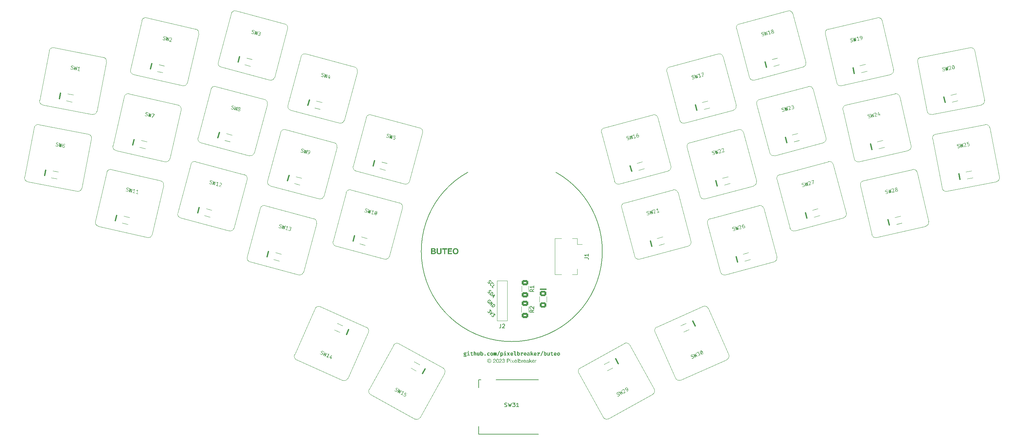
<source format=gto>
G04 #@! TF.GenerationSoftware,KiCad,Pcbnew,7.0.2-0*
G04 #@! TF.CreationDate,2023-09-16T10:11:01+01:00*
G04 #@! TF.ProjectId,buteo-mx,62757465-6f2d-46d7-982e-6b696361645f,0.0.1*
G04 #@! TF.SameCoordinates,Original*
G04 #@! TF.FileFunction,Legend,Top*
G04 #@! TF.FilePolarity,Positive*
%FSLAX46Y46*%
G04 Gerber Fmt 4.6, Leading zero omitted, Abs format (unit mm)*
G04 Created by KiCad (PCBNEW 7.0.2-0) date 2023-09-16 10:11:01*
%MOMM*%
%LPD*%
G01*
G04 APERTURE LIST*
G04 Aperture macros list*
%AMRoundRect*
0 Rectangle with rounded corners*
0 $1 Rounding radius*
0 $2 $3 $4 $5 $6 $7 $8 $9 X,Y pos of 4 corners*
0 Add a 4 corners polygon primitive as box body*
4,1,4,$2,$3,$4,$5,$6,$7,$8,$9,$2,$3,0*
0 Add four circle primitives for the rounded corners*
1,1,$1+$1,$2,$3*
1,1,$1+$1,$4,$5*
1,1,$1+$1,$6,$7*
1,1,$1+$1,$8,$9*
0 Add four rect primitives between the rounded corners*
20,1,$1+$1,$2,$3,$4,$5,0*
20,1,$1+$1,$4,$5,$6,$7,0*
20,1,$1+$1,$6,$7,$8,$9,0*
20,1,$1+$1,$8,$9,$2,$3,0*%
G04 Aperture macros list end*
%ADD10C,0.150000*%
%ADD11C,0.200000*%
%ADD12C,0.187500*%
%ADD13C,0.120000*%
%ADD14C,0.300000*%
%ADD15O,2.500000X1.500000*%
%ADD16O,1.500000X2.500000*%
%ADD17C,1.900000*%
%ADD18C,3.450000*%
%ADD19C,2.200000*%
%ADD20RoundRect,0.250001X-0.591239X-0.504941X0.310051X-0.713020X0.591239X0.504941X-0.310051X0.713020X0*%
%ADD21C,2.600000*%
%ADD22C,3.500000*%
%ADD23RoundRect,0.250001X-0.334746X-0.701765X0.573257X-0.525267X0.334746X0.701765X-0.573257X0.525267X0*%
%ADD24RoundRect,0.250001X-0.608501X-0.483999X0.284978X-0.723406X0.608501X0.483999X-0.284978X0.723406X0*%
%ADD25RoundRect,0.250001X-0.573257X-0.525267X0.334746X-0.701765X0.573257X0.525267X-0.334746X0.701765X0*%
%ADD26RoundRect,0.250001X-0.624999X0.462499X-0.624999X-0.462499X0.624999X-0.462499X0.624999X0.462499X0*%
%ADD27RoundRect,0.250000X-0.625000X0.400000X-0.625000X-0.400000X0.625000X-0.400000X0.625000X0.400000X0*%
%ADD28RoundRect,0.250001X-0.284978X-0.723406X0.608501X-0.483999X0.284978X0.723406X-0.608501X0.483999X0*%
%ADD29RoundRect,0.250001X0.676724X0.382850X-0.168304X0.759080X-0.676724X-0.382850X0.168304X-0.759080X0*%
%ADD30RoundRect,0.250001X-0.310051X-0.713020X0.591239X-0.504941X0.310051X0.713020X-0.591239X0.504941X0*%
%ADD31RoundRect,0.250001X0.707516X0.322412X-0.101505X0.770860X-0.707516X-0.322412X0.101505X-0.770860X0*%
%ADD32R,1.700000X1.700000*%
%ADD33O,1.700000X1.700000*%
%ADD34RoundRect,0.250001X0.101505X0.770860X-0.707516X0.322412X-0.101505X-0.770860X0.707516X-0.322412X0*%
%ADD35RoundRect,0.250001X0.168304X0.759080X-0.676724X0.382850X-0.168304X-0.759080X0.676724X-0.382850X0*%
%ADD36R,1.300000X0.300000*%
%ADD37R,2.200000X1.800000*%
%ADD38C,1.500000*%
%ADD39C,1.600000*%
G04 APERTURE END LIST*
D10*
X137645001Y-81980001D02*
G75*
G03*
X160382459Y-82000908I11349999J-20379999D01*
G01*
D11*
G36*
X128881547Y-101615716D02*
G01*
X128901291Y-101616107D01*
X128920707Y-101616832D01*
X128939794Y-101617893D01*
X128958553Y-101619288D01*
X128976983Y-101621018D01*
X128995085Y-101623083D01*
X129012858Y-101625483D01*
X129030303Y-101628218D01*
X129047419Y-101631288D01*
X129064207Y-101634692D01*
X129069724Y-101635907D01*
X129085977Y-101639839D01*
X129101786Y-101644202D01*
X129117151Y-101648996D01*
X129132072Y-101654222D01*
X129146548Y-101659880D01*
X129160579Y-101665969D01*
X129174167Y-101672489D01*
X129187310Y-101679441D01*
X129200008Y-101686825D01*
X129216248Y-101697341D01*
X129224059Y-101702858D01*
X129239012Y-101714570D01*
X129253071Y-101727186D01*
X129266237Y-101740708D01*
X129278510Y-101755133D01*
X129289890Y-101770463D01*
X129300378Y-101786698D01*
X129307657Y-101799467D01*
X129314434Y-101812745D01*
X129318649Y-101821854D01*
X129324461Y-101836017D01*
X129329661Y-101850779D01*
X129334250Y-101866139D01*
X129338226Y-101882098D01*
X129341591Y-101898657D01*
X129344344Y-101915814D01*
X129346486Y-101933570D01*
X129348015Y-101951925D01*
X129348933Y-101970879D01*
X129349239Y-101990432D01*
X129349037Y-102004616D01*
X129347977Y-102025328D01*
X129346010Y-102045364D01*
X129343135Y-102064724D01*
X129339351Y-102083407D01*
X129334660Y-102101414D01*
X129329060Y-102118745D01*
X129322552Y-102135400D01*
X129315137Y-102151379D01*
X129306813Y-102166682D01*
X129297581Y-102181308D01*
X129290929Y-102190726D01*
X129280222Y-102204451D01*
X129268638Y-102217692D01*
X129256179Y-102230451D01*
X129242844Y-102242727D01*
X129228633Y-102254520D01*
X129213546Y-102265829D01*
X129197584Y-102276656D01*
X129180745Y-102287000D01*
X129163031Y-102296860D01*
X129144441Y-102306238D01*
X129161567Y-102311417D01*
X129178141Y-102317063D01*
X129194162Y-102323175D01*
X129209631Y-102329754D01*
X129224547Y-102336799D01*
X129238911Y-102344311D01*
X129252723Y-102352290D01*
X129265982Y-102360735D01*
X129278689Y-102369646D01*
X129290844Y-102379024D01*
X129302446Y-102388869D01*
X129313495Y-102399180D01*
X129323992Y-102409958D01*
X129333937Y-102421202D01*
X129343330Y-102432913D01*
X129352170Y-102445090D01*
X129360510Y-102457658D01*
X129368312Y-102470541D01*
X129375577Y-102483739D01*
X129382303Y-102497251D01*
X129388491Y-102511079D01*
X129394141Y-102525221D01*
X129399253Y-102539678D01*
X129403827Y-102554450D01*
X129407863Y-102569537D01*
X129411360Y-102584938D01*
X129414320Y-102600655D01*
X129416741Y-102616686D01*
X129418625Y-102633032D01*
X129419970Y-102649693D01*
X129420777Y-102666669D01*
X129421046Y-102683960D01*
X129420873Y-102697946D01*
X129419964Y-102718480D01*
X129418275Y-102738479D01*
X129415808Y-102757944D01*
X129412561Y-102776875D01*
X129408535Y-102795270D01*
X129403730Y-102813132D01*
X129398145Y-102830458D01*
X129391781Y-102847251D01*
X129384638Y-102863509D01*
X129376716Y-102879232D01*
X129371054Y-102889418D01*
X129362111Y-102904258D01*
X129352628Y-102918570D01*
X129342603Y-102932354D01*
X129332037Y-102945610D01*
X129320930Y-102958337D01*
X129309282Y-102970537D01*
X129297093Y-102982208D01*
X129284364Y-102993351D01*
X129271093Y-103003967D01*
X129257281Y-103014054D01*
X129247856Y-103020452D01*
X129233407Y-103029658D01*
X129218584Y-103038394D01*
X129203388Y-103046660D01*
X129187818Y-103054456D01*
X129171875Y-103061781D01*
X129155558Y-103068636D01*
X129138868Y-103075022D01*
X129121804Y-103080937D01*
X129104366Y-103086382D01*
X129086555Y-103091357D01*
X129074536Y-103094374D01*
X129056425Y-103098534D01*
X129038218Y-103102256D01*
X129019915Y-103105540D01*
X129001515Y-103108387D01*
X128983018Y-103110796D01*
X128964424Y-103112766D01*
X128945735Y-103114299D01*
X128926948Y-103115394D01*
X128908065Y-103116051D01*
X128889085Y-103116270D01*
X128158921Y-103116270D01*
X128158921Y-102459745D01*
X128490481Y-102459745D01*
X128490481Y-102858349D01*
X128845121Y-102858349D01*
X128857148Y-102858206D01*
X128872005Y-102857625D01*
X128886665Y-102856596D01*
X128903997Y-102854771D01*
X128921046Y-102852303D01*
X128937812Y-102849190D01*
X128943311Y-102847998D01*
X128959313Y-102843855D01*
X128974567Y-102838862D01*
X128989074Y-102833018D01*
X129002834Y-102826325D01*
X129015847Y-102818782D01*
X129020050Y-102816023D01*
X129031990Y-102807058D01*
X129042925Y-102797063D01*
X129052856Y-102786038D01*
X129061781Y-102773982D01*
X129069703Y-102760896D01*
X129076551Y-102746436D01*
X129081982Y-102730534D01*
X129085425Y-102716180D01*
X129087885Y-102700824D01*
X129089361Y-102684466D01*
X129089853Y-102667107D01*
X129089597Y-102653390D01*
X129088252Y-102633753D01*
X129085754Y-102615243D01*
X129082104Y-102597861D01*
X129077300Y-102581605D01*
X129071345Y-102566477D01*
X129064236Y-102552475D01*
X129055974Y-102539600D01*
X129046560Y-102527853D01*
X129035993Y-102517232D01*
X129024274Y-102507738D01*
X129015956Y-102501927D01*
X129002857Y-102493912D01*
X128989011Y-102486741D01*
X128974418Y-102480414D01*
X128959078Y-102474930D01*
X128942991Y-102470290D01*
X128926157Y-102466494D01*
X128908575Y-102463541D01*
X128890247Y-102461432D01*
X128871172Y-102460167D01*
X128851350Y-102459745D01*
X128490481Y-102459745D01*
X128158921Y-102459745D01*
X128158921Y-101873562D01*
X128490481Y-101873562D01*
X128490481Y-102225272D01*
X128826070Y-102225272D01*
X128842414Y-102224901D01*
X128858197Y-102223790D01*
X128873421Y-102221939D01*
X128888083Y-102219347D01*
X128906762Y-102214739D01*
X128924445Y-102208814D01*
X128941132Y-102201572D01*
X128956822Y-102193014D01*
X128971517Y-102183140D01*
X128984912Y-102171782D01*
X128996521Y-102158776D01*
X129006345Y-102144122D01*
X129014382Y-102127819D01*
X129020633Y-102109867D01*
X129024149Y-102095321D01*
X129026661Y-102079848D01*
X129028168Y-102063447D01*
X129028670Y-102046119D01*
X129028502Y-102036461D01*
X129027479Y-102021092D01*
X129025023Y-102003854D01*
X129021228Y-101987931D01*
X129016093Y-101973320D01*
X129009619Y-101960024D01*
X129004656Y-101951826D01*
X128995006Y-101938583D01*
X128984129Y-101926742D01*
X128972025Y-101916303D01*
X128958694Y-101907267D01*
X128946544Y-101900535D01*
X128931523Y-101893723D01*
X128915589Y-101888033D01*
X128901207Y-101884049D01*
X128886154Y-101880889D01*
X128881012Y-101880002D01*
X128865432Y-101877683D01*
X128849619Y-101875880D01*
X128833575Y-101874592D01*
X128817299Y-101873819D01*
X128800791Y-101873562D01*
X128490481Y-101873562D01*
X128158921Y-101873562D01*
X128158921Y-101615641D01*
X128868202Y-101615641D01*
X128881547Y-101615716D01*
G37*
G36*
X130915080Y-102556831D02*
G01*
X130915080Y-101615641D01*
X130583886Y-101615641D01*
X130583886Y-102554267D01*
X130583621Y-102575029D01*
X130582827Y-102595093D01*
X130581503Y-102614459D01*
X130579650Y-102633127D01*
X130577267Y-102651096D01*
X130574355Y-102668366D01*
X130570913Y-102684939D01*
X130566942Y-102700812D01*
X130562441Y-102715988D01*
X130557411Y-102730465D01*
X130551851Y-102744244D01*
X130542518Y-102763602D01*
X130531994Y-102781390D01*
X130520279Y-102797606D01*
X130516109Y-102802662D01*
X130502503Y-102816804D01*
X130486966Y-102829555D01*
X130469496Y-102840915D01*
X130450095Y-102850884D01*
X130436087Y-102856758D01*
X130421220Y-102862013D01*
X130405495Y-102866649D01*
X130388912Y-102870668D01*
X130371469Y-102874068D01*
X130353168Y-102876850D01*
X130334009Y-102879014D01*
X130313990Y-102880560D01*
X130293113Y-102881487D01*
X130271378Y-102881796D01*
X130252776Y-102881545D01*
X130234888Y-102880792D01*
X130217716Y-102879536D01*
X130201259Y-102877778D01*
X130185516Y-102875517D01*
X130170489Y-102872755D01*
X130156176Y-102869490D01*
X130138204Y-102864355D01*
X130121503Y-102858327D01*
X130109811Y-102853220D01*
X130095202Y-102845813D01*
X130081418Y-102837878D01*
X130068457Y-102829418D01*
X130056322Y-102820430D01*
X130045010Y-102810916D01*
X130032030Y-102798283D01*
X130020338Y-102784827D01*
X130016022Y-102779214D01*
X130006052Y-102764687D01*
X129997210Y-102749497D01*
X129989494Y-102733646D01*
X129982906Y-102717133D01*
X129977444Y-102699958D01*
X129973886Y-102685741D01*
X129971692Y-102674801D01*
X129969201Y-102659934D01*
X129967043Y-102645011D01*
X129965217Y-102630030D01*
X129963723Y-102614992D01*
X129962561Y-102599896D01*
X129961731Y-102584744D01*
X129961233Y-102569534D01*
X129961067Y-102554267D01*
X129961067Y-101615641D01*
X129629874Y-101615641D01*
X129629874Y-102556831D01*
X129630038Y-102576022D01*
X129630529Y-102594899D01*
X129631348Y-102613460D01*
X129632495Y-102631707D01*
X129633970Y-102649639D01*
X129635773Y-102667256D01*
X129637903Y-102684558D01*
X129640361Y-102701545D01*
X129643146Y-102718218D01*
X129646260Y-102734575D01*
X129649701Y-102750618D01*
X129653470Y-102766346D01*
X129657566Y-102781759D01*
X129661991Y-102796857D01*
X129666743Y-102811640D01*
X129671822Y-102826109D01*
X129677230Y-102840263D01*
X129682965Y-102854102D01*
X129689028Y-102867626D01*
X129695419Y-102880835D01*
X129709183Y-102906308D01*
X129724258Y-102930523D01*
X129740644Y-102953478D01*
X129758342Y-102975173D01*
X129777350Y-102995610D01*
X129797668Y-103014787D01*
X129819182Y-103032754D01*
X129841775Y-103049563D01*
X129865447Y-103065212D01*
X129890198Y-103079702D01*
X129916028Y-103093033D01*
X129929348Y-103099263D01*
X129942938Y-103105204D01*
X129956797Y-103110855D01*
X129970926Y-103116217D01*
X129985325Y-103121288D01*
X129999993Y-103126070D01*
X130014931Y-103130562D01*
X130030140Y-103134764D01*
X130045617Y-103138676D01*
X130061365Y-103142299D01*
X130077382Y-103145631D01*
X130093669Y-103148674D01*
X130110226Y-103151427D01*
X130127053Y-103153891D01*
X130144149Y-103156064D01*
X130161515Y-103157948D01*
X130179151Y-103159542D01*
X130197057Y-103160846D01*
X130215233Y-103161860D01*
X130233678Y-103162585D01*
X130252393Y-103163019D01*
X130271378Y-103163164D01*
X130290117Y-103163018D01*
X130308601Y-103162580D01*
X130326828Y-103161850D01*
X130344799Y-103160829D01*
X130362514Y-103159515D01*
X130379973Y-103157909D01*
X130397176Y-103156011D01*
X130414122Y-103153822D01*
X130430813Y-103151340D01*
X130447247Y-103148567D01*
X130463425Y-103145501D01*
X130479346Y-103142144D01*
X130495012Y-103138495D01*
X130510422Y-103134553D01*
X130525575Y-103130320D01*
X130540472Y-103125795D01*
X130555113Y-103120978D01*
X130569498Y-103115869D01*
X130583626Y-103110468D01*
X130597499Y-103104775D01*
X130611115Y-103098790D01*
X130624475Y-103092513D01*
X130637579Y-103085944D01*
X130663019Y-103071931D01*
X130687434Y-103056750D01*
X130710824Y-103040401D01*
X130733189Y-103022884D01*
X130743987Y-103013688D01*
X130764706Y-102994386D01*
X130784087Y-102973851D01*
X130802132Y-102952082D01*
X130818840Y-102929080D01*
X130834212Y-102904844D01*
X130848247Y-102879375D01*
X130854763Y-102866178D01*
X130860945Y-102852672D01*
X130866793Y-102838858D01*
X130872306Y-102824735D01*
X130877486Y-102810304D01*
X130882331Y-102795565D01*
X130886843Y-102780517D01*
X130891020Y-102765161D01*
X130894863Y-102749496D01*
X130898371Y-102733523D01*
X130901546Y-102717242D01*
X130904386Y-102700652D01*
X130906892Y-102683754D01*
X130909065Y-102666547D01*
X130910902Y-102649032D01*
X130912406Y-102631209D01*
X130913576Y-102613077D01*
X130914411Y-102594637D01*
X130914912Y-102575888D01*
X130915080Y-102556831D01*
G37*
G36*
X131524710Y-101897009D02*
G01*
X131524710Y-103116270D01*
X131855903Y-103116270D01*
X131855903Y-101897009D01*
X132307264Y-101897009D01*
X132307264Y-101615641D01*
X131072983Y-101615641D01*
X131072983Y-101897009D01*
X131524710Y-101897009D01*
G37*
G36*
X132473227Y-101615641D02*
G01*
X132473227Y-103116270D01*
X133617016Y-103116270D01*
X133617016Y-102834902D01*
X132804786Y-102834902D01*
X132804786Y-102459745D01*
X133534950Y-102459745D01*
X133534950Y-102201824D01*
X132804786Y-102201824D01*
X132804786Y-101897009D01*
X133600163Y-101897009D01*
X133600163Y-101615641D01*
X132473227Y-101615641D01*
G37*
G36*
X134530488Y-101568989D02*
G01*
X134551932Y-101569714D01*
X134573078Y-101570924D01*
X134593926Y-101572617D01*
X134614477Y-101574793D01*
X134634730Y-101577454D01*
X134654686Y-101580598D01*
X134674343Y-101584226D01*
X134693703Y-101588337D01*
X134712766Y-101592933D01*
X134731530Y-101598012D01*
X134749998Y-101603574D01*
X134768167Y-101609621D01*
X134786039Y-101616151D01*
X134803613Y-101623165D01*
X134820889Y-101630662D01*
X134837852Y-101638585D01*
X134854486Y-101646874D01*
X134870790Y-101655529D01*
X134886766Y-101664551D01*
X134902412Y-101673939D01*
X134917729Y-101683694D01*
X134932717Y-101693814D01*
X134947376Y-101704302D01*
X134961706Y-101715155D01*
X134975707Y-101726375D01*
X134989378Y-101737961D01*
X135002720Y-101749914D01*
X135015733Y-101762233D01*
X135028417Y-101774918D01*
X135040772Y-101787970D01*
X135052798Y-101801388D01*
X135064530Y-101815135D01*
X135075913Y-101829175D01*
X135086947Y-101843506D01*
X135097631Y-101858129D01*
X135107967Y-101873044D01*
X135117953Y-101888251D01*
X135127590Y-101903750D01*
X135136878Y-101919541D01*
X135145817Y-101935623D01*
X135154406Y-101951998D01*
X135162647Y-101968665D01*
X135170538Y-101985624D01*
X135178080Y-102002874D01*
X135185273Y-102020417D01*
X135192116Y-102038251D01*
X135198611Y-102056378D01*
X135204733Y-102074746D01*
X135210460Y-102093306D01*
X135215792Y-102112058D01*
X135220730Y-102131001D01*
X135225272Y-102150137D01*
X135229420Y-102169464D01*
X135233172Y-102188983D01*
X135236529Y-102208694D01*
X135239492Y-102228596D01*
X135242059Y-102248690D01*
X135244232Y-102268976D01*
X135246009Y-102289454D01*
X135247391Y-102310124D01*
X135248379Y-102330985D01*
X135248971Y-102352038D01*
X135249169Y-102373283D01*
X135248971Y-102394031D01*
X135248379Y-102414602D01*
X135247391Y-102434995D01*
X135246009Y-102455211D01*
X135244232Y-102475249D01*
X135242059Y-102495110D01*
X135239492Y-102514794D01*
X135236529Y-102534300D01*
X135233172Y-102553628D01*
X135229420Y-102572780D01*
X135225272Y-102591753D01*
X135220730Y-102610549D01*
X135215792Y-102629168D01*
X135210460Y-102647609D01*
X135204733Y-102665873D01*
X135198611Y-102683960D01*
X135192116Y-102701813D01*
X135185273Y-102719377D01*
X135178080Y-102736652D01*
X135170538Y-102753638D01*
X135162647Y-102770334D01*
X135154406Y-102786742D01*
X135145817Y-102802861D01*
X135136878Y-102818690D01*
X135127590Y-102834231D01*
X135117953Y-102849482D01*
X135107967Y-102864444D01*
X135097631Y-102879117D01*
X135086947Y-102893501D01*
X135075913Y-102907596D01*
X135064530Y-102921402D01*
X135052798Y-102934919D01*
X135040772Y-102948067D01*
X135028417Y-102960857D01*
X135015733Y-102973289D01*
X135002720Y-102985363D01*
X134989378Y-102997079D01*
X134975707Y-103008438D01*
X134961706Y-103019439D01*
X134947376Y-103030082D01*
X134932717Y-103040368D01*
X134917729Y-103050295D01*
X134902412Y-103059865D01*
X134886766Y-103069077D01*
X134870790Y-103077931D01*
X134854486Y-103086428D01*
X134837852Y-103094567D01*
X134820889Y-103102348D01*
X134803613Y-103109712D01*
X134786039Y-103116602D01*
X134768167Y-103123016D01*
X134749998Y-103128955D01*
X134731530Y-103134419D01*
X134712766Y-103139408D01*
X134693703Y-103143921D01*
X134674343Y-103147960D01*
X134654686Y-103151523D01*
X134634730Y-103154612D01*
X134614477Y-103157225D01*
X134593926Y-103159363D01*
X134573078Y-103161026D01*
X134551932Y-103162214D01*
X134530488Y-103162927D01*
X134508747Y-103163164D01*
X134487223Y-103162927D01*
X134465974Y-103162214D01*
X134444999Y-103161026D01*
X134424300Y-103159363D01*
X134403875Y-103157225D01*
X134383725Y-103154612D01*
X134363850Y-103151523D01*
X134344249Y-103147960D01*
X134324923Y-103143921D01*
X134305872Y-103139408D01*
X134287096Y-103134419D01*
X134268595Y-103128955D01*
X134250368Y-103123016D01*
X134232416Y-103116602D01*
X134214739Y-103109712D01*
X134197337Y-103102348D01*
X134180240Y-103094567D01*
X134163477Y-103086428D01*
X134147049Y-103077931D01*
X134130956Y-103069077D01*
X134115198Y-103059865D01*
X134099775Y-103050295D01*
X134084687Y-103040368D01*
X134069934Y-103030082D01*
X134055515Y-103019439D01*
X134041432Y-103008438D01*
X134027683Y-102997079D01*
X134014269Y-102985363D01*
X134001190Y-102973289D01*
X133988446Y-102960857D01*
X133976037Y-102948067D01*
X133963963Y-102934919D01*
X133952275Y-102921402D01*
X133940934Y-102907596D01*
X133929938Y-102893501D01*
X133919289Y-102879117D01*
X133908987Y-102864444D01*
X133899031Y-102849482D01*
X133889421Y-102834231D01*
X133880157Y-102818690D01*
X133871240Y-102802861D01*
X133862669Y-102786742D01*
X133854444Y-102770334D01*
X133846566Y-102753638D01*
X133839034Y-102736652D01*
X133831849Y-102719377D01*
X133825009Y-102701813D01*
X133818516Y-102683960D01*
X133812394Y-102665873D01*
X133806667Y-102647609D01*
X133801334Y-102629168D01*
X133796397Y-102610549D01*
X133791855Y-102591753D01*
X133787707Y-102572780D01*
X133783955Y-102553628D01*
X133780598Y-102534300D01*
X133777635Y-102514794D01*
X133775068Y-102495110D01*
X133772895Y-102475249D01*
X133771118Y-102455211D01*
X133769736Y-102434995D01*
X133768748Y-102414602D01*
X133768156Y-102394031D01*
X133767958Y-102373283D01*
X133767968Y-102372184D01*
X134099151Y-102372184D01*
X134099237Y-102384162D01*
X134099688Y-102402055D01*
X134100525Y-102419857D01*
X134101749Y-102437569D01*
X134103359Y-102455191D01*
X134105355Y-102472723D01*
X134107738Y-102490164D01*
X134110507Y-102507516D01*
X134113663Y-102524777D01*
X134117205Y-102541948D01*
X134121133Y-102559029D01*
X134124028Y-102570271D01*
X134128752Y-102586870D01*
X134133933Y-102603153D01*
X134139571Y-102619121D01*
X134145667Y-102634774D01*
X134152219Y-102650111D01*
X134159229Y-102665132D01*
X134166697Y-102679838D01*
X134174621Y-102694228D01*
X134183003Y-102708302D01*
X134191842Y-102722062D01*
X134198047Y-102730973D01*
X134207784Y-102743927D01*
X134218037Y-102756385D01*
X134228804Y-102768348D01*
X134240087Y-102779814D01*
X134251885Y-102790785D01*
X134264199Y-102801259D01*
X134277027Y-102811238D01*
X134290371Y-102820721D01*
X134304230Y-102829708D01*
X134318604Y-102838199D01*
X134328491Y-102843478D01*
X134343822Y-102850759D01*
X134359751Y-102857273D01*
X134376279Y-102863021D01*
X134393406Y-102868002D01*
X134411132Y-102872217D01*
X134429457Y-102875665D01*
X134448381Y-102878348D01*
X134467904Y-102880264D01*
X134488026Y-102881413D01*
X134508747Y-102881796D01*
X134522583Y-102881626D01*
X134542843Y-102880732D01*
X134562511Y-102879072D01*
X134581586Y-102876645D01*
X134600069Y-102873452D01*
X134617959Y-102869492D01*
X134635257Y-102864766D01*
X134651962Y-102859274D01*
X134668075Y-102853015D01*
X134683595Y-102845990D01*
X134698523Y-102838199D01*
X134708162Y-102832593D01*
X134722185Y-102823772D01*
X134735686Y-102814454D01*
X134748666Y-102804641D01*
X134761124Y-102794331D01*
X134773061Y-102783526D01*
X134784476Y-102772225D01*
X134795369Y-102760428D01*
X134805741Y-102748135D01*
X134815591Y-102735346D01*
X134824919Y-102722062D01*
X134830905Y-102712924D01*
X134839493Y-102698954D01*
X134847611Y-102684669D01*
X134855258Y-102670069D01*
X134862436Y-102655153D01*
X134869143Y-102639921D01*
X134875380Y-102624374D01*
X134881147Y-102608511D01*
X134886444Y-102592333D01*
X134891271Y-102575839D01*
X134895627Y-102559029D01*
X134898334Y-102547652D01*
X134902066Y-102530511D01*
X134905405Y-102513280D01*
X134908351Y-102495958D01*
X134910904Y-102478547D01*
X134913065Y-102461045D01*
X134914833Y-102443453D01*
X134916208Y-102425771D01*
X134917190Y-102407999D01*
X134917779Y-102390136D01*
X134917976Y-102372184D01*
X134917888Y-102359706D01*
X134917430Y-102341080D01*
X134916579Y-102322564D01*
X134915335Y-102304158D01*
X134913698Y-102285861D01*
X134911668Y-102267673D01*
X134909246Y-102249595D01*
X134906430Y-102231626D01*
X134903222Y-102213767D01*
X134899621Y-102196017D01*
X134895627Y-102178377D01*
X134892775Y-102166733D01*
X134888105Y-102149569D01*
X134882965Y-102132765D01*
X134877355Y-102116321D01*
X134871274Y-102100238D01*
X134864724Y-102084516D01*
X134857703Y-102069155D01*
X134850212Y-102054154D01*
X134842251Y-102039513D01*
X134833820Y-102025234D01*
X134824919Y-102011315D01*
X134818758Y-102002227D01*
X134809082Y-101989036D01*
X134798884Y-101976373D01*
X134788165Y-101964238D01*
X134776924Y-101952631D01*
X134765161Y-101941552D01*
X134752877Y-101931001D01*
X134740071Y-101920978D01*
X134726743Y-101911483D01*
X134712894Y-101902517D01*
X134698523Y-101894078D01*
X134688637Y-101888755D01*
X134673314Y-101881413D01*
X134657399Y-101874844D01*
X134640891Y-101869048D01*
X134623791Y-101864025D01*
X134606098Y-101859775D01*
X134587813Y-101856297D01*
X134568935Y-101853592D01*
X134549465Y-101851660D01*
X134529402Y-101850501D01*
X134508747Y-101850115D01*
X134494866Y-101850286D01*
X134474545Y-101851188D01*
X134454822Y-101852862D01*
X134435699Y-101855310D01*
X134417174Y-101858530D01*
X134399248Y-101862522D01*
X134381922Y-101867288D01*
X134365194Y-101872826D01*
X134349065Y-101879137D01*
X134333535Y-101886221D01*
X134318604Y-101894078D01*
X134308964Y-101899645D01*
X134294933Y-101908436D01*
X134281418Y-101917755D01*
X134268417Y-101927601D01*
X134255932Y-101937976D01*
X134243963Y-101948879D01*
X134232508Y-101960310D01*
X134221569Y-101972269D01*
X134211144Y-101984756D01*
X134201235Y-101997772D01*
X134191842Y-102011315D01*
X134185898Y-102020554D01*
X134177364Y-102034714D01*
X134169287Y-102049234D01*
X134161668Y-102064114D01*
X134154505Y-102079356D01*
X134147800Y-102094958D01*
X134141552Y-102110920D01*
X134135762Y-102127243D01*
X134130428Y-102143927D01*
X134125552Y-102160972D01*
X134121133Y-102178377D01*
X134118471Y-102190125D01*
X134114801Y-102207838D01*
X134111516Y-102225661D01*
X134108618Y-102243593D01*
X134106107Y-102261635D01*
X134103981Y-102279786D01*
X134102243Y-102298046D01*
X134100890Y-102316417D01*
X134099924Y-102334896D01*
X134099345Y-102353485D01*
X134099151Y-102372184D01*
X133767968Y-102372184D01*
X133768156Y-102352038D01*
X133768748Y-102330985D01*
X133769736Y-102310124D01*
X133771118Y-102289454D01*
X133772895Y-102268976D01*
X133775068Y-102248690D01*
X133777635Y-102228596D01*
X133780598Y-102208694D01*
X133783955Y-102188983D01*
X133787707Y-102169464D01*
X133791855Y-102150137D01*
X133796397Y-102131001D01*
X133801334Y-102112058D01*
X133806667Y-102093306D01*
X133812394Y-102074746D01*
X133818516Y-102056378D01*
X133825009Y-102038251D01*
X133831849Y-102020417D01*
X133839034Y-102002874D01*
X133846566Y-101985624D01*
X133854444Y-101968665D01*
X133862669Y-101951998D01*
X133871240Y-101935623D01*
X133880157Y-101919541D01*
X133889421Y-101903750D01*
X133899031Y-101888251D01*
X133908987Y-101873044D01*
X133919289Y-101858129D01*
X133929938Y-101843506D01*
X133940934Y-101829175D01*
X133952275Y-101815135D01*
X133963963Y-101801388D01*
X133976037Y-101787970D01*
X133988446Y-101774918D01*
X134001190Y-101762233D01*
X134014269Y-101749914D01*
X134027683Y-101737961D01*
X134041432Y-101726375D01*
X134055515Y-101715155D01*
X134069934Y-101704302D01*
X134084687Y-101693814D01*
X134099775Y-101683694D01*
X134115198Y-101673939D01*
X134130956Y-101664551D01*
X134147049Y-101655529D01*
X134163477Y-101646874D01*
X134180240Y-101638585D01*
X134197337Y-101630662D01*
X134214739Y-101623165D01*
X134232416Y-101616151D01*
X134250368Y-101609621D01*
X134268595Y-101603574D01*
X134287096Y-101598012D01*
X134305872Y-101592933D01*
X134324923Y-101588337D01*
X134344249Y-101584226D01*
X134363850Y-101580598D01*
X134383725Y-101577454D01*
X134403875Y-101574793D01*
X134424300Y-101572617D01*
X134444999Y-101570924D01*
X134465974Y-101569714D01*
X134487223Y-101568989D01*
X134508747Y-101568747D01*
X134530488Y-101568989D01*
G37*
D12*
G36*
X143211758Y-130347372D02*
G01*
X143224037Y-130348010D01*
X143236098Y-130349074D01*
X143247939Y-130350563D01*
X143259560Y-130352478D01*
X143270963Y-130354819D01*
X143282145Y-130357584D01*
X143293109Y-130360776D01*
X143303852Y-130364393D01*
X143314377Y-130368435D01*
X143324682Y-130372903D01*
X143334767Y-130377797D01*
X143344633Y-130383115D01*
X143354280Y-130388860D01*
X143363707Y-130395030D01*
X143372915Y-130401625D01*
X143381794Y-130408631D01*
X143390237Y-130416032D01*
X143398243Y-130423828D01*
X143405811Y-130432018D01*
X143412943Y-130440604D01*
X143419638Y-130449585D01*
X143425896Y-130458961D01*
X143431716Y-130468731D01*
X143437100Y-130478897D01*
X143442047Y-130489457D01*
X143446557Y-130500413D01*
X143450630Y-130511764D01*
X143454266Y-130523509D01*
X143457465Y-130535650D01*
X143460227Y-130548185D01*
X143462552Y-130561116D01*
X143374380Y-130561116D01*
X143372841Y-130553838D01*
X143370029Y-130543222D01*
X143366610Y-130532967D01*
X143362587Y-130523072D01*
X143357958Y-130513538D01*
X143352724Y-130504365D01*
X143346884Y-130495552D01*
X143340439Y-130487100D01*
X143333389Y-130479008D01*
X143325733Y-130471278D01*
X143317472Y-130463907D01*
X143311692Y-130459234D01*
X143302643Y-130452790D01*
X143293139Y-130447024D01*
X143283180Y-130441937D01*
X143272766Y-130437527D01*
X143261896Y-130433796D01*
X143250572Y-130430744D01*
X143238793Y-130428370D01*
X143226558Y-130426674D01*
X143213868Y-130425656D01*
X143200724Y-130425317D01*
X143187962Y-130425603D01*
X143175567Y-130426462D01*
X143163538Y-130427893D01*
X143151875Y-130429897D01*
X143140579Y-130432473D01*
X143129649Y-130435621D01*
X143119085Y-130439342D01*
X143108888Y-130443635D01*
X143099142Y-130448383D01*
X143089807Y-130453588D01*
X143080884Y-130459252D01*
X143072374Y-130465373D01*
X143064276Y-130471952D01*
X143056590Y-130478989D01*
X143049316Y-130486485D01*
X143042454Y-130494438D01*
X143035997Y-130502788D01*
X143029937Y-130511474D01*
X143024273Y-130520495D01*
X143019007Y-130529853D01*
X143014137Y-130539546D01*
X143009665Y-130549576D01*
X143005589Y-130559941D01*
X143001910Y-130570642D01*
X142998647Y-130581560D01*
X142995819Y-130592700D01*
X142993426Y-130604061D01*
X142991469Y-130615643D01*
X142989946Y-130627447D01*
X142988858Y-130639472D01*
X142988206Y-130651719D01*
X142987988Y-130664187D01*
X142988217Y-130676334D01*
X142988904Y-130688351D01*
X142990049Y-130700239D01*
X142991652Y-130711997D01*
X142993713Y-130723625D01*
X142996231Y-130735124D01*
X142999208Y-130746493D01*
X143002643Y-130757732D01*
X143006512Y-130768730D01*
X143010794Y-130779378D01*
X143015488Y-130789674D01*
X143020595Y-130799619D01*
X143026113Y-130809213D01*
X143032043Y-130818456D01*
X143038386Y-130827348D01*
X143045141Y-130835889D01*
X143052346Y-130844048D01*
X143059918Y-130851796D01*
X143067856Y-130859130D01*
X143076160Y-130866053D01*
X143084830Y-130872564D01*
X143093867Y-130878662D01*
X143103271Y-130884349D01*
X143113040Y-130889623D01*
X143123215Y-130894374D01*
X143133710Y-130898492D01*
X143144525Y-130901976D01*
X143155661Y-130904827D01*
X143167117Y-130907044D01*
X143178894Y-130908628D01*
X143190992Y-130909578D01*
X143203410Y-130909895D01*
X143212251Y-130909739D01*
X143225118Y-130908923D01*
X143237513Y-130907407D01*
X143249435Y-130905191D01*
X143260886Y-130902275D01*
X143271864Y-130898659D01*
X143282369Y-130894343D01*
X143292403Y-130889328D01*
X143301964Y-130883613D01*
X143311053Y-130877198D01*
X143319670Y-130870083D01*
X143325121Y-130864987D01*
X143332791Y-130857005D01*
X143339850Y-130848620D01*
X143346300Y-130839832D01*
X143352141Y-130830640D01*
X143357372Y-130821044D01*
X143361993Y-130811045D01*
X143366004Y-130800642D01*
X143369406Y-130789836D01*
X143372198Y-130778626D01*
X143374380Y-130767013D01*
X143463773Y-130767013D01*
X143460805Y-130779637D01*
X143457457Y-130791926D01*
X143453730Y-130803878D01*
X143449622Y-130815495D01*
X143445135Y-130826776D01*
X143440269Y-130837721D01*
X143435022Y-130848330D01*
X143429396Y-130858604D01*
X143423390Y-130868541D01*
X143417005Y-130878143D01*
X143410239Y-130887409D01*
X143403094Y-130896339D01*
X143395569Y-130904934D01*
X143387665Y-130913192D01*
X143379381Y-130921115D01*
X143370717Y-130928702D01*
X143361791Y-130935889D01*
X143352662Y-130942612D01*
X143343328Y-130948872D01*
X143333790Y-130954668D01*
X143324048Y-130960000D01*
X143314102Y-130964869D01*
X143303952Y-130969274D01*
X143293597Y-130973215D01*
X143283038Y-130976692D01*
X143272275Y-130979706D01*
X143261308Y-130982257D01*
X143250137Y-130984343D01*
X143238762Y-130985966D01*
X143227182Y-130987125D01*
X143215398Y-130987821D01*
X143203410Y-130988053D01*
X143194550Y-130987957D01*
X143181463Y-130987456D01*
X143168621Y-130986526D01*
X143156024Y-130985166D01*
X143143671Y-130983378D01*
X143131563Y-130981159D01*
X143119700Y-130978512D01*
X143108081Y-130975435D01*
X143096708Y-130971929D01*
X143085579Y-130967993D01*
X143074694Y-130963628D01*
X143067586Y-130960474D01*
X143057169Y-130955478D01*
X143047049Y-130950164D01*
X143037225Y-130944533D01*
X143027698Y-130938584D01*
X143018466Y-130932317D01*
X143009531Y-130925732D01*
X143000892Y-130918830D01*
X142992550Y-130911610D01*
X142984503Y-130904073D01*
X142976753Y-130896217D01*
X142971758Y-130890811D01*
X142964542Y-130882467D01*
X142957656Y-130873838D01*
X142951101Y-130864927D01*
X142944876Y-130855732D01*
X142938982Y-130846254D01*
X142933419Y-130836492D01*
X142928186Y-130826447D01*
X142923284Y-130816119D01*
X142918712Y-130805507D01*
X142914471Y-130794612D01*
X142911839Y-130787187D01*
X142908209Y-130775909D01*
X142904961Y-130764463D01*
X142902095Y-130752851D01*
X142899611Y-130741071D01*
X142897510Y-130729123D01*
X142895790Y-130717008D01*
X142894453Y-130704725D01*
X142893498Y-130692275D01*
X142892924Y-130679658D01*
X142892733Y-130666873D01*
X142892815Y-130658155D01*
X142893246Y-130645242D01*
X142894046Y-130632527D01*
X142895215Y-130620009D01*
X142896754Y-130607688D01*
X142898662Y-130595565D01*
X142900938Y-130583640D01*
X142903585Y-130571912D01*
X142906600Y-130560381D01*
X142909984Y-130549048D01*
X142913738Y-130537913D01*
X142916435Y-130530621D01*
X142920744Y-130519930D01*
X142925370Y-130509535D01*
X142930315Y-130499436D01*
X142935577Y-130489634D01*
X142941157Y-130480128D01*
X142947055Y-130470918D01*
X142953270Y-130462004D01*
X142959803Y-130453387D01*
X142966654Y-130445066D01*
X142973822Y-130437041D01*
X142978808Y-130431831D01*
X142986552Y-130424289D01*
X142994613Y-130417074D01*
X143002992Y-130410184D01*
X143011689Y-130403621D01*
X143020704Y-130397385D01*
X143030036Y-130391474D01*
X143039686Y-130385890D01*
X143049654Y-130380632D01*
X143059939Y-130375700D01*
X143070542Y-130371095D01*
X143077771Y-130368197D01*
X143088819Y-130364200D01*
X143100111Y-130360623D01*
X143111648Y-130357468D01*
X143123429Y-130354733D01*
X143135456Y-130352419D01*
X143147727Y-130350525D01*
X143160243Y-130349053D01*
X143173003Y-130348001D01*
X143186008Y-130347370D01*
X143199258Y-130347159D01*
X143211758Y-130347372D01*
G37*
G36*
X143200217Y-130128476D02*
G01*
X143213535Y-130128951D01*
X143226756Y-130129743D01*
X143239879Y-130130852D01*
X143252905Y-130132277D01*
X143265833Y-130134019D01*
X143278665Y-130136078D01*
X143291399Y-130138454D01*
X143304036Y-130141146D01*
X143316575Y-130144155D01*
X143329017Y-130147481D01*
X143341362Y-130151124D01*
X143353609Y-130155083D01*
X143365759Y-130159359D01*
X143377812Y-130163952D01*
X143389768Y-130168862D01*
X143401581Y-130174050D01*
X143413207Y-130179479D01*
X143424647Y-130185148D01*
X143435899Y-130191058D01*
X143446964Y-130197208D01*
X143457843Y-130203598D01*
X143468534Y-130210229D01*
X143479038Y-130217100D01*
X143489356Y-130224212D01*
X143499486Y-130231564D01*
X143509429Y-130239156D01*
X143519186Y-130246989D01*
X143528755Y-130255063D01*
X143538138Y-130263376D01*
X143547333Y-130271931D01*
X143556341Y-130280725D01*
X143565142Y-130289710D01*
X143573713Y-130298895D01*
X143582055Y-130308280D01*
X143590169Y-130317865D01*
X143598053Y-130327651D01*
X143605709Y-130337638D01*
X143613135Y-130347824D01*
X143620333Y-130358211D01*
X143627301Y-130368799D01*
X143634041Y-130379586D01*
X143640552Y-130390574D01*
X143646833Y-130401763D01*
X143652886Y-130413152D01*
X143658710Y-130424741D01*
X143664304Y-130436530D01*
X143669670Y-130448520D01*
X143674757Y-130460671D01*
X143679516Y-130472944D01*
X143683947Y-130485340D01*
X143688049Y-130497857D01*
X143691824Y-130510497D01*
X143695270Y-130523258D01*
X143698388Y-130536142D01*
X143701177Y-130549148D01*
X143703639Y-130562276D01*
X143705772Y-130575526D01*
X143707577Y-130588899D01*
X143709054Y-130602393D01*
X143710203Y-130616010D01*
X143711023Y-130629748D01*
X143711516Y-130643609D01*
X143711680Y-130657592D01*
X143711516Y-130671933D01*
X143711023Y-130686134D01*
X143710203Y-130700196D01*
X143709054Y-130714119D01*
X143707577Y-130727902D01*
X143705772Y-130741547D01*
X143703639Y-130755052D01*
X143701177Y-130768417D01*
X143698388Y-130781643D01*
X143695270Y-130794731D01*
X143691824Y-130807678D01*
X143688049Y-130820487D01*
X143683947Y-130833156D01*
X143679516Y-130845686D01*
X143674757Y-130858076D01*
X143669670Y-130870327D01*
X143664304Y-130882410D01*
X143658710Y-130894294D01*
X143652886Y-130905979D01*
X143646833Y-130917466D01*
X143640552Y-130928755D01*
X143634041Y-130939845D01*
X143627301Y-130950737D01*
X143620333Y-130961430D01*
X143613135Y-130971925D01*
X143605709Y-130982221D01*
X143598053Y-130992319D01*
X143590169Y-131002219D01*
X143582055Y-131011920D01*
X143573713Y-131021422D01*
X143565142Y-131030726D01*
X143556341Y-131039832D01*
X143547333Y-131048683D01*
X143538138Y-131057284D01*
X143528755Y-131065635D01*
X143519186Y-131073736D01*
X143509429Y-131081587D01*
X143499486Y-131089188D01*
X143489356Y-131096539D01*
X143479038Y-131103640D01*
X143468534Y-131110492D01*
X143457843Y-131117093D01*
X143446964Y-131123444D01*
X143435899Y-131129545D01*
X143424647Y-131135397D01*
X143413207Y-131140998D01*
X143401581Y-131146350D01*
X143389768Y-131151451D01*
X143377812Y-131156272D01*
X143365759Y-131160782D01*
X143353609Y-131164981D01*
X143341362Y-131168869D01*
X143329017Y-131172445D01*
X143316575Y-131175711D01*
X143304036Y-131178666D01*
X143291399Y-131181310D01*
X143278665Y-131183642D01*
X143265833Y-131185664D01*
X143252905Y-131187375D01*
X143239879Y-131188774D01*
X143226756Y-131189863D01*
X143213535Y-131190641D01*
X143200217Y-131191107D01*
X143186802Y-131191263D01*
X143173354Y-131191107D01*
X143160000Y-131190641D01*
X143146739Y-131189863D01*
X143133572Y-131188774D01*
X143120498Y-131187375D01*
X143107518Y-131185664D01*
X143094632Y-131183642D01*
X143081838Y-131181310D01*
X143069139Y-131178666D01*
X143056533Y-131175711D01*
X143044020Y-131172445D01*
X143031601Y-131168869D01*
X143019275Y-131164981D01*
X143007043Y-131160782D01*
X142994904Y-131156272D01*
X142982859Y-131151451D01*
X142970984Y-131146350D01*
X142959293Y-131140998D01*
X142947788Y-131135397D01*
X142936468Y-131129545D01*
X142925333Y-131123444D01*
X142914383Y-131117093D01*
X142903618Y-131110492D01*
X142893039Y-131103640D01*
X142882644Y-131096539D01*
X142872435Y-131089188D01*
X142862410Y-131081587D01*
X142852571Y-131073736D01*
X142842916Y-131065635D01*
X142833447Y-131057284D01*
X142824163Y-131048683D01*
X142815064Y-131039832D01*
X142806175Y-131030726D01*
X142797521Y-131021422D01*
X142789101Y-131011920D01*
X142780916Y-131002219D01*
X142772966Y-130992319D01*
X142765250Y-130982221D01*
X142757769Y-130971925D01*
X142750523Y-130961430D01*
X142743512Y-130950737D01*
X142736735Y-130939845D01*
X142730193Y-130928755D01*
X142723885Y-130917466D01*
X142717813Y-130905979D01*
X142711975Y-130894294D01*
X142706371Y-130882410D01*
X142701003Y-130870327D01*
X142695916Y-130858076D01*
X142691157Y-130845686D01*
X142686726Y-130833156D01*
X142682624Y-130820487D01*
X142678849Y-130807678D01*
X142675403Y-130794731D01*
X142672285Y-130781643D01*
X142669495Y-130768417D01*
X142667034Y-130755052D01*
X142664901Y-130741547D01*
X142663096Y-130727902D01*
X142661619Y-130714119D01*
X142660470Y-130700196D01*
X142659649Y-130686134D01*
X142659157Y-130671933D01*
X142658993Y-130657592D01*
X142659002Y-130656859D01*
X142754003Y-130656859D01*
X142754131Y-130669074D01*
X142754515Y-130681173D01*
X142755154Y-130693155D01*
X142756049Y-130705021D01*
X142757200Y-130716770D01*
X142758606Y-130728403D01*
X142760268Y-130739920D01*
X142762186Y-130751320D01*
X142764359Y-130762604D01*
X142766788Y-130773771D01*
X142769473Y-130784822D01*
X142772413Y-130795757D01*
X142775609Y-130806575D01*
X142779061Y-130817277D01*
X142782769Y-130827863D01*
X142786732Y-130838332D01*
X142790952Y-130848626D01*
X142795368Y-130858749D01*
X142799981Y-130868700D01*
X142804791Y-130878479D01*
X142809797Y-130888087D01*
X142814999Y-130897522D01*
X142820398Y-130906786D01*
X142825994Y-130915879D01*
X142831786Y-130924799D01*
X142837775Y-130933548D01*
X142843960Y-130942125D01*
X142850342Y-130950531D01*
X142856920Y-130958764D01*
X142863695Y-130966826D01*
X142870667Y-130974716D01*
X142877835Y-130982435D01*
X142885183Y-130989965D01*
X142892695Y-130997292D01*
X142900372Y-131004414D01*
X142908212Y-131011332D01*
X142916217Y-131018046D01*
X142924386Y-131024555D01*
X142932719Y-131030861D01*
X142941216Y-131036962D01*
X142949877Y-131042859D01*
X142958702Y-131048552D01*
X142967691Y-131054041D01*
X142976845Y-131059326D01*
X142986162Y-131064406D01*
X142995644Y-131069282D01*
X143005289Y-131073954D01*
X143015099Y-131078422D01*
X143025042Y-131082622D01*
X143035089Y-131086551D01*
X143045238Y-131090209D01*
X143055491Y-131093596D01*
X143065846Y-131096712D01*
X143076305Y-131099557D01*
X143086866Y-131102131D01*
X143097531Y-131104434D01*
X143108299Y-131106466D01*
X143119169Y-131108228D01*
X143130143Y-131109718D01*
X143141220Y-131110937D01*
X143152400Y-131111886D01*
X143163683Y-131112563D01*
X143175069Y-131112969D01*
X143186558Y-131113105D01*
X143197896Y-131112969D01*
X143209135Y-131112563D01*
X143220275Y-131111886D01*
X143231315Y-131110937D01*
X143242256Y-131109718D01*
X143253098Y-131108228D01*
X143263841Y-131106466D01*
X143274485Y-131104434D01*
X143285029Y-131102131D01*
X143295475Y-131099557D01*
X143305821Y-131096712D01*
X143316067Y-131093596D01*
X143326215Y-131090209D01*
X143336263Y-131086551D01*
X143346212Y-131082622D01*
X143356062Y-131078422D01*
X143365783Y-131073954D01*
X143375346Y-131069282D01*
X143384750Y-131064406D01*
X143393996Y-131059326D01*
X143403084Y-131054041D01*
X143412013Y-131048552D01*
X143420784Y-131042859D01*
X143429396Y-131036962D01*
X143437850Y-131030861D01*
X143446146Y-131024555D01*
X143454283Y-131018046D01*
X143462262Y-131011332D01*
X143470082Y-131004414D01*
X143477745Y-130997292D01*
X143485248Y-130989965D01*
X143492594Y-130982435D01*
X143499761Y-130974716D01*
X143506729Y-130966826D01*
X143513500Y-130958764D01*
X143520071Y-130950531D01*
X143526444Y-130942125D01*
X143532619Y-130933548D01*
X143538595Y-130924799D01*
X143544373Y-130915879D01*
X143549953Y-130906786D01*
X143555334Y-130897522D01*
X143560516Y-130888087D01*
X143565500Y-130878479D01*
X143570286Y-130868700D01*
X143574873Y-130858749D01*
X143579262Y-130848626D01*
X143583452Y-130838332D01*
X143587445Y-130827863D01*
X143591180Y-130817277D01*
X143594658Y-130806575D01*
X143597878Y-130795757D01*
X143600840Y-130784822D01*
X143603545Y-130773771D01*
X143605992Y-130762604D01*
X143608182Y-130751320D01*
X143610114Y-130739920D01*
X143611788Y-130728403D01*
X143613205Y-130716770D01*
X143614364Y-130705021D01*
X143615266Y-130693155D01*
X143615910Y-130681173D01*
X143616296Y-130669074D01*
X143616425Y-130656859D01*
X143616296Y-130645033D01*
X143615910Y-130633305D01*
X143615266Y-130621677D01*
X143614364Y-130610148D01*
X143613205Y-130598718D01*
X143611788Y-130587387D01*
X143610114Y-130576156D01*
X143608182Y-130565024D01*
X143605992Y-130553991D01*
X143603545Y-130543057D01*
X143600840Y-130532223D01*
X143597878Y-130521488D01*
X143594658Y-130510852D01*
X143591180Y-130500315D01*
X143587445Y-130489877D01*
X143583452Y-130479539D01*
X143579262Y-130469306D01*
X143574873Y-130459248D01*
X143570286Y-130449363D01*
X143565500Y-130439651D01*
X143560516Y-130430113D01*
X143555334Y-130420749D01*
X143549953Y-130411558D01*
X143544373Y-130402541D01*
X143538595Y-130393698D01*
X143532619Y-130385028D01*
X143526444Y-130376532D01*
X143520071Y-130368210D01*
X143513500Y-130360061D01*
X143506729Y-130352086D01*
X143499761Y-130344285D01*
X143492594Y-130336657D01*
X143485248Y-130329186D01*
X143477745Y-130321918D01*
X143470082Y-130314852D01*
X143462262Y-130307989D01*
X143454283Y-130301328D01*
X143446146Y-130294868D01*
X143437850Y-130288612D01*
X143429396Y-130282557D01*
X143420784Y-130276705D01*
X143412013Y-130271055D01*
X143403084Y-130265607D01*
X143393996Y-130260362D01*
X143384750Y-130255318D01*
X143375346Y-130250477D01*
X143365783Y-130245839D01*
X143356062Y-130241402D01*
X143346212Y-130237173D01*
X143336263Y-130233216D01*
X143326215Y-130229533D01*
X143316067Y-130226122D01*
X143305821Y-130222984D01*
X143295475Y-130220119D01*
X143285029Y-130217526D01*
X143274485Y-130215207D01*
X143263841Y-130213161D01*
X143253098Y-130211387D01*
X143242256Y-130209886D01*
X143231315Y-130208658D01*
X143220275Y-130207703D01*
X143209135Y-130207021D01*
X143197896Y-130206612D01*
X143186558Y-130206475D01*
X143175069Y-130206612D01*
X143163683Y-130207021D01*
X143152400Y-130207703D01*
X143141220Y-130208658D01*
X143130143Y-130209886D01*
X143119169Y-130211387D01*
X143108299Y-130213161D01*
X143097531Y-130215207D01*
X143086866Y-130217526D01*
X143076305Y-130220119D01*
X143065846Y-130222984D01*
X143055491Y-130226122D01*
X143045238Y-130229533D01*
X143035089Y-130233216D01*
X143025042Y-130237173D01*
X143015099Y-130241402D01*
X143005289Y-130245839D01*
X142995644Y-130250477D01*
X142986162Y-130255318D01*
X142976845Y-130260362D01*
X142967691Y-130265607D01*
X142958702Y-130271055D01*
X142949877Y-130276705D01*
X142941216Y-130282557D01*
X142932719Y-130288612D01*
X142924386Y-130294868D01*
X142916217Y-130301328D01*
X142908212Y-130307989D01*
X142900372Y-130314852D01*
X142892695Y-130321918D01*
X142885183Y-130329186D01*
X142877835Y-130336657D01*
X142870667Y-130344285D01*
X142863695Y-130352086D01*
X142856920Y-130360061D01*
X142850342Y-130368210D01*
X142843960Y-130376532D01*
X142837775Y-130385028D01*
X142831786Y-130393698D01*
X142825994Y-130402541D01*
X142820398Y-130411558D01*
X142814999Y-130420749D01*
X142809797Y-130430113D01*
X142804791Y-130439651D01*
X142799981Y-130449363D01*
X142795368Y-130459248D01*
X142790952Y-130469306D01*
X142786732Y-130479539D01*
X142782769Y-130489877D01*
X142779061Y-130500315D01*
X142775609Y-130510852D01*
X142772413Y-130521488D01*
X142769473Y-130532223D01*
X142766788Y-130543057D01*
X142764359Y-130553991D01*
X142762186Y-130565024D01*
X142760268Y-130576156D01*
X142758606Y-130587387D01*
X142757200Y-130598718D01*
X142756049Y-130610148D01*
X142755154Y-130621677D01*
X142754515Y-130633305D01*
X142754131Y-130645033D01*
X142754003Y-130656859D01*
X142659002Y-130656859D01*
X142659157Y-130643609D01*
X142659649Y-130629748D01*
X142660470Y-130616010D01*
X142661619Y-130602393D01*
X142663096Y-130588899D01*
X142664901Y-130575526D01*
X142667034Y-130562276D01*
X142669495Y-130549148D01*
X142672285Y-130536142D01*
X142675403Y-130523258D01*
X142678849Y-130510497D01*
X142682624Y-130497857D01*
X142686726Y-130485340D01*
X142691157Y-130472944D01*
X142695916Y-130460671D01*
X142701003Y-130448520D01*
X142706371Y-130436530D01*
X142711975Y-130424741D01*
X142717813Y-130413152D01*
X142723885Y-130401763D01*
X142730193Y-130390574D01*
X142736735Y-130379586D01*
X142743512Y-130368799D01*
X142750523Y-130358211D01*
X142757769Y-130347824D01*
X142765250Y-130337638D01*
X142772966Y-130327651D01*
X142780916Y-130317865D01*
X142789101Y-130308280D01*
X142797521Y-130298895D01*
X142806175Y-130289710D01*
X142815064Y-130280725D01*
X142824163Y-130271931D01*
X142833447Y-130263376D01*
X142842916Y-130255063D01*
X142852571Y-130246989D01*
X142862410Y-130239156D01*
X142872435Y-130231564D01*
X142882644Y-130224212D01*
X142893039Y-130217100D01*
X142903618Y-130210229D01*
X142914383Y-130203598D01*
X142925333Y-130197208D01*
X142936468Y-130191058D01*
X142947788Y-130185148D01*
X142959293Y-130179479D01*
X142970984Y-130174050D01*
X142982859Y-130168862D01*
X142994904Y-130163952D01*
X143007043Y-130159359D01*
X143019275Y-130155083D01*
X143031601Y-130151124D01*
X143044020Y-130147481D01*
X143056533Y-130144155D01*
X143069139Y-130141146D01*
X143081838Y-130138454D01*
X143094632Y-130136078D01*
X143107518Y-130134019D01*
X143120498Y-130132277D01*
X143133572Y-130130852D01*
X143146739Y-130129743D01*
X143160000Y-130128951D01*
X143173354Y-130128476D01*
X143186802Y-130128318D01*
X143200217Y-130128476D01*
G37*
G36*
X144195281Y-130515443D02*
G01*
X144314227Y-130515443D01*
X144314101Y-130504223D01*
X144314334Y-130493033D01*
X144314925Y-130481875D01*
X144315875Y-130470746D01*
X144317184Y-130459648D01*
X144318852Y-130448581D01*
X144320879Y-130437544D01*
X144323264Y-130426538D01*
X144326095Y-130415631D01*
X144329339Y-130405014D01*
X144332995Y-130394687D01*
X144337063Y-130384651D01*
X144341544Y-130374904D01*
X144346436Y-130365447D01*
X144351741Y-130356280D01*
X144357458Y-130347404D01*
X144363648Y-130338878D01*
X144370250Y-130330765D01*
X144377264Y-130323063D01*
X144384691Y-130315774D01*
X144392530Y-130308897D01*
X144400780Y-130302432D01*
X144409443Y-130296380D01*
X144418518Y-130290739D01*
X144428029Y-130285644D01*
X144437997Y-130281229D01*
X144448423Y-130277493D01*
X144459307Y-130274436D01*
X144470649Y-130272058D01*
X144482449Y-130270360D01*
X144494707Y-130269341D01*
X144507423Y-130269002D01*
X144519604Y-130269312D01*
X144531570Y-130270242D01*
X144543322Y-130271792D01*
X144554859Y-130273963D01*
X144566182Y-130276753D01*
X144577290Y-130280164D01*
X144581673Y-130281702D01*
X144592437Y-130285945D01*
X144602748Y-130290737D01*
X144612606Y-130296078D01*
X144622011Y-130301967D01*
X144630963Y-130308404D01*
X144639461Y-130315391D01*
X144642733Y-130318339D01*
X144650568Y-130325975D01*
X144657889Y-130334076D01*
X144664697Y-130342642D01*
X144670993Y-130351674D01*
X144676776Y-130361171D01*
X144682046Y-130371132D01*
X144684010Y-130375247D01*
X144688443Y-130385742D01*
X144692125Y-130396618D01*
X144695055Y-130407877D01*
X144697234Y-130419516D01*
X144698661Y-130431538D01*
X144699263Y-130441429D01*
X144699398Y-130449009D01*
X144699146Y-130461763D01*
X144698390Y-130474135D01*
X144697131Y-130486126D01*
X144695368Y-130497735D01*
X144693101Y-130508963D01*
X144690330Y-130519808D01*
X144687056Y-130530273D01*
X144683278Y-130540355D01*
X144679007Y-130550098D01*
X144674256Y-130559666D01*
X144669024Y-130569058D01*
X144663311Y-130578274D01*
X144657117Y-130587315D01*
X144650442Y-130596180D01*
X144643287Y-130604870D01*
X144635650Y-130613384D01*
X144627522Y-130621799D01*
X144618889Y-130630191D01*
X144609753Y-130638560D01*
X144600113Y-130646906D01*
X144592552Y-130653151D01*
X144584709Y-130659383D01*
X144576581Y-130665602D01*
X144568171Y-130671808D01*
X144559477Y-130678001D01*
X144556516Y-130680062D01*
X144547450Y-130686301D01*
X144538114Y-130692650D01*
X144528508Y-130699112D01*
X144518631Y-130705685D01*
X144508484Y-130712370D01*
X144498066Y-130719166D01*
X144487378Y-130726074D01*
X144476419Y-130733094D01*
X144465190Y-130740225D01*
X144453690Y-130747468D01*
X144445874Y-130752358D01*
X144436202Y-130758211D01*
X144426602Y-130764136D01*
X144417076Y-130770135D01*
X144407623Y-130776206D01*
X144398243Y-130782351D01*
X144388936Y-130788568D01*
X144379701Y-130794859D01*
X144370540Y-130801222D01*
X144361452Y-130807658D01*
X144352436Y-130814168D01*
X144346467Y-130818548D01*
X144337623Y-130825241D01*
X144328950Y-130832132D01*
X144320449Y-130839220D01*
X144312120Y-130846506D01*
X144303963Y-130853989D01*
X144295977Y-130861670D01*
X144288163Y-130869548D01*
X144280521Y-130877624D01*
X144273051Y-130885897D01*
X144265752Y-130894368D01*
X144260982Y-130900125D01*
X144254043Y-130908926D01*
X144247332Y-130918020D01*
X144240848Y-130927405D01*
X144234592Y-130937082D01*
X144228564Y-130947051D01*
X144222763Y-130957312D01*
X144217189Y-130967865D01*
X144211843Y-130978710D01*
X144206725Y-130989847D01*
X144201834Y-131001276D01*
X144198700Y-131009057D01*
X144194275Y-131021009D01*
X144190159Y-131033415D01*
X144186352Y-131046276D01*
X144182855Y-131059593D01*
X144179666Y-131073364D01*
X144176787Y-131087591D01*
X144175039Y-131097328D01*
X144173428Y-131107268D01*
X144171955Y-131117410D01*
X144170620Y-131127754D01*
X144169421Y-131138300D01*
X144168360Y-131149049D01*
X144167437Y-131160000D01*
X144815413Y-131160000D01*
X144815413Y-131050579D01*
X144305923Y-131050579D01*
X144308296Y-131039145D01*
X144311265Y-131028047D01*
X144314830Y-131017285D01*
X144318990Y-131006859D01*
X144323745Y-130996769D01*
X144329095Y-130987015D01*
X144335041Y-130977596D01*
X144341582Y-130968513D01*
X144348593Y-130959614D01*
X144355947Y-130950867D01*
X144363644Y-130942272D01*
X144371685Y-130933831D01*
X144380069Y-130925542D01*
X144388797Y-130917405D01*
X144397869Y-130909422D01*
X144407283Y-130901591D01*
X144417049Y-130893893D01*
X144427052Y-130886310D01*
X144437291Y-130878842D01*
X144447767Y-130871488D01*
X144458479Y-130864248D01*
X144466668Y-130858894D01*
X144474991Y-130853604D01*
X144483447Y-130848378D01*
X144492036Y-130843217D01*
X144500735Y-130838081D01*
X144509429Y-130832933D01*
X144518120Y-130827771D01*
X144526806Y-130822597D01*
X144535488Y-130817410D01*
X144544165Y-130812210D01*
X144552838Y-130806997D01*
X144561507Y-130801772D01*
X144570172Y-130796533D01*
X144578832Y-130791282D01*
X144584604Y-130787773D01*
X144593235Y-130782209D01*
X144601820Y-130776596D01*
X144610357Y-130770937D01*
X144618847Y-130765231D01*
X144627290Y-130759477D01*
X144635686Y-130753676D01*
X144644034Y-130747828D01*
X144652335Y-130741932D01*
X144660589Y-130735989D01*
X144668796Y-130729999D01*
X144674241Y-130725980D01*
X144682304Y-130719866D01*
X144690192Y-130713615D01*
X144697903Y-130707227D01*
X144705439Y-130700701D01*
X144712798Y-130694038D01*
X144719982Y-130687237D01*
X144726989Y-130680299D01*
X144733821Y-130673224D01*
X144740476Y-130666011D01*
X144746955Y-130658661D01*
X144751177Y-130653684D01*
X144757379Y-130646081D01*
X144763345Y-130638294D01*
X144769074Y-130630322D01*
X144774567Y-130622165D01*
X144779824Y-130613824D01*
X144784846Y-130605298D01*
X144789630Y-130596588D01*
X144794179Y-130587693D01*
X144798492Y-130578613D01*
X144802568Y-130569349D01*
X144805155Y-130563070D01*
X144808778Y-130553411D01*
X144812044Y-130543487D01*
X144814954Y-130533296D01*
X144817508Y-130522839D01*
X144819706Y-130512115D01*
X144821547Y-130501126D01*
X144823032Y-130489870D01*
X144824160Y-130478348D01*
X144824932Y-130466560D01*
X144825348Y-130454506D01*
X144825427Y-130446322D01*
X144825210Y-130433283D01*
X144824560Y-130420545D01*
X144823476Y-130408107D01*
X144821958Y-130395970D01*
X144820007Y-130384133D01*
X144817622Y-130372597D01*
X144814803Y-130361361D01*
X144811551Y-130350426D01*
X144807865Y-130339791D01*
X144803746Y-130329457D01*
X144800759Y-130322735D01*
X144796024Y-130312860D01*
X144790981Y-130303295D01*
X144785629Y-130294038D01*
X144779967Y-130285091D01*
X144773997Y-130276453D01*
X144767717Y-130268124D01*
X144761128Y-130260104D01*
X144754230Y-130252393D01*
X144747023Y-130244991D01*
X144739507Y-130237899D01*
X144734324Y-130233342D01*
X144726319Y-130226760D01*
X144718056Y-130220479D01*
X144709535Y-130214499D01*
X144700756Y-130208819D01*
X144691720Y-130203439D01*
X144682427Y-130198360D01*
X144672875Y-130193582D01*
X144663067Y-130189104D01*
X144653000Y-130184926D01*
X144642676Y-130181049D01*
X144635650Y-130178632D01*
X144624957Y-130175227D01*
X144614126Y-130172157D01*
X144603158Y-130169423D01*
X144592053Y-130167023D01*
X144580810Y-130164957D01*
X144569430Y-130163227D01*
X144557912Y-130161832D01*
X144546257Y-130160771D01*
X144534465Y-130160046D01*
X144522535Y-130159655D01*
X144514506Y-130159581D01*
X144499954Y-130159826D01*
X144485698Y-130160560D01*
X144471738Y-130161783D01*
X144458074Y-130163496D01*
X144444707Y-130165699D01*
X144431636Y-130168391D01*
X144418861Y-130171572D01*
X144406383Y-130175243D01*
X144394200Y-130179403D01*
X144382314Y-130184053D01*
X144374555Y-130187424D01*
X144363190Y-130192780D01*
X144352178Y-130198496D01*
X144341518Y-130204572D01*
X144331209Y-130211009D01*
X144321253Y-130217807D01*
X144311649Y-130224965D01*
X144302397Y-130232484D01*
X144293497Y-130240364D01*
X144284949Y-130248604D01*
X144276753Y-130257205D01*
X144271484Y-130263140D01*
X144263936Y-130272262D01*
X144256770Y-130281676D01*
X144249985Y-130291381D01*
X144243583Y-130301379D01*
X144237563Y-130311669D01*
X144231926Y-130322250D01*
X144226670Y-130333124D01*
X144221796Y-130344289D01*
X144217305Y-130355747D01*
X144213195Y-130367496D01*
X144210668Y-130375491D01*
X144207212Y-130387637D01*
X144204173Y-130399983D01*
X144201551Y-130412532D01*
X144199345Y-130425283D01*
X144197555Y-130438235D01*
X144196182Y-130451389D01*
X144195225Y-130464745D01*
X144194685Y-130478302D01*
X144194561Y-130492062D01*
X144194854Y-130506023D01*
X144195281Y-130515443D01*
G37*
G36*
X145310041Y-130159670D02*
G01*
X145324062Y-130160135D01*
X145337696Y-130161000D01*
X145350944Y-130162265D01*
X145363805Y-130163929D01*
X145376280Y-130165991D01*
X145388369Y-130168454D01*
X145400071Y-130171315D01*
X145411387Y-130174576D01*
X145422316Y-130178236D01*
X145432859Y-130182295D01*
X145439685Y-130185165D01*
X145449650Y-130189699D01*
X145459283Y-130194508D01*
X145468586Y-130199591D01*
X145477558Y-130204949D01*
X145486200Y-130210582D01*
X145494511Y-130216489D01*
X145502492Y-130222672D01*
X145510142Y-130229129D01*
X145517461Y-130235861D01*
X145524450Y-130242868D01*
X145528939Y-130247680D01*
X145535447Y-130255085D01*
X145541684Y-130262712D01*
X145547651Y-130270563D01*
X145553348Y-130278638D01*
X145558774Y-130286935D01*
X145563930Y-130295456D01*
X145568815Y-130304200D01*
X145573429Y-130313168D01*
X145577774Y-130322358D01*
X145581847Y-130331772D01*
X145584435Y-130338144D01*
X145588173Y-130347785D01*
X145591739Y-130357524D01*
X145595134Y-130367363D01*
X145598356Y-130377299D01*
X145601408Y-130387335D01*
X145604287Y-130397470D01*
X145606995Y-130407703D01*
X145609531Y-130418035D01*
X145611895Y-130428465D01*
X145614087Y-130438995D01*
X145615458Y-130446059D01*
X145617390Y-130456697D01*
X145619171Y-130467388D01*
X145620801Y-130478130D01*
X145622282Y-130488923D01*
X145623612Y-130499768D01*
X145624792Y-130510665D01*
X145625822Y-130521613D01*
X145626701Y-130532612D01*
X145627430Y-130543663D01*
X145628009Y-130554766D01*
X145628364Y-130562139D01*
X145628853Y-130573141D01*
X145629291Y-130584075D01*
X145629678Y-130594940D01*
X145630013Y-130605736D01*
X145630296Y-130616464D01*
X145630528Y-130627123D01*
X145630708Y-130637713D01*
X145630837Y-130648234D01*
X145630914Y-130658687D01*
X145630940Y-130669071D01*
X145630929Y-130675958D01*
X145630868Y-130686352D01*
X145630757Y-130696823D01*
X145630594Y-130707372D01*
X145630379Y-130717998D01*
X145630113Y-130728701D01*
X145629795Y-130739482D01*
X145629426Y-130750340D01*
X145629005Y-130761275D01*
X145628533Y-130772287D01*
X145628009Y-130783377D01*
X145627640Y-130790756D01*
X145626961Y-130801788D01*
X145626131Y-130812778D01*
X145625152Y-130823724D01*
X145624022Y-130834628D01*
X145622742Y-130845489D01*
X145621311Y-130856306D01*
X145619731Y-130867081D01*
X145618000Y-130877813D01*
X145616119Y-130888502D01*
X145614087Y-130899148D01*
X145612645Y-130906176D01*
X145610338Y-130916624D01*
X145607859Y-130926961D01*
X145605209Y-130937187D01*
X145602386Y-130947300D01*
X145599393Y-130957302D01*
X145596227Y-130967193D01*
X145592890Y-130976971D01*
X145589381Y-130986639D01*
X145585700Y-130996194D01*
X145581847Y-131005638D01*
X145579161Y-131011850D01*
X145574907Y-131020993D01*
X145570383Y-131029925D01*
X145565588Y-131038647D01*
X145560523Y-131047158D01*
X145555187Y-131055460D01*
X145549580Y-131063550D01*
X145543704Y-131071431D01*
X145537556Y-131079101D01*
X145531138Y-131086560D01*
X145524450Y-131093810D01*
X145519830Y-131098509D01*
X145512630Y-131105323D01*
X145505109Y-131111853D01*
X145497266Y-131118100D01*
X145489101Y-131124063D01*
X145480614Y-131129743D01*
X145471804Y-131135140D01*
X145462673Y-131140254D01*
X145453220Y-131145084D01*
X145443445Y-131149630D01*
X145433348Y-131153893D01*
X145426446Y-131156526D01*
X145415742Y-131160156D01*
X145404618Y-131163404D01*
X145393074Y-131166269D01*
X145381108Y-131168753D01*
X145368722Y-131170855D01*
X145355915Y-131172574D01*
X145342687Y-131173912D01*
X145329039Y-131174867D01*
X145314969Y-131175440D01*
X145300479Y-131175631D01*
X145290947Y-131175546D01*
X145276967Y-131175100D01*
X145263370Y-131174272D01*
X145250154Y-131173062D01*
X145237321Y-131171470D01*
X145224869Y-131169496D01*
X145212800Y-131167140D01*
X145201113Y-131164401D01*
X145189808Y-131161281D01*
X145178885Y-131157778D01*
X145168344Y-131153893D01*
X145161518Y-131151083D01*
X145151554Y-131146631D01*
X145141920Y-131141895D01*
X145132617Y-131136876D01*
X145123645Y-131131574D01*
X145115003Y-131125988D01*
X145106692Y-131120119D01*
X145098711Y-131113967D01*
X145091061Y-131107531D01*
X145083742Y-131100812D01*
X145076753Y-131093810D01*
X145072264Y-131089000D01*
X145065756Y-131081611D01*
X145059519Y-131074011D01*
X145053552Y-131066200D01*
X145047855Y-131058180D01*
X145042429Y-131049949D01*
X145037273Y-131041507D01*
X145032388Y-131032856D01*
X145027774Y-131023993D01*
X145023430Y-131014921D01*
X145019356Y-131005638D01*
X145016768Y-130999354D01*
X145013030Y-130989836D01*
X145009464Y-130980206D01*
X145006069Y-130970465D01*
X145002847Y-130960611D01*
X144999795Y-130950647D01*
X144996916Y-130940570D01*
X144994208Y-130930382D01*
X144991672Y-130920082D01*
X144989308Y-130909671D01*
X144987116Y-130899148D01*
X144985744Y-130892056D01*
X144983808Y-130881381D01*
X144982017Y-130870663D01*
X144980373Y-130859903D01*
X144978875Y-130849099D01*
X144977522Y-130838253D01*
X144976316Y-130827364D01*
X144975255Y-130816431D01*
X144974341Y-130805456D01*
X144973572Y-130794438D01*
X144972950Y-130783377D01*
X144972624Y-130775975D01*
X144972176Y-130764937D01*
X144971774Y-130753976D01*
X144971420Y-130743093D01*
X144971113Y-130732286D01*
X144970853Y-130721557D01*
X144970641Y-130710906D01*
X144970476Y-130700331D01*
X144970358Y-130689834D01*
X144970287Y-130679414D01*
X144970263Y-130669071D01*
X144970266Y-130666873D01*
X145096292Y-130666873D01*
X145096306Y-130673916D01*
X145096376Y-130684674D01*
X145096506Y-130695663D01*
X145096696Y-130706885D01*
X145096947Y-130718338D01*
X145097257Y-130730023D01*
X145097628Y-130741940D01*
X145098059Y-130754088D01*
X145098550Y-130766469D01*
X145099101Y-130779081D01*
X145099712Y-130791926D01*
X145100229Y-130800533D01*
X145101226Y-130813323D01*
X145102490Y-130825967D01*
X145104020Y-130838465D01*
X145105816Y-130850817D01*
X145107878Y-130863023D01*
X145110207Y-130875083D01*
X145112801Y-130886997D01*
X145115662Y-130898765D01*
X145118789Y-130910387D01*
X145122182Y-130921863D01*
X145124624Y-130929362D01*
X145128626Y-130940338D01*
X145133036Y-130950989D01*
X145137854Y-130961313D01*
X145143079Y-130971310D01*
X145148713Y-130980982D01*
X145154754Y-130990327D01*
X145161203Y-130999346D01*
X145168061Y-131008038D01*
X145175326Y-131016405D01*
X145182999Y-131024445D01*
X145188381Y-131029502D01*
X145196944Y-131036477D01*
X145206095Y-131042717D01*
X145215834Y-131048223D01*
X145226162Y-131052995D01*
X145237078Y-131057033D01*
X145248582Y-131060337D01*
X145260674Y-131062907D01*
X145273354Y-131064742D01*
X145286623Y-131065843D01*
X145300479Y-131066210D01*
X145309812Y-131066047D01*
X145323318Y-131065191D01*
X145336230Y-131063600D01*
X145348551Y-131061275D01*
X145360279Y-131058216D01*
X145371414Y-131054423D01*
X145381957Y-131049896D01*
X145391908Y-131044634D01*
X145401266Y-131038638D01*
X145410031Y-131031909D01*
X145418204Y-131024445D01*
X145423365Y-131019121D01*
X145430766Y-131010863D01*
X145437759Y-131002280D01*
X145444344Y-130993370D01*
X145450522Y-130984133D01*
X145456291Y-130974571D01*
X145461653Y-130964682D01*
X145466607Y-130954466D01*
X145471153Y-130943925D01*
X145475291Y-130933057D01*
X145479021Y-130921863D01*
X145481312Y-130914228D01*
X145484522Y-130902655D01*
X145487463Y-130890935D01*
X145490132Y-130879070D01*
X145492532Y-130867059D01*
X145494660Y-130854902D01*
X145496519Y-130842598D01*
X145498106Y-130830149D01*
X145499424Y-130817554D01*
X145500471Y-130804813D01*
X145501247Y-130791926D01*
X145501691Y-130783337D01*
X145502302Y-130770647D01*
X145502850Y-130758189D01*
X145503333Y-130745964D01*
X145503751Y-130733969D01*
X145504106Y-130722207D01*
X145504395Y-130710677D01*
X145504621Y-130699378D01*
X145504782Y-130688311D01*
X145504878Y-130677476D01*
X145504911Y-130666873D01*
X145504908Y-130662324D01*
X145504876Y-130650684D01*
X145504808Y-130638663D01*
X145504727Y-130628771D01*
X145504624Y-130618635D01*
X145504499Y-130608255D01*
X145504350Y-130597630D01*
X145504178Y-130586762D01*
X145503907Y-130575713D01*
X145503460Y-130564673D01*
X145502838Y-130553640D01*
X145502041Y-130542615D01*
X145501068Y-130531597D01*
X145499919Y-130520587D01*
X145498595Y-130509585D01*
X145497095Y-130498590D01*
X145495477Y-130487633D01*
X145493675Y-130476745D01*
X145491691Y-130465926D01*
X145489523Y-130455176D01*
X145487173Y-130444494D01*
X145484639Y-130433881D01*
X145481921Y-130423336D01*
X145479021Y-130412861D01*
X145476678Y-130405078D01*
X145473247Y-130394996D01*
X145469465Y-130385249D01*
X145465332Y-130375838D01*
X145460848Y-130366763D01*
X145456013Y-130358023D01*
X145450827Y-130349620D01*
X145443850Y-130339588D01*
X145437923Y-130331898D01*
X145429989Y-130322812D01*
X145421470Y-130314310D01*
X145412367Y-130306392D01*
X145402680Y-130299059D01*
X145394509Y-130293613D01*
X145385964Y-130288541D01*
X145376988Y-130283961D01*
X145367524Y-130279993D01*
X145357571Y-130276634D01*
X145347130Y-130273886D01*
X145336200Y-130271749D01*
X145324782Y-130270223D01*
X145312875Y-130269307D01*
X145300479Y-130269002D01*
X145288141Y-130269307D01*
X145276284Y-130270223D01*
X145264908Y-130271749D01*
X145254012Y-130273886D01*
X145243598Y-130276634D01*
X145233664Y-130279993D01*
X145224211Y-130283961D01*
X145215239Y-130288541D01*
X145208793Y-130292310D01*
X145200519Y-130297662D01*
X145190692Y-130304879D01*
X145181438Y-130312679D01*
X145172756Y-130321064D01*
X145164646Y-130330034D01*
X145157109Y-130339588D01*
X145151541Y-130347571D01*
X145146316Y-130355891D01*
X145141435Y-130364546D01*
X145136898Y-130373538D01*
X145132704Y-130382865D01*
X145128853Y-130392527D01*
X145125346Y-130402526D01*
X145122182Y-130412861D01*
X145119278Y-130423336D01*
X145116549Y-130433881D01*
X145113996Y-130444494D01*
X145111619Y-130455176D01*
X145109417Y-130465926D01*
X145107390Y-130476745D01*
X145105539Y-130487633D01*
X145103864Y-130498590D01*
X145102421Y-130509585D01*
X145101147Y-130520587D01*
X145100040Y-130531597D01*
X145099101Y-130542615D01*
X145098330Y-130553640D01*
X145097727Y-130564673D01*
X145097292Y-130575713D01*
X145097025Y-130586762D01*
X145096936Y-130592226D01*
X145096776Y-130602973D01*
X145096639Y-130613476D01*
X145096524Y-130623734D01*
X145096433Y-130633748D01*
X145096364Y-130643517D01*
X145096310Y-130655386D01*
X145096292Y-130666873D01*
X144970266Y-130666873D01*
X144970274Y-130662156D01*
X144970329Y-130651726D01*
X144970431Y-130641228D01*
X144970581Y-130630660D01*
X144970777Y-130620024D01*
X144971021Y-130609320D01*
X144971313Y-130598546D01*
X144971651Y-130587704D01*
X144972037Y-130576793D01*
X144972470Y-130565814D01*
X144972950Y-130554766D01*
X144973349Y-130547358D01*
X144974068Y-130536290D01*
X144974934Y-130525273D01*
X144975946Y-130514308D01*
X144977104Y-130503395D01*
X144978408Y-130492532D01*
X144979857Y-130481722D01*
X144981453Y-130470963D01*
X144983195Y-130460255D01*
X144985082Y-130449599D01*
X144987116Y-130438995D01*
X144988558Y-130431964D01*
X144990865Y-130421500D01*
X144993344Y-130411136D01*
X144995994Y-130400870D01*
X144998817Y-130390702D01*
X145001810Y-130380634D01*
X145004976Y-130370664D01*
X145008313Y-130360793D01*
X145011823Y-130351020D01*
X145015503Y-130341347D01*
X145019356Y-130331772D01*
X145022042Y-130325471D01*
X145026296Y-130316206D01*
X145030820Y-130307165D01*
X145035615Y-130298346D01*
X145040680Y-130289751D01*
X145046016Y-130281379D01*
X145051623Y-130273230D01*
X145057500Y-130265305D01*
X145063647Y-130257602D01*
X145070065Y-130250123D01*
X145076753Y-130242868D01*
X145081375Y-130238166D01*
X145088585Y-130231342D01*
X145096124Y-130224794D01*
X145103995Y-130218520D01*
X145112196Y-130212520D01*
X145120727Y-130206796D01*
X145129590Y-130201346D01*
X145138782Y-130196171D01*
X145148306Y-130191271D01*
X145158160Y-130186646D01*
X145168344Y-130182295D01*
X145175329Y-130179545D01*
X145186124Y-130175752D01*
X145197302Y-130172358D01*
X145208862Y-130169363D01*
X145220804Y-130166768D01*
X145233128Y-130164572D01*
X145245834Y-130162775D01*
X145258922Y-130161378D01*
X145272392Y-130160379D01*
X145286245Y-130159780D01*
X145300479Y-130159581D01*
X145310041Y-130159670D01*
G37*
G36*
X145750619Y-130515443D02*
G01*
X145869565Y-130515443D01*
X145869439Y-130504223D01*
X145869672Y-130493033D01*
X145870264Y-130481875D01*
X145871214Y-130470746D01*
X145872523Y-130459648D01*
X145874191Y-130448581D01*
X145876217Y-130437544D01*
X145878602Y-130426538D01*
X145881434Y-130415631D01*
X145884678Y-130405014D01*
X145888334Y-130394687D01*
X145892402Y-130384651D01*
X145896882Y-130374904D01*
X145901775Y-130365447D01*
X145907079Y-130356280D01*
X145912796Y-130347404D01*
X145918986Y-130338878D01*
X145925588Y-130330765D01*
X145932603Y-130323063D01*
X145940029Y-130315774D01*
X145947868Y-130308897D01*
X145956119Y-130302432D01*
X145964782Y-130296380D01*
X145973857Y-130290739D01*
X145983367Y-130285644D01*
X145993335Y-130281229D01*
X146003761Y-130277493D01*
X146014645Y-130274436D01*
X146025988Y-130272058D01*
X146037788Y-130270360D01*
X146050045Y-130269341D01*
X146062761Y-130269002D01*
X146074942Y-130269312D01*
X146086909Y-130270242D01*
X146098661Y-130271792D01*
X146110198Y-130273963D01*
X146121520Y-130276753D01*
X146132628Y-130280164D01*
X146137011Y-130281702D01*
X146147775Y-130285945D01*
X146158087Y-130290737D01*
X146167945Y-130296078D01*
X146177349Y-130301967D01*
X146186301Y-130308404D01*
X146194799Y-130315391D01*
X146198072Y-130318339D01*
X146205906Y-130325975D01*
X146213227Y-130334076D01*
X146220036Y-130342642D01*
X146226332Y-130351674D01*
X146232114Y-130361171D01*
X146237384Y-130371132D01*
X146239349Y-130375247D01*
X146243782Y-130385742D01*
X146247463Y-130396618D01*
X146250394Y-130407877D01*
X146252572Y-130419516D01*
X146254000Y-130431538D01*
X146254601Y-130441429D01*
X146254736Y-130449009D01*
X146254484Y-130461763D01*
X146253729Y-130474135D01*
X146252469Y-130486126D01*
X146250706Y-130497735D01*
X146248439Y-130508963D01*
X146245669Y-130519808D01*
X146242394Y-130530273D01*
X146238616Y-130540355D01*
X146234346Y-130550098D01*
X146229594Y-130559666D01*
X146224362Y-130569058D01*
X146218649Y-130578274D01*
X146212455Y-130587315D01*
X146205781Y-130596180D01*
X146198625Y-130604870D01*
X146190989Y-130613384D01*
X146182860Y-130621799D01*
X146174228Y-130630191D01*
X146165091Y-130638560D01*
X146155451Y-130646906D01*
X146147891Y-130653151D01*
X146140047Y-130659383D01*
X146131920Y-130665602D01*
X146123509Y-130671808D01*
X146114815Y-130678001D01*
X146111854Y-130680062D01*
X146102789Y-130686301D01*
X146093453Y-130692650D01*
X146083847Y-130699112D01*
X146073970Y-130705685D01*
X146063822Y-130712370D01*
X146053405Y-130719166D01*
X146042716Y-130726074D01*
X146031758Y-130733094D01*
X146020529Y-130740225D01*
X146009029Y-130747468D01*
X146001212Y-130752358D01*
X145991540Y-130758211D01*
X145981941Y-130764136D01*
X145972415Y-130770135D01*
X145962961Y-130776206D01*
X145953581Y-130782351D01*
X145944274Y-130788568D01*
X145935040Y-130794859D01*
X145925878Y-130801222D01*
X145916790Y-130807658D01*
X145907775Y-130814168D01*
X145901805Y-130818548D01*
X145892961Y-130825241D01*
X145884289Y-130832132D01*
X145875788Y-130839220D01*
X145867459Y-130846506D01*
X145859301Y-130853989D01*
X145851316Y-130861670D01*
X145843502Y-130869548D01*
X145835860Y-130877624D01*
X145828389Y-130885897D01*
X145821091Y-130894368D01*
X145816320Y-130900125D01*
X145809382Y-130908926D01*
X145802670Y-130918020D01*
X145796187Y-130927405D01*
X145789931Y-130937082D01*
X145783902Y-130947051D01*
X145778101Y-130957312D01*
X145772528Y-130967865D01*
X145767182Y-130978710D01*
X145762063Y-130989847D01*
X145757173Y-131001276D01*
X145754038Y-131009057D01*
X145749613Y-131021009D01*
X145745498Y-131033415D01*
X145741691Y-131046276D01*
X145738193Y-131059593D01*
X145735005Y-131073364D01*
X145732125Y-131087591D01*
X145730377Y-131097328D01*
X145728767Y-131107268D01*
X145727294Y-131117410D01*
X145725958Y-131127754D01*
X145724760Y-131138300D01*
X145723699Y-131149049D01*
X145722775Y-131160000D01*
X146370752Y-131160000D01*
X146370752Y-131050579D01*
X145861261Y-131050579D01*
X145863635Y-131039145D01*
X145866604Y-131028047D01*
X145870168Y-131017285D01*
X145874328Y-131006859D01*
X145879083Y-130996769D01*
X145884434Y-130987015D01*
X145890379Y-130977596D01*
X145896920Y-130968513D01*
X145903931Y-130959614D01*
X145911285Y-130950867D01*
X145918982Y-130942272D01*
X145927023Y-130933831D01*
X145935408Y-130925542D01*
X145944136Y-130917405D01*
X145953207Y-130909422D01*
X145962622Y-130901591D01*
X145972388Y-130893893D01*
X145982390Y-130886310D01*
X145992629Y-130878842D01*
X146003105Y-130871488D01*
X146013817Y-130864248D01*
X146022007Y-130858894D01*
X146030330Y-130853604D01*
X146038785Y-130848378D01*
X146047374Y-130843217D01*
X146056073Y-130838081D01*
X146064768Y-130832933D01*
X146073458Y-130827771D01*
X146082144Y-130822597D01*
X146090826Y-130817410D01*
X146099504Y-130812210D01*
X146108177Y-130806997D01*
X146116846Y-130801772D01*
X146125511Y-130796533D01*
X146134171Y-130791282D01*
X146139942Y-130787773D01*
X146148574Y-130782209D01*
X146157158Y-130776596D01*
X146165696Y-130770937D01*
X146174186Y-130765231D01*
X146182629Y-130759477D01*
X146191024Y-130753676D01*
X146199373Y-130747828D01*
X146207674Y-130741932D01*
X146215928Y-130735989D01*
X146224134Y-130729999D01*
X146229579Y-130725980D01*
X146237643Y-130719866D01*
X146245530Y-130713615D01*
X146253242Y-130707227D01*
X146260777Y-130700701D01*
X146268137Y-130694038D01*
X146275320Y-130687237D01*
X146282328Y-130680299D01*
X146289159Y-130673224D01*
X146295815Y-130666011D01*
X146302294Y-130658661D01*
X146306516Y-130653684D01*
X146312717Y-130646081D01*
X146318683Y-130638294D01*
X146324412Y-130630322D01*
X146329906Y-130622165D01*
X146335163Y-130613824D01*
X146340184Y-130605298D01*
X146344969Y-130596588D01*
X146349518Y-130587693D01*
X146353830Y-130578613D01*
X146357907Y-130569349D01*
X146360493Y-130563070D01*
X146364116Y-130553411D01*
X146367383Y-130543487D01*
X146370293Y-130533296D01*
X146372847Y-130522839D01*
X146375044Y-130512115D01*
X146376885Y-130501126D01*
X146378370Y-130489870D01*
X146379499Y-130478348D01*
X146380271Y-130466560D01*
X146380686Y-130454506D01*
X146380766Y-130446322D01*
X146380549Y-130433283D01*
X146379898Y-130420545D01*
X146378814Y-130408107D01*
X146377297Y-130395970D01*
X146375345Y-130384133D01*
X146372960Y-130372597D01*
X146370142Y-130361361D01*
X146366889Y-130350426D01*
X146363204Y-130339791D01*
X146359084Y-130329457D01*
X146356097Y-130322735D01*
X146351363Y-130312860D01*
X146346320Y-130303295D01*
X146340967Y-130294038D01*
X146335306Y-130285091D01*
X146329335Y-130276453D01*
X146323056Y-130268124D01*
X146316467Y-130260104D01*
X146309569Y-130252393D01*
X146302362Y-130244991D01*
X146294845Y-130237899D01*
X146289663Y-130233342D01*
X146281657Y-130226760D01*
X146273394Y-130220479D01*
X146264873Y-130214499D01*
X146256095Y-130208819D01*
X146247059Y-130203439D01*
X146237765Y-130198360D01*
X146228214Y-130193582D01*
X146218405Y-130189104D01*
X146208339Y-130184926D01*
X146198015Y-130181049D01*
X146190989Y-130178632D01*
X146180296Y-130175227D01*
X146169465Y-130172157D01*
X146158497Y-130169423D01*
X146147391Y-130167023D01*
X146136149Y-130164957D01*
X146124768Y-130163227D01*
X146113251Y-130161832D01*
X146101596Y-130160771D01*
X146089804Y-130160046D01*
X146077874Y-130159655D01*
X146069844Y-130159581D01*
X146055292Y-130159826D01*
X146041036Y-130160560D01*
X146027076Y-130161783D01*
X146013413Y-130163496D01*
X146000046Y-130165699D01*
X145986974Y-130168391D01*
X145974200Y-130171572D01*
X145961721Y-130175243D01*
X145949539Y-130179403D01*
X145937653Y-130184053D01*
X145929893Y-130187424D01*
X145918529Y-130192780D01*
X145907516Y-130198496D01*
X145896856Y-130204572D01*
X145886548Y-130211009D01*
X145876592Y-130217807D01*
X145866987Y-130224965D01*
X145857735Y-130232484D01*
X145848835Y-130240364D01*
X145840287Y-130248604D01*
X145832091Y-130257205D01*
X145826823Y-130263140D01*
X145819274Y-130272262D01*
X145812108Y-130281676D01*
X145805324Y-130291381D01*
X145798922Y-130301379D01*
X145792902Y-130311669D01*
X145787264Y-130322250D01*
X145782008Y-130333124D01*
X145777135Y-130344289D01*
X145772643Y-130355747D01*
X145768534Y-130367496D01*
X145766006Y-130375491D01*
X145762551Y-130387637D01*
X145759512Y-130399983D01*
X145756889Y-130412532D01*
X145754683Y-130425283D01*
X145752894Y-130438235D01*
X145751521Y-130451389D01*
X145750564Y-130464745D01*
X145750024Y-130478302D01*
X145749900Y-130492062D01*
X145750193Y-130506023D01*
X145750619Y-130515443D01*
G37*
G36*
X146772043Y-130596043D02*
G01*
X146772043Y-130691053D01*
X146782607Y-130691053D01*
X146793385Y-130691053D01*
X146804378Y-130691053D01*
X146815586Y-130691053D01*
X146827009Y-130691053D01*
X146838646Y-130691053D01*
X146843361Y-130691053D01*
X146854440Y-130691236D01*
X146865328Y-130691786D01*
X146876025Y-130692702D01*
X146886531Y-130693984D01*
X146896847Y-130695633D01*
X146906971Y-130697648D01*
X146916905Y-130700029D01*
X146926648Y-130702777D01*
X146936128Y-130705902D01*
X146945272Y-130709417D01*
X146956229Y-130714358D01*
X146966662Y-130719907D01*
X146976570Y-130726065D01*
X146985953Y-130732830D01*
X146993082Y-130738681D01*
X147001515Y-130746435D01*
X147009411Y-130754738D01*
X147016771Y-130763589D01*
X147023594Y-130772989D01*
X147029880Y-130782938D01*
X147035629Y-130793435D01*
X147037779Y-130797787D01*
X147042634Y-130808952D01*
X147045925Y-130818245D01*
X147048690Y-130827858D01*
X147050929Y-130837792D01*
X147052640Y-130848047D01*
X147053825Y-130858621D01*
X147054483Y-130869517D01*
X147054632Y-130877899D01*
X147054357Y-130888753D01*
X147053532Y-130899331D01*
X147052159Y-130909635D01*
X147050235Y-130919665D01*
X147047762Y-130929419D01*
X147044740Y-130938899D01*
X147041168Y-130948104D01*
X147037046Y-130957034D01*
X147031329Y-130967686D01*
X147025015Y-130977813D01*
X147018105Y-130987416D01*
X147010599Y-130996494D01*
X147002497Y-131005047D01*
X146993798Y-131013076D01*
X146990151Y-131016140D01*
X146980748Y-131023358D01*
X146970855Y-131030051D01*
X146960474Y-131036219D01*
X146951817Y-131040776D01*
X146942846Y-131044996D01*
X146933563Y-131048881D01*
X146923967Y-131052431D01*
X146921519Y-131053265D01*
X146911681Y-131056299D01*
X146901705Y-131058929D01*
X146891592Y-131061154D01*
X146881341Y-131062974D01*
X146870953Y-131064390D01*
X146860428Y-131065401D01*
X146849765Y-131066008D01*
X146838965Y-131066210D01*
X146826394Y-131065973D01*
X146814205Y-131065260D01*
X146802397Y-131064072D01*
X146790971Y-131062409D01*
X146779927Y-131060271D01*
X146769264Y-131057658D01*
X146758983Y-131054570D01*
X146749084Y-131051006D01*
X146739566Y-131046968D01*
X146730430Y-131042454D01*
X146721675Y-131037465D01*
X146713302Y-131032001D01*
X146705311Y-131026062D01*
X146697701Y-131019648D01*
X146690473Y-131012758D01*
X146683627Y-131005394D01*
X146677169Y-130997623D01*
X146671105Y-130989575D01*
X146665437Y-130981251D01*
X146660164Y-130972650D01*
X146655286Y-130963772D01*
X146650803Y-130954618D01*
X146646714Y-130945187D01*
X146643021Y-130935479D01*
X146639723Y-130925495D01*
X146636820Y-130915234D01*
X146634312Y-130904696D01*
X146632198Y-130893882D01*
X146630480Y-130882791D01*
X146629157Y-130871423D01*
X146628228Y-130859778D01*
X146627695Y-130847857D01*
X146508749Y-130847857D01*
X146508689Y-130862137D01*
X146509058Y-130876124D01*
X146509856Y-130889820D01*
X146511084Y-130903224D01*
X146512742Y-130916336D01*
X146514828Y-130929156D01*
X146517344Y-130941684D01*
X146520289Y-130953920D01*
X146523664Y-130965864D01*
X146527468Y-130977516D01*
X146530242Y-130985122D01*
X146534771Y-130996237D01*
X146539656Y-131007052D01*
X146544897Y-131017566D01*
X146550495Y-131027780D01*
X146556449Y-131037693D01*
X146562760Y-131047306D01*
X146569427Y-131056618D01*
X146576450Y-131065630D01*
X146583829Y-131074341D01*
X146591565Y-131082752D01*
X146596920Y-131088192D01*
X146605231Y-131096070D01*
X146613859Y-131103582D01*
X146622805Y-131110730D01*
X146632069Y-131117513D01*
X146641650Y-131123931D01*
X146651549Y-131129983D01*
X146661765Y-131135671D01*
X146672300Y-131140994D01*
X146683152Y-131145952D01*
X146694322Y-131150546D01*
X146701945Y-131153405D01*
X146713610Y-131157377D01*
X146725524Y-131160958D01*
X146737687Y-131164149D01*
X146750099Y-131166949D01*
X146762760Y-131169358D01*
X146775670Y-131171377D01*
X146788829Y-131173005D01*
X146802237Y-131174242D01*
X146815894Y-131175088D01*
X146829800Y-131175544D01*
X146839209Y-131175631D01*
X146852240Y-131175466D01*
X146865138Y-131174970D01*
X146877903Y-131174143D01*
X146890535Y-131172986D01*
X146903033Y-131171499D01*
X146915399Y-131169680D01*
X146927631Y-131167532D01*
X146939731Y-131165052D01*
X146951697Y-131162242D01*
X146963530Y-131159102D01*
X146971345Y-131156824D01*
X146982881Y-131153133D01*
X146994134Y-131149111D01*
X147005103Y-131144758D01*
X147015789Y-131140075D01*
X147026192Y-131135061D01*
X147036311Y-131129716D01*
X147046147Y-131124041D01*
X147055700Y-131118036D01*
X147064969Y-131111699D01*
X147073955Y-131105032D01*
X147079789Y-131100404D01*
X147088279Y-131093186D01*
X147096438Y-131085638D01*
X147104267Y-131077759D01*
X147111765Y-131069550D01*
X147118933Y-131061009D01*
X147125770Y-131052139D01*
X147132277Y-131042937D01*
X147138453Y-131033405D01*
X147144298Y-131023543D01*
X147149813Y-131013350D01*
X147153306Y-131006371D01*
X147158194Y-130995594D01*
X147162602Y-130984512D01*
X147166529Y-130973125D01*
X147169975Y-130961434D01*
X147172940Y-130949438D01*
X147175425Y-130937136D01*
X147177428Y-130924531D01*
X147178951Y-130911620D01*
X147179993Y-130898404D01*
X147180554Y-130884884D01*
X147180661Y-130875701D01*
X147180488Y-130864650D01*
X147179970Y-130853784D01*
X147179107Y-130843103D01*
X147177898Y-130832607D01*
X147176344Y-130822297D01*
X147174444Y-130812171D01*
X147172199Y-130802230D01*
X147169609Y-130792475D01*
X147166673Y-130782905D01*
X147163392Y-130773520D01*
X147159766Y-130764319D01*
X147155794Y-130755304D01*
X147151477Y-130746474D01*
X147146814Y-130737830D01*
X147141806Y-130729370D01*
X147136453Y-130721095D01*
X147130774Y-130713063D01*
X147121569Y-130701690D01*
X147111540Y-130691130D01*
X147100687Y-130681380D01*
X147092993Y-130675331D01*
X147084933Y-130669643D01*
X147076507Y-130664316D01*
X147067714Y-130659349D01*
X147058555Y-130654742D01*
X147049029Y-130650497D01*
X147039137Y-130646612D01*
X147028879Y-130643087D01*
X147018255Y-130639924D01*
X147007264Y-130637121D01*
X147001631Y-130635854D01*
X147001631Y-130633168D01*
X147012450Y-130627857D01*
X147022926Y-130622091D01*
X147033058Y-130615870D01*
X147042847Y-130609194D01*
X147052292Y-130602062D01*
X147061394Y-130594476D01*
X147070152Y-130586435D01*
X147078567Y-130577938D01*
X147086639Y-130568987D01*
X147094367Y-130559580D01*
X147099328Y-130553056D01*
X147106355Y-130542981D01*
X147112692Y-130532631D01*
X147118337Y-130522007D01*
X147123290Y-130511107D01*
X147127553Y-130499933D01*
X147131124Y-130488484D01*
X147134004Y-130476761D01*
X147136193Y-130464762D01*
X147137691Y-130452489D01*
X147138497Y-130439941D01*
X147138651Y-130431423D01*
X147138447Y-130418443D01*
X147137835Y-130405789D01*
X147136816Y-130393461D01*
X147135388Y-130381460D01*
X147133553Y-130369785D01*
X147131309Y-130358436D01*
X147128658Y-130347414D01*
X147125599Y-130336718D01*
X147122132Y-130326348D01*
X147118258Y-130316305D01*
X147115448Y-130309790D01*
X147110987Y-130300293D01*
X147106212Y-130291126D01*
X147101123Y-130282289D01*
X147095722Y-130273783D01*
X147090006Y-130265608D01*
X147083978Y-130257764D01*
X147077636Y-130250250D01*
X147070981Y-130243066D01*
X147064012Y-130236213D01*
X147056730Y-130229691D01*
X147051701Y-130225526D01*
X147043970Y-130219490D01*
X147035981Y-130213745D01*
X147027735Y-130208293D01*
X147019232Y-130203132D01*
X147010470Y-130198264D01*
X147001451Y-130193687D01*
X146992175Y-130189402D01*
X146982641Y-130185409D01*
X146972849Y-130181709D01*
X146962800Y-130178300D01*
X146955957Y-130176189D01*
X146945526Y-130173221D01*
X146934932Y-130170545D01*
X146924174Y-130168161D01*
X146913253Y-130166068D01*
X146902169Y-130164268D01*
X146890922Y-130162760D01*
X146879512Y-130161543D01*
X146867938Y-130160619D01*
X146856202Y-130159986D01*
X146844302Y-130159646D01*
X146836278Y-130159581D01*
X146822511Y-130159800D01*
X146809053Y-130160457D01*
X146795904Y-130161551D01*
X146783064Y-130163084D01*
X146770533Y-130165055D01*
X146758312Y-130167463D01*
X146746399Y-130170310D01*
X146734796Y-130173594D01*
X146723501Y-130177317D01*
X146712516Y-130181477D01*
X146705364Y-130184494D01*
X146694905Y-130189282D01*
X146684776Y-130194397D01*
X146674978Y-130199838D01*
X146665511Y-130205605D01*
X146656374Y-130211699D01*
X146647567Y-130218119D01*
X146639092Y-130224865D01*
X146630947Y-130231938D01*
X146623132Y-130239337D01*
X146615648Y-130247062D01*
X146610842Y-130252393D01*
X146603940Y-130260636D01*
X146597338Y-130269154D01*
X146591037Y-130277947D01*
X146585036Y-130287015D01*
X146579336Y-130296357D01*
X146573937Y-130305974D01*
X146568838Y-130315866D01*
X146564039Y-130326032D01*
X146559541Y-130336474D01*
X146555344Y-130347190D01*
X146552712Y-130354487D01*
X146549066Y-130365591D01*
X146545729Y-130376924D01*
X146542700Y-130388483D01*
X146539981Y-130400271D01*
X146537571Y-130412286D01*
X146535470Y-130424528D01*
X146533679Y-130436998D01*
X146532196Y-130449696D01*
X146531023Y-130462621D01*
X146530158Y-130475773D01*
X146529754Y-130484668D01*
X146648700Y-130484668D01*
X146648875Y-130473868D01*
X146649402Y-130463205D01*
X146650280Y-130452680D01*
X146651509Y-130442292D01*
X146653089Y-130432041D01*
X146655020Y-130421928D01*
X146657302Y-130411952D01*
X146659935Y-130402114D01*
X146662927Y-130392440D01*
X146666285Y-130383078D01*
X146670010Y-130374030D01*
X146675181Y-130363159D01*
X146680925Y-130352778D01*
X146687241Y-130342885D01*
X146694129Y-130333482D01*
X146701684Y-130324544D01*
X146709847Y-130316203D01*
X146718619Y-130308459D01*
X146727999Y-130301310D01*
X146737987Y-130294758D01*
X146748583Y-130288802D01*
X146752992Y-130286587D01*
X146762093Y-130282465D01*
X146771569Y-130278893D01*
X146781419Y-130275871D01*
X146791643Y-130273398D01*
X146802241Y-130271475D01*
X146813213Y-130270101D01*
X146824559Y-130269276D01*
X146836278Y-130269002D01*
X146850208Y-130269360D01*
X146863696Y-130270436D01*
X146876741Y-130272228D01*
X146889344Y-130274737D01*
X146901505Y-130277964D01*
X146913224Y-130281907D01*
X146924500Y-130286568D01*
X146935334Y-130291945D01*
X146945726Y-130298040D01*
X146955676Y-130304851D01*
X146962063Y-130309790D01*
X146971099Y-130317751D01*
X146979245Y-130326428D01*
X146986503Y-130335823D01*
X146992872Y-130345934D01*
X146998353Y-130356763D01*
X147002945Y-130368308D01*
X147006648Y-130380571D01*
X147009462Y-130393550D01*
X147011387Y-130407247D01*
X147012424Y-130421660D01*
X147012622Y-130431667D01*
X147012381Y-130441548D01*
X147011405Y-130453523D01*
X147009677Y-130465080D01*
X147007197Y-130476220D01*
X147003966Y-130486943D01*
X146999984Y-130497248D01*
X146997234Y-130503230D01*
X146992170Y-130512744D01*
X146986592Y-130521744D01*
X146980501Y-130530232D01*
X146973898Y-130538207D01*
X146966782Y-130545669D01*
X146959153Y-130552618D01*
X146955957Y-130555254D01*
X146947658Y-130561427D01*
X146938942Y-130567123D01*
X146929807Y-130572342D01*
X146920256Y-130577083D01*
X146910287Y-130581348D01*
X146899901Y-130585136D01*
X146895629Y-130586517D01*
X146884860Y-130589613D01*
X146873924Y-130592184D01*
X146862821Y-130594231D01*
X146851551Y-130595753D01*
X146840114Y-130596750D01*
X146828510Y-130597222D01*
X146823822Y-130597264D01*
X146798421Y-130597264D01*
X146788464Y-130597264D01*
X146784499Y-130597264D01*
X146774564Y-130596458D01*
X146772043Y-130596043D01*
G37*
G36*
X148199232Y-130159886D02*
G01*
X148217296Y-130160802D01*
X148234784Y-130162329D01*
X148251696Y-130164466D01*
X148268032Y-130167213D01*
X148283791Y-130170572D01*
X148298974Y-130174541D01*
X148313581Y-130179120D01*
X148327612Y-130184310D01*
X148341066Y-130190111D01*
X148353944Y-130196523D01*
X148366246Y-130203545D01*
X148377972Y-130211177D01*
X148389121Y-130219420D01*
X148399694Y-130228274D01*
X148409691Y-130237739D01*
X148419096Y-130247752D01*
X148427895Y-130258255D01*
X148436086Y-130269246D01*
X148443671Y-130280725D01*
X148450649Y-130292693D01*
X148457021Y-130305150D01*
X148462785Y-130318094D01*
X148467943Y-130331528D01*
X148472494Y-130345450D01*
X148476438Y-130359860D01*
X148479775Y-130374759D01*
X148482506Y-130390146D01*
X148484630Y-130406022D01*
X148486146Y-130422386D01*
X148487057Y-130439239D01*
X148487360Y-130456580D01*
X148487057Y-130473924D01*
X148486146Y-130490786D01*
X148484630Y-130507164D01*
X148482506Y-130523060D01*
X148479775Y-130538473D01*
X148476438Y-130553403D01*
X148472494Y-130567851D01*
X148467943Y-130581816D01*
X148462785Y-130595298D01*
X148457021Y-130608297D01*
X148450649Y-130620813D01*
X148443671Y-130632847D01*
X148436086Y-130644398D01*
X148427895Y-130655466D01*
X148419096Y-130666052D01*
X148409691Y-130676154D01*
X148399695Y-130685702D01*
X148389125Y-130694621D01*
X148377980Y-130702913D01*
X148366261Y-130710577D01*
X148353968Y-130717614D01*
X148341101Y-130724022D01*
X148327659Y-130729803D01*
X148313642Y-130734956D01*
X148299052Y-130739481D01*
X148283887Y-130743378D01*
X148268147Y-130746648D01*
X148251834Y-130749290D01*
X148234946Y-130751304D01*
X148217483Y-130752690D01*
X148199446Y-130753449D01*
X148180835Y-130753579D01*
X147875532Y-130753579D01*
X147875532Y-131160000D01*
X147742419Y-131160000D01*
X147742419Y-130269002D01*
X147875532Y-130269002D01*
X147875532Y-130644159D01*
X148135895Y-130644159D01*
X148142918Y-130644186D01*
X148156609Y-130643950D01*
X148169825Y-130643324D01*
X148182566Y-130642309D01*
X148194831Y-130640904D01*
X148206622Y-130639111D01*
X148217937Y-130636928D01*
X148228777Y-130634356D01*
X148239142Y-130631394D01*
X148249032Y-130628043D01*
X148258447Y-130624303D01*
X148267387Y-130620174D01*
X148279905Y-130613250D01*
X148291355Y-130605451D01*
X148301736Y-130596775D01*
X148308094Y-130590532D01*
X148316864Y-130580537D01*
X148324710Y-130569787D01*
X148331633Y-130558281D01*
X148337633Y-130546019D01*
X148342709Y-130533001D01*
X148346863Y-130519228D01*
X148349120Y-130509627D01*
X148350966Y-130499689D01*
X148352402Y-130489415D01*
X148353427Y-130478806D01*
X148354043Y-130467861D01*
X148354248Y-130456580D01*
X148354196Y-130450898D01*
X148353786Y-130439791D01*
X148352966Y-130429025D01*
X148351735Y-130418601D01*
X148350094Y-130408518D01*
X148348043Y-130398777D01*
X148344197Y-130384806D01*
X148339427Y-130371603D01*
X148333735Y-130359169D01*
X148327120Y-130347503D01*
X148319581Y-130336606D01*
X148311120Y-130326478D01*
X148301736Y-130317117D01*
X148298394Y-130314157D01*
X148287657Y-130305840D01*
X148275851Y-130298369D01*
X148262976Y-130291744D01*
X148253799Y-130287797D01*
X148244147Y-130284226D01*
X148234019Y-130281031D01*
X148223417Y-130278211D01*
X148212339Y-130275768D01*
X148200786Y-130273700D01*
X148188758Y-130272009D01*
X148176255Y-130270693D01*
X148163277Y-130269753D01*
X148149823Y-130269190D01*
X148135895Y-130269002D01*
X147875532Y-130269002D01*
X147742419Y-130269002D01*
X147742419Y-130159581D01*
X148180591Y-130159581D01*
X148199232Y-130159886D01*
G37*
G36*
X148755539Y-130300265D02*
G01*
X148755539Y-130159581D01*
X148636592Y-130159581D01*
X148636592Y-130300265D01*
X148755539Y-130300265D01*
G37*
G36*
X148636592Y-130436308D02*
G01*
X148636592Y-131160000D01*
X148755539Y-131160000D01*
X148755539Y-130436308D01*
X148636592Y-130436308D01*
G37*
G36*
X149134848Y-130781667D02*
G01*
X148863250Y-131160000D01*
X149007353Y-131160000D01*
X149208853Y-130862267D01*
X149410598Y-131160000D01*
X149563250Y-131160000D01*
X149283103Y-130771898D01*
X149532231Y-130440949D01*
X149389593Y-130440949D01*
X149208853Y-130692763D01*
X149035441Y-130440949D01*
X148882789Y-130440949D01*
X149134848Y-130781667D01*
G37*
G36*
X149972019Y-130409725D02*
G01*
X149983852Y-130410044D01*
X149995426Y-130410681D01*
X150006744Y-130411637D01*
X150017803Y-130412912D01*
X150028605Y-130414505D01*
X150039150Y-130416417D01*
X150049436Y-130418648D01*
X150059466Y-130421197D01*
X150069237Y-130424065D01*
X150078751Y-130427252D01*
X150088008Y-130430757D01*
X150101409Y-130436612D01*
X150114231Y-130443185D01*
X150126474Y-130450474D01*
X150134343Y-130455629D01*
X150145775Y-130463687D01*
X150156760Y-130472135D01*
X150167299Y-130480975D01*
X150177391Y-130490205D01*
X150187037Y-130499825D01*
X150196236Y-130509836D01*
X150204988Y-130520239D01*
X150213295Y-130531031D01*
X150221154Y-130542215D01*
X150228567Y-130553789D01*
X150233298Y-130561650D01*
X150240042Y-130573614D01*
X150246367Y-130585785D01*
X150252270Y-130598161D01*
X150257752Y-130610743D01*
X150262814Y-130623532D01*
X150267455Y-130636526D01*
X150271676Y-130649727D01*
X150275475Y-130663133D01*
X150278854Y-130676746D01*
X150281812Y-130690565D01*
X150283576Y-130699817D01*
X150285968Y-130713589D01*
X150288056Y-130727232D01*
X150289838Y-130740746D01*
X150291316Y-130754131D01*
X150292489Y-130767387D01*
X150293357Y-130780515D01*
X150293920Y-130793514D01*
X150294178Y-130806384D01*
X150294132Y-130819125D01*
X150293780Y-130831737D01*
X149751805Y-130831737D01*
X149751656Y-130843384D01*
X149751943Y-130854879D01*
X149752664Y-130866221D01*
X149753820Y-130877411D01*
X149755412Y-130888447D01*
X149757438Y-130899331D01*
X149759900Y-130910063D01*
X149762796Y-130920642D01*
X149766212Y-130930995D01*
X149770108Y-130941051D01*
X149774486Y-130950809D01*
X149779344Y-130960270D01*
X149784683Y-130969433D01*
X149790503Y-130978298D01*
X149796803Y-130986866D01*
X149803585Y-130995136D01*
X149810843Y-131003051D01*
X149818575Y-131010553D01*
X149826780Y-131017644D01*
X149835458Y-131024323D01*
X149844610Y-131030589D01*
X149854235Y-131036443D01*
X149864333Y-131041885D01*
X149874904Y-131046915D01*
X149877636Y-131048102D01*
X149888865Y-131052474D01*
X149900576Y-131056242D01*
X149912767Y-131059408D01*
X149925439Y-131061971D01*
X149935258Y-131063497D01*
X149945348Y-131064684D01*
X149955709Y-131065532D01*
X149966340Y-131066041D01*
X149977241Y-131066210D01*
X149986569Y-131066075D01*
X150000164Y-131065364D01*
X150013283Y-131064043D01*
X150025924Y-131062112D01*
X150038089Y-131059572D01*
X150049778Y-131056422D01*
X150060990Y-131052662D01*
X150071726Y-131048293D01*
X150081984Y-131043314D01*
X150091767Y-131037726D01*
X150101073Y-131031528D01*
X150106989Y-131027021D01*
X150115380Y-131019731D01*
X150123192Y-131011805D01*
X150130424Y-131003244D01*
X150137076Y-130994048D01*
X150143149Y-130984216D01*
X150148643Y-130973749D01*
X150153556Y-130962647D01*
X150157891Y-130950909D01*
X150161645Y-130938535D01*
X150164820Y-130925526D01*
X150282545Y-130925526D01*
X150279329Y-130940827D01*
X150275664Y-130955648D01*
X150271551Y-130969991D01*
X150266990Y-130983855D01*
X150261980Y-130997239D01*
X150256522Y-131010145D01*
X150250615Y-131022572D01*
X150244260Y-131034520D01*
X150237456Y-131045989D01*
X150230205Y-131056979D01*
X150222504Y-131067490D01*
X150214355Y-131077522D01*
X150205758Y-131087075D01*
X150196713Y-131096149D01*
X150187219Y-131104744D01*
X150177276Y-131112861D01*
X150166976Y-131120462D01*
X150156348Y-131127572D01*
X150145391Y-131134193D01*
X150134106Y-131140323D01*
X150122493Y-131145962D01*
X150110552Y-131151111D01*
X150098283Y-131155770D01*
X150085685Y-131159938D01*
X150072759Y-131163616D01*
X150059505Y-131166804D01*
X150045923Y-131169501D01*
X150032013Y-131171708D01*
X150017774Y-131173424D01*
X150003208Y-131174650D01*
X149988313Y-131175386D01*
X149973089Y-131175631D01*
X149962311Y-131175520D01*
X149951714Y-131175188D01*
X149941299Y-131174635D01*
X149931064Y-131173860D01*
X149921011Y-131172864D01*
X149911139Y-131171647D01*
X149901449Y-131170208D01*
X149887253Y-131167635D01*
X149873465Y-131164564D01*
X149860085Y-131160995D01*
X149847112Y-131156927D01*
X149834548Y-131152362D01*
X149822391Y-131147299D01*
X149814532Y-131143669D01*
X149803036Y-131137891D01*
X149791892Y-131131713D01*
X149781100Y-131125136D01*
X149770660Y-131118161D01*
X149760572Y-131110785D01*
X149750836Y-131103011D01*
X149741452Y-131094837D01*
X149732420Y-131086264D01*
X149723741Y-131077292D01*
X149715413Y-131067920D01*
X149710064Y-131061462D01*
X149702358Y-131051485D01*
X149695034Y-131041160D01*
X149688092Y-131030488D01*
X149681533Y-131019467D01*
X149675356Y-131008099D01*
X149669560Y-130996384D01*
X149664147Y-130984320D01*
X149659116Y-130971909D01*
X149654467Y-130959150D01*
X149650200Y-130946043D01*
X149648860Y-130941588D01*
X149645064Y-130928076D01*
X149641602Y-130914340D01*
X149638475Y-130900381D01*
X149635683Y-130886198D01*
X149633225Y-130871793D01*
X149631773Y-130862065D01*
X149630470Y-130852238D01*
X149629316Y-130842312D01*
X149628310Y-130832287D01*
X149627453Y-130822162D01*
X149626745Y-130811938D01*
X149626186Y-130801615D01*
X149625776Y-130791193D01*
X149625874Y-130780806D01*
X149626169Y-130770528D01*
X149626660Y-130760358D01*
X149627348Y-130750297D01*
X149628233Y-130740345D01*
X149629314Y-130730502D01*
X149630388Y-130722316D01*
X149751805Y-130722316D01*
X150167751Y-130722316D01*
X150166869Y-130711940D01*
X150165568Y-130701693D01*
X150163847Y-130691576D01*
X150161706Y-130681589D01*
X150159145Y-130671731D01*
X150156165Y-130662004D01*
X150152764Y-130652406D01*
X150148944Y-130642937D01*
X150144739Y-130633698D01*
X150140182Y-130624787D01*
X150135274Y-130616204D01*
X150128646Y-130605937D01*
X150121469Y-130596183D01*
X150113743Y-130586942D01*
X150105469Y-130578213D01*
X150096682Y-130570015D01*
X150087418Y-130562366D01*
X150077677Y-130555265D01*
X150067459Y-130548713D01*
X150058941Y-130543866D01*
X150050117Y-130539371D01*
X150040989Y-130535226D01*
X150031589Y-130531448D01*
X150021953Y-130528174D01*
X150012080Y-130525403D01*
X150001971Y-130523136D01*
X149991625Y-130521373D01*
X149981042Y-130520114D01*
X149970223Y-130519358D01*
X149959167Y-130519106D01*
X149947711Y-130519358D01*
X149936544Y-130520114D01*
X149925668Y-130521373D01*
X149915082Y-130523136D01*
X149904785Y-130525403D01*
X149894779Y-130528174D01*
X149885063Y-130531448D01*
X149875636Y-130535226D01*
X149868811Y-130538308D01*
X149859992Y-130542745D01*
X149849418Y-130548816D01*
X149839346Y-130555472D01*
X149829774Y-130562712D01*
X149820703Y-130570537D01*
X149812133Y-130578946D01*
X149805649Y-130586048D01*
X149798028Y-130595323D01*
X149790942Y-130605039D01*
X149784394Y-130615196D01*
X149778382Y-130625795D01*
X149773959Y-130634591D01*
X149769879Y-130643670D01*
X149766231Y-130652967D01*
X149762979Y-130662416D01*
X149760125Y-130672018D01*
X149757667Y-130681772D01*
X149755606Y-130691679D01*
X149753942Y-130701739D01*
X149752675Y-130711951D01*
X149751805Y-130722316D01*
X149630388Y-130722316D01*
X149630591Y-130720768D01*
X149632876Y-130706370D01*
X149635603Y-130692217D01*
X149638772Y-130678309D01*
X149642384Y-130664645D01*
X149646437Y-130651227D01*
X149650933Y-130638053D01*
X149654157Y-130629424D01*
X149659289Y-130616753D01*
X149664779Y-130604408D01*
X149670624Y-130592390D01*
X149676826Y-130580697D01*
X149683384Y-130569332D01*
X149690298Y-130558292D01*
X149697569Y-130547579D01*
X149705196Y-130537192D01*
X149713179Y-130527131D01*
X149721519Y-130517397D01*
X149727293Y-130511104D01*
X149736198Y-130501999D01*
X149745394Y-130493293D01*
X149754882Y-130484986D01*
X149764662Y-130477078D01*
X149774735Y-130469570D01*
X149785099Y-130462461D01*
X149795755Y-130455751D01*
X149806703Y-130449441D01*
X149817943Y-130443530D01*
X149829475Y-130438018D01*
X149837307Y-130434587D01*
X149849230Y-130429856D01*
X149861363Y-130425622D01*
X149873708Y-130421887D01*
X149886262Y-130418650D01*
X149899027Y-130415911D01*
X149912002Y-130413670D01*
X149925187Y-130411927D01*
X149938583Y-130410682D01*
X149952190Y-130409934D01*
X149966006Y-130409685D01*
X149972019Y-130409725D01*
G37*
G36*
X150423473Y-130159581D02*
G01*
X150423473Y-131160000D01*
X150542419Y-131160000D01*
X150542419Y-130159581D01*
X150423473Y-130159581D01*
G37*
G36*
X150850165Y-130524480D02*
G01*
X150853096Y-130524480D01*
X150856892Y-130517068D01*
X150863078Y-130506438D01*
X150869857Y-130496392D01*
X150877229Y-130486929D01*
X150885193Y-130478051D01*
X150893750Y-130469756D01*
X150902899Y-130462045D01*
X150912641Y-130454918D01*
X150922975Y-130448375D01*
X150933901Y-130442416D01*
X150945420Y-130437041D01*
X150953347Y-130433728D01*
X150965422Y-130429160D01*
X150977721Y-130425073D01*
X150990243Y-130421466D01*
X151002989Y-130418341D01*
X151015958Y-130415696D01*
X151029150Y-130413532D01*
X151042565Y-130411849D01*
X151056203Y-130410647D01*
X151070065Y-130409926D01*
X151084150Y-130409685D01*
X151094568Y-130409808D01*
X151104815Y-130410174D01*
X151114893Y-130410785D01*
X151124801Y-130411639D01*
X151139345Y-130413380D01*
X151153506Y-130415669D01*
X151167286Y-130418509D01*
X151180683Y-130421898D01*
X151193698Y-130425836D01*
X151206332Y-130430324D01*
X151218583Y-130435362D01*
X151230451Y-130440949D01*
X151238155Y-130444942D01*
X151249402Y-130451255D01*
X151260280Y-130457954D01*
X151270788Y-130465039D01*
X151280928Y-130472511D01*
X151290698Y-130480369D01*
X151300099Y-130488614D01*
X151309131Y-130497245D01*
X151317793Y-130506263D01*
X151326086Y-130515666D01*
X151334010Y-130525457D01*
X151339091Y-130532147D01*
X151346415Y-130542425D01*
X151353382Y-130552995D01*
X151359993Y-130563857D01*
X151366248Y-130575011D01*
X151372146Y-130586457D01*
X151377688Y-130598195D01*
X151382874Y-130610225D01*
X151387703Y-130622547D01*
X151392176Y-130635161D01*
X151396292Y-130648066D01*
X151398836Y-130656771D01*
X151402344Y-130669958D01*
X151405482Y-130683299D01*
X151408251Y-130696794D01*
X151410651Y-130710444D01*
X151412682Y-130724248D01*
X151414343Y-130738207D01*
X151415636Y-130752321D01*
X151416559Y-130766589D01*
X151417113Y-130781012D01*
X151417297Y-130795589D01*
X151417218Y-130805296D01*
X151416802Y-130819734D01*
X151416030Y-130834027D01*
X151414902Y-130848173D01*
X151413417Y-130862174D01*
X151411576Y-130876029D01*
X151409378Y-130889737D01*
X151406825Y-130903300D01*
X151403914Y-130916716D01*
X151400648Y-130929987D01*
X151397025Y-130943112D01*
X151394409Y-130951714D01*
X151390177Y-130964359D01*
X151385576Y-130976695D01*
X151380606Y-130988722D01*
X151375267Y-131000440D01*
X151369558Y-131011849D01*
X151363480Y-131022949D01*
X151357033Y-131033739D01*
X151350216Y-131044221D01*
X151343031Y-131054393D01*
X151335476Y-131064256D01*
X151330233Y-131070643D01*
X151322058Y-131079901D01*
X151313509Y-131088772D01*
X151304587Y-131097257D01*
X151295291Y-131105356D01*
X151285622Y-131113068D01*
X151275579Y-131120394D01*
X151265163Y-131127333D01*
X151254373Y-131133887D01*
X151243210Y-131140053D01*
X151231673Y-131145833D01*
X151219817Y-131151159D01*
X151207604Y-131155960D01*
X151195036Y-131160238D01*
X151182110Y-131163991D01*
X151168829Y-131167221D01*
X151155191Y-131169928D01*
X151141197Y-131172110D01*
X151126847Y-131173769D01*
X151117082Y-131174583D01*
X151107158Y-131175165D01*
X151097077Y-131175515D01*
X151086837Y-131175631D01*
X151080082Y-131175543D01*
X151069578Y-131175082D01*
X151058627Y-131174227D01*
X151047229Y-131172976D01*
X151037390Y-131171632D01*
X151027241Y-131170013D01*
X151023152Y-131169285D01*
X151012946Y-131167229D01*
X151002764Y-131164839D01*
X150992605Y-131162115D01*
X150982471Y-131159057D01*
X150972360Y-131155665D01*
X150962273Y-131151939D01*
X150958256Y-131150317D01*
X150948331Y-131145951D01*
X150938574Y-131141143D01*
X150928983Y-131135895D01*
X150919559Y-131130205D01*
X150910302Y-131124074D01*
X150901212Y-131117501D01*
X150897675Y-131114743D01*
X150889142Y-131107488D01*
X150881051Y-131099721D01*
X150873400Y-131091441D01*
X150866191Y-131082648D01*
X150859423Y-131073342D01*
X150853096Y-131063524D01*
X150850165Y-131063524D01*
X150850165Y-131160244D01*
X150731219Y-131160244D01*
X150731219Y-130791926D01*
X150846013Y-130791926D01*
X150846123Y-130801879D01*
X150846451Y-130811772D01*
X150846999Y-130821605D01*
X150847765Y-130831378D01*
X150849127Y-130844316D01*
X150850879Y-130857146D01*
X150853020Y-130869870D01*
X150855550Y-130882486D01*
X150858470Y-130894996D01*
X150861874Y-130907208D01*
X150865736Y-130919054D01*
X150870056Y-130930533D01*
X150874834Y-130941646D01*
X150880070Y-130952393D01*
X150885764Y-130962773D01*
X150891916Y-130972787D01*
X150898525Y-130982435D01*
X150905612Y-130991613D01*
X150913195Y-131000341D01*
X150921274Y-131008619D01*
X150929850Y-131016446D01*
X150938921Y-131023823D01*
X150948488Y-131030749D01*
X150958552Y-131037225D01*
X150969112Y-131043251D01*
X150977422Y-131047354D01*
X150988997Y-131052197D01*
X151001137Y-131056323D01*
X151010612Y-131058946D01*
X151020405Y-131061166D01*
X151030516Y-131062982D01*
X151040944Y-131064394D01*
X151051691Y-131065403D01*
X151062754Y-131066008D01*
X151074136Y-131066210D01*
X151077978Y-131066187D01*
X151089264Y-131065840D01*
X151100189Y-131065077D01*
X151110753Y-131063897D01*
X151120957Y-131062300D01*
X151130800Y-131060287D01*
X151143364Y-131056956D01*
X151155286Y-131052884D01*
X151166567Y-131048071D01*
X151177207Y-131042519D01*
X151187274Y-131036298D01*
X151196838Y-131029604D01*
X151205897Y-131022437D01*
X151214454Y-131014797D01*
X151222506Y-131006684D01*
X151230055Y-130998097D01*
X151237099Y-130989037D01*
X151243641Y-130979504D01*
X151249712Y-130969502D01*
X151255349Y-130959156D01*
X151260551Y-130948466D01*
X151265317Y-130937433D01*
X151269649Y-130926057D01*
X151273545Y-130914337D01*
X151277006Y-130902274D01*
X151280033Y-130889867D01*
X151280724Y-130886719D01*
X151283269Y-130874072D01*
X151285464Y-130861333D01*
X151287307Y-130848503D01*
X151288799Y-130835581D01*
X151289688Y-130825829D01*
X151290379Y-130816026D01*
X151290873Y-130806172D01*
X151291169Y-130796266D01*
X151291268Y-130786308D01*
X151291058Y-130773764D01*
X151290428Y-130761288D01*
X151289379Y-130748882D01*
X151287910Y-130736543D01*
X151286021Y-130724274D01*
X151283712Y-130712073D01*
X151280983Y-130699941D01*
X151277835Y-130687878D01*
X151274316Y-130675952D01*
X151270355Y-130664354D01*
X151265951Y-130653085D01*
X151261104Y-130642144D01*
X151255815Y-130631530D01*
X151250083Y-130621246D01*
X151243908Y-130611289D01*
X151237290Y-130601660D01*
X151230268Y-130592440D01*
X151222758Y-130583709D01*
X151214759Y-130575465D01*
X151206271Y-130567711D01*
X151197296Y-130560444D01*
X151187831Y-130553667D01*
X151177878Y-130547377D01*
X151167437Y-130541577D01*
X151156522Y-130536310D01*
X151145150Y-130531746D01*
X151133319Y-130527884D01*
X151121031Y-130524724D01*
X151108284Y-130522266D01*
X151098424Y-130520884D01*
X151088306Y-130519896D01*
X151077930Y-130519304D01*
X151067297Y-130519106D01*
X151063545Y-130519130D01*
X151052501Y-130519480D01*
X151041780Y-130520252D01*
X151031381Y-130521444D01*
X151021304Y-130523057D01*
X151011549Y-130525090D01*
X150999043Y-130528456D01*
X150987109Y-130532570D01*
X150975748Y-130537432D01*
X150964960Y-130543042D01*
X150954698Y-130549198D01*
X150944916Y-130555819D01*
X150935616Y-130562906D01*
X150926797Y-130570458D01*
X150918458Y-130578476D01*
X150910600Y-130586960D01*
X150903223Y-130595909D01*
X150896327Y-130605324D01*
X150889901Y-130615078D01*
X150883932Y-130625169D01*
X150878421Y-130635595D01*
X150873368Y-130646357D01*
X150868774Y-130657455D01*
X150864637Y-130668888D01*
X150860958Y-130680658D01*
X150857737Y-130692763D01*
X150854989Y-130704998D01*
X150852608Y-130717279D01*
X150850593Y-130729605D01*
X150848944Y-130741978D01*
X150847662Y-130754396D01*
X150846746Y-130766860D01*
X150846196Y-130779370D01*
X150846013Y-130791926D01*
X150731219Y-130791926D01*
X150731219Y-130159581D01*
X150850165Y-130159581D01*
X150850165Y-130524480D01*
G37*
G36*
X151552364Y-130441926D02*
G01*
X151552364Y-131160000D01*
X151671310Y-131160000D01*
X151671310Y-130840530D01*
X151671432Y-130827663D01*
X151671799Y-130815076D01*
X151672411Y-130802768D01*
X151673268Y-130790739D01*
X151674369Y-130778989D01*
X151675715Y-130767517D01*
X151677305Y-130756325D01*
X151679141Y-130745413D01*
X151681221Y-130734779D01*
X151683546Y-130724424D01*
X151685232Y-130717676D01*
X151688034Y-130707788D01*
X151691128Y-130698184D01*
X151694514Y-130688863D01*
X151699483Y-130676876D01*
X151704971Y-130665393D01*
X151710977Y-130654413D01*
X151717503Y-130643938D01*
X151724548Y-130633966D01*
X151730172Y-130626817D01*
X151738171Y-130617700D01*
X151746781Y-130609156D01*
X151756001Y-130601183D01*
X151765832Y-130593784D01*
X151776273Y-130586956D01*
X151787325Y-130580701D01*
X151798988Y-130575019D01*
X151808135Y-130571133D01*
X151811261Y-130569909D01*
X151820882Y-130566417D01*
X151830876Y-130563268D01*
X151841243Y-130560463D01*
X151851985Y-130558002D01*
X151863099Y-130555884D01*
X151874588Y-130554109D01*
X151886449Y-130552678D01*
X151898685Y-130551591D01*
X151911293Y-130550846D01*
X151924276Y-130550446D01*
X151933138Y-130550369D01*
X151933138Y-130425317D01*
X151921180Y-130425125D01*
X151909485Y-130425283D01*
X151898053Y-130425789D01*
X151886885Y-130426645D01*
X151875980Y-130427850D01*
X151865338Y-130429404D01*
X151854959Y-130431308D01*
X151844844Y-130433560D01*
X151834993Y-130436162D01*
X151825404Y-130439113D01*
X151816079Y-130442413D01*
X151802585Y-130448018D01*
X151789684Y-130454409D01*
X151777375Y-130461585D01*
X151773403Y-130464152D01*
X151761762Y-130472384D01*
X151750468Y-130481419D01*
X151743132Y-130487889D01*
X151735951Y-130494715D01*
X151728924Y-130501899D01*
X151722052Y-130509439D01*
X151715335Y-130517336D01*
X151708772Y-130525589D01*
X151702363Y-130534200D01*
X151696109Y-130543167D01*
X151690010Y-130552491D01*
X151684065Y-130562172D01*
X151678275Y-130572210D01*
X151672639Y-130582605D01*
X151667158Y-130593356D01*
X151664227Y-130593356D01*
X151664227Y-130441926D01*
X151552364Y-130441926D01*
G37*
G36*
X152316750Y-130409725D02*
G01*
X152328583Y-130410044D01*
X152340158Y-130410681D01*
X152351475Y-130411637D01*
X152362535Y-130412912D01*
X152373337Y-130414505D01*
X152383881Y-130416417D01*
X152394168Y-130418648D01*
X152404197Y-130421197D01*
X152413969Y-130424065D01*
X152423483Y-130427252D01*
X152432739Y-130430757D01*
X152446141Y-130436612D01*
X152458963Y-130443185D01*
X152471205Y-130450474D01*
X152479074Y-130455629D01*
X152490506Y-130463687D01*
X152501491Y-130472135D01*
X152512030Y-130480975D01*
X152522122Y-130490205D01*
X152531768Y-130499825D01*
X152540967Y-130509836D01*
X152549720Y-130520239D01*
X152558026Y-130531031D01*
X152565886Y-130542215D01*
X152573299Y-130553789D01*
X152578029Y-130561650D01*
X152584774Y-130573614D01*
X152591098Y-130585785D01*
X152597001Y-130598161D01*
X152602484Y-130610743D01*
X152607546Y-130623532D01*
X152612187Y-130636526D01*
X152616407Y-130649727D01*
X152620207Y-130663133D01*
X152623586Y-130676746D01*
X152626544Y-130690565D01*
X152628308Y-130699817D01*
X152630700Y-130713589D01*
X152632787Y-130727232D01*
X152634570Y-130740746D01*
X152636047Y-130754131D01*
X152637220Y-130767387D01*
X152638088Y-130780515D01*
X152638651Y-130793514D01*
X152638909Y-130806384D01*
X152638863Y-130819125D01*
X152638512Y-130831737D01*
X152096537Y-130831737D01*
X152096388Y-130843384D01*
X152096674Y-130854879D01*
X152097395Y-130866221D01*
X152098552Y-130877411D01*
X152100143Y-130888447D01*
X152102169Y-130899331D01*
X152104631Y-130910063D01*
X152107528Y-130920642D01*
X152110943Y-130930995D01*
X152114840Y-130941051D01*
X152119217Y-130950809D01*
X152124075Y-130960270D01*
X152129414Y-130969433D01*
X152135234Y-130978298D01*
X152141535Y-130986866D01*
X152148316Y-130995136D01*
X152155575Y-131003051D01*
X152163307Y-131010553D01*
X152171512Y-131017644D01*
X152180190Y-131024323D01*
X152189341Y-131030589D01*
X152198966Y-131036443D01*
X152209064Y-131041885D01*
X152219635Y-131046915D01*
X152222367Y-131048102D01*
X152233597Y-131052474D01*
X152245307Y-131056242D01*
X152257498Y-131059408D01*
X152270170Y-131061971D01*
X152279990Y-131063497D01*
X152290080Y-131064684D01*
X152300440Y-131065532D01*
X152311071Y-131066041D01*
X152321973Y-131066210D01*
X152331301Y-131066075D01*
X152344896Y-131065364D01*
X152358014Y-131064043D01*
X152370656Y-131062112D01*
X152382821Y-131059572D01*
X152394509Y-131056422D01*
X152405721Y-131052662D01*
X152416457Y-131048293D01*
X152426716Y-131043314D01*
X152436498Y-131037726D01*
X152445804Y-131031528D01*
X152451720Y-131027021D01*
X152460111Y-131019731D01*
X152467923Y-131011805D01*
X152475155Y-131003244D01*
X152481808Y-130994048D01*
X152487881Y-130984216D01*
X152493374Y-130973749D01*
X152498288Y-130962647D01*
X152502622Y-130950909D01*
X152506376Y-130938535D01*
X152509551Y-130925526D01*
X152627276Y-130925526D01*
X152624060Y-130940827D01*
X152620396Y-130955648D01*
X152616283Y-130969991D01*
X152611721Y-130983855D01*
X152606711Y-130997239D01*
X152601253Y-131010145D01*
X152595346Y-131022572D01*
X152588991Y-131034520D01*
X152582188Y-131045989D01*
X152574936Y-131056979D01*
X152567236Y-131067490D01*
X152559087Y-131077522D01*
X152550490Y-131087075D01*
X152541444Y-131096149D01*
X152531950Y-131104744D01*
X152522008Y-131112861D01*
X152511707Y-131120462D01*
X152501079Y-131127572D01*
X152490123Y-131134193D01*
X152478838Y-131140323D01*
X152467225Y-131145962D01*
X152455284Y-131151111D01*
X152443014Y-131155770D01*
X152430417Y-131159938D01*
X152417491Y-131163616D01*
X152404237Y-131166804D01*
X152390655Y-131169501D01*
X152376744Y-131171708D01*
X152362506Y-131173424D01*
X152347939Y-131174650D01*
X152333044Y-131175386D01*
X152317821Y-131175631D01*
X152307042Y-131175520D01*
X152296446Y-131175188D01*
X152286030Y-131174635D01*
X152275796Y-131173860D01*
X152265743Y-131172864D01*
X152255871Y-131171647D01*
X152246180Y-131170208D01*
X152231984Y-131167635D01*
X152218196Y-131164564D01*
X152204816Y-131160995D01*
X152191844Y-131156927D01*
X152179279Y-131152362D01*
X152167123Y-131147299D01*
X152159263Y-131143669D01*
X152147767Y-131137891D01*
X152136623Y-131131713D01*
X152125831Y-131125136D01*
X152115391Y-131118161D01*
X152105303Y-131110785D01*
X152095567Y-131103011D01*
X152086183Y-131094837D01*
X152077152Y-131086264D01*
X152068472Y-131077292D01*
X152060144Y-131067920D01*
X152054795Y-131061462D01*
X152047089Y-131051485D01*
X152039765Y-131041160D01*
X152032824Y-131030488D01*
X152026264Y-131019467D01*
X152020087Y-131008099D01*
X152014292Y-130996384D01*
X152008878Y-130984320D01*
X152003847Y-130971909D01*
X151999198Y-130959150D01*
X151994932Y-130946043D01*
X151993592Y-130941588D01*
X151989795Y-130928076D01*
X151986333Y-130914340D01*
X151983206Y-130900381D01*
X151980414Y-130886198D01*
X151977957Y-130871793D01*
X151976505Y-130862065D01*
X151975201Y-130852238D01*
X151974047Y-130842312D01*
X151973041Y-130832287D01*
X151972185Y-130822162D01*
X151971477Y-130811938D01*
X151970918Y-130801615D01*
X151970507Y-130791193D01*
X151970606Y-130780806D01*
X151970900Y-130770528D01*
X151971392Y-130760358D01*
X151972080Y-130750297D01*
X151972964Y-130740345D01*
X151974045Y-130730502D01*
X151975120Y-130722316D01*
X152096537Y-130722316D01*
X152512482Y-130722316D01*
X152511601Y-130711940D01*
X152510299Y-130701693D01*
X152508578Y-130691576D01*
X152506437Y-130681589D01*
X152503876Y-130671731D01*
X152500896Y-130662004D01*
X152497496Y-130652406D01*
X152493675Y-130642937D01*
X152489470Y-130633698D01*
X152484913Y-130624787D01*
X152480006Y-130616204D01*
X152473377Y-130605937D01*
X152466200Y-130596183D01*
X152458474Y-130586942D01*
X152450200Y-130578213D01*
X152441413Y-130570015D01*
X152432149Y-130562366D01*
X152422408Y-130555265D01*
X152412190Y-130548713D01*
X152403672Y-130543866D01*
X152394849Y-130539371D01*
X152385720Y-130535226D01*
X152376321Y-130531448D01*
X152366684Y-130528174D01*
X152356812Y-130525403D01*
X152346702Y-130523136D01*
X152336356Y-130521373D01*
X152325774Y-130520114D01*
X152314955Y-130519358D01*
X152303899Y-130519106D01*
X152292442Y-130519358D01*
X152281276Y-130520114D01*
X152270399Y-130521373D01*
X152259813Y-130523136D01*
X152249517Y-130525403D01*
X152239510Y-130528174D01*
X152229794Y-130531448D01*
X152220368Y-130535226D01*
X152213543Y-130538308D01*
X152204723Y-130542745D01*
X152194150Y-130548816D01*
X152184077Y-130555472D01*
X152174505Y-130562712D01*
X152165435Y-130570537D01*
X152156865Y-130578946D01*
X152150381Y-130586048D01*
X152142759Y-130595323D01*
X152135674Y-130605039D01*
X152129125Y-130615196D01*
X152123113Y-130625795D01*
X152118690Y-130634591D01*
X152114611Y-130643670D01*
X152110962Y-130652967D01*
X152107711Y-130662416D01*
X152104856Y-130672018D01*
X152102398Y-130681772D01*
X152100338Y-130691679D01*
X152098674Y-130701739D01*
X152097407Y-130711951D01*
X152096537Y-130722316D01*
X151975120Y-130722316D01*
X151975323Y-130720768D01*
X151977607Y-130706370D01*
X151980334Y-130692217D01*
X151983503Y-130678309D01*
X151987115Y-130664645D01*
X151991168Y-130651227D01*
X151995664Y-130638053D01*
X151998888Y-130629424D01*
X152004021Y-130616753D01*
X152009510Y-130604408D01*
X152015355Y-130592390D01*
X152021557Y-130580697D01*
X152028115Y-130569332D01*
X152035029Y-130558292D01*
X152042300Y-130547579D01*
X152049927Y-130537192D01*
X152057911Y-130527131D01*
X152066251Y-130517397D01*
X152072025Y-130511104D01*
X152080929Y-130501999D01*
X152090125Y-130493293D01*
X152099614Y-130484986D01*
X152109394Y-130477078D01*
X152119466Y-130469570D01*
X152129830Y-130462461D01*
X152140486Y-130455751D01*
X152151434Y-130449441D01*
X152162674Y-130443530D01*
X152174206Y-130438018D01*
X152182038Y-130434587D01*
X152193961Y-130429856D01*
X152206095Y-130425622D01*
X152218439Y-130421887D01*
X152230993Y-130418650D01*
X152243758Y-130415911D01*
X152256733Y-130413670D01*
X152269919Y-130411927D01*
X152283315Y-130410682D01*
X152296921Y-130409934D01*
X152310738Y-130409685D01*
X152316750Y-130409725D01*
G37*
G36*
X153055968Y-130425424D02*
G01*
X153068196Y-130425744D01*
X153080393Y-130426279D01*
X153092559Y-130427027D01*
X153104695Y-130427988D01*
X153116800Y-130429164D01*
X153128875Y-130430553D01*
X153140919Y-130432156D01*
X153152864Y-130434094D01*
X153164519Y-130436491D01*
X153175884Y-130439346D01*
X153186959Y-130442658D01*
X153197744Y-130446429D01*
X153208238Y-130450657D01*
X153218443Y-130455344D01*
X153228358Y-130460488D01*
X153237945Y-130466071D01*
X153247043Y-130472196D01*
X153255652Y-130478863D01*
X153263773Y-130486072D01*
X153271406Y-130493823D01*
X153278550Y-130502116D01*
X153285206Y-130510951D01*
X153291373Y-130520327D01*
X153296983Y-130530284D01*
X153301845Y-130540981D01*
X153305959Y-130552419D01*
X153309324Y-130564596D01*
X153311358Y-130574216D01*
X153312971Y-130584251D01*
X153314163Y-130594703D01*
X153314934Y-130605572D01*
X153315285Y-130616857D01*
X153315308Y-130620711D01*
X153315308Y-130986343D01*
X153315385Y-130996319D01*
X153315695Y-131007822D01*
X153316243Y-131018253D01*
X153317217Y-131029352D01*
X153318786Y-131040349D01*
X153320193Y-131046915D01*
X153324776Y-131056242D01*
X153333030Y-131062517D01*
X153343449Y-131065532D01*
X153353166Y-131066210D01*
X153363332Y-131066186D01*
X153373419Y-131066124D01*
X153384395Y-131066023D01*
X153389558Y-131065966D01*
X153389558Y-131157557D01*
X153379363Y-131162764D01*
X153368011Y-131167088D01*
X153358096Y-131169912D01*
X153347441Y-131172172D01*
X153336045Y-131173866D01*
X153323909Y-131174996D01*
X153311033Y-131175560D01*
X153304318Y-131175631D01*
X153293014Y-131175230D01*
X153282305Y-131174028D01*
X153272192Y-131172025D01*
X153262674Y-131169220D01*
X153251614Y-131164586D01*
X153241484Y-131158701D01*
X153232284Y-131151563D01*
X153230556Y-131149986D01*
X153222746Y-131141172D01*
X153216259Y-131130761D01*
X153212023Y-131121281D01*
X153208634Y-131110779D01*
X153206093Y-131099254D01*
X153204398Y-131086706D01*
X153203683Y-131076623D01*
X153203445Y-131065966D01*
X153194099Y-131076623D01*
X153184469Y-131086706D01*
X153174555Y-131096213D01*
X153164359Y-131105144D01*
X153153879Y-131113500D01*
X153143115Y-131121281D01*
X153132069Y-131128487D01*
X153120738Y-131135117D01*
X153109125Y-131141172D01*
X153097228Y-131146652D01*
X153089140Y-131149986D01*
X153076863Y-131154569D01*
X153064399Y-131158701D01*
X153051745Y-131162383D01*
X153038902Y-131165613D01*
X153025870Y-131168393D01*
X153012650Y-131170722D01*
X152999240Y-131172601D01*
X152985642Y-131174028D01*
X152971854Y-131175005D01*
X152957878Y-131175531D01*
X152948456Y-131175631D01*
X152936316Y-131175459D01*
X152924321Y-131174944D01*
X152912472Y-131174085D01*
X152900767Y-131172883D01*
X152889208Y-131171338D01*
X152877793Y-131169449D01*
X152866524Y-131167216D01*
X152855399Y-131164640D01*
X152844591Y-131161698D01*
X152834150Y-131158366D01*
X152824075Y-131154645D01*
X152814366Y-131150535D01*
X152805024Y-131146036D01*
X152796048Y-131141147D01*
X152787439Y-131135869D01*
X152779195Y-131130202D01*
X152771341Y-131124115D01*
X152763900Y-131117578D01*
X152756870Y-131110590D01*
X152750253Y-131103152D01*
X152744047Y-131095264D01*
X152738254Y-131086925D01*
X152732873Y-131078136D01*
X152727904Y-131068897D01*
X152723497Y-131059127D01*
X152719676Y-131048869D01*
X152716444Y-131038122D01*
X152713799Y-131026887D01*
X152711742Y-131015163D01*
X152710273Y-131002951D01*
X152709392Y-130990251D01*
X152709116Y-130980405D01*
X152709098Y-130977062D01*
X152709282Y-130965898D01*
X152709424Y-130963140D01*
X152835127Y-130963140D01*
X152835539Y-130973464D01*
X152836776Y-130983187D01*
X152839260Y-130993771D01*
X152842866Y-131003536D01*
X152846851Y-131011256D01*
X152852414Y-131019465D01*
X152859573Y-131028017D01*
X152867587Y-131035684D01*
X152876457Y-131042466D01*
X152877625Y-131043251D01*
X152886252Y-131048267D01*
X152895464Y-131052628D01*
X152905259Y-131056335D01*
X152915639Y-131059387D01*
X152921833Y-131060837D01*
X152931445Y-131062663D01*
X152941228Y-131064111D01*
X152951182Y-131065182D01*
X152961309Y-131065874D01*
X152971607Y-131066189D01*
X152975078Y-131066210D01*
X152985967Y-131066073D01*
X152996559Y-131065661D01*
X153006855Y-131064974D01*
X153016855Y-131064012D01*
X153026559Y-131062776D01*
X153039036Y-131060700D01*
X153050987Y-131058135D01*
X153062411Y-131055082D01*
X153073308Y-131051540D01*
X153075950Y-131050579D01*
X153086212Y-131046545D01*
X153095994Y-131042259D01*
X153105294Y-131037722D01*
X153114113Y-131032932D01*
X153124462Y-131026591D01*
X153134058Y-131019857D01*
X153142904Y-131012728D01*
X153144583Y-131011256D01*
X153152556Y-131003751D01*
X153159838Y-130996043D01*
X153166429Y-130988132D01*
X153172327Y-130980019D01*
X153177534Y-130971703D01*
X153182869Y-130961457D01*
X153183662Y-130959720D01*
X153187978Y-130949399D01*
X153191401Y-130939318D01*
X153193931Y-130929478D01*
X153195754Y-130918302D01*
X153196362Y-130907452D01*
X153196362Y-130789239D01*
X153187446Y-130795066D01*
X153177552Y-130800276D01*
X153168558Y-130804144D01*
X153158885Y-130807584D01*
X153148532Y-130810594D01*
X153137500Y-130813175D01*
X153126038Y-130815405D01*
X153114397Y-130817516D01*
X153102577Y-130819507D01*
X153090578Y-130821380D01*
X153080851Y-130822792D01*
X153071008Y-130824127D01*
X153061052Y-130825387D01*
X153051087Y-130826570D01*
X153041100Y-130827799D01*
X153031090Y-130829073D01*
X153021057Y-130830394D01*
X153011001Y-130831760D01*
X153000922Y-130833172D01*
X152990820Y-130834630D01*
X152980696Y-130836133D01*
X152970689Y-130837778D01*
X152960943Y-130839660D01*
X152949124Y-130842344D01*
X152937711Y-130845398D01*
X152926703Y-130848822D01*
X152916101Y-130852616D01*
X152907911Y-130855917D01*
X152898129Y-130860401D01*
X152888930Y-130865458D01*
X152880316Y-130871087D01*
X152872286Y-130877288D01*
X152864841Y-130884062D01*
X152857980Y-130891409D01*
X152855399Y-130894508D01*
X152849559Y-130902816D01*
X152844709Y-130912020D01*
X152840848Y-130922117D01*
X152837978Y-130933109D01*
X152836097Y-130944996D01*
X152835305Y-130955149D01*
X152835127Y-130963140D01*
X152709424Y-130963140D01*
X152709836Y-130955120D01*
X152710759Y-130944729D01*
X152712052Y-130934724D01*
X152714349Y-130921985D01*
X152717303Y-130909933D01*
X152720913Y-130898568D01*
X152725180Y-130887890D01*
X152730103Y-130877899D01*
X152735560Y-130868480D01*
X152741429Y-130859520D01*
X152747711Y-130851017D01*
X152754405Y-130842972D01*
X152761511Y-130835385D01*
X152769029Y-130828257D01*
X152776959Y-130821586D01*
X152785301Y-130815373D01*
X152794060Y-130809511D01*
X152803116Y-130804016D01*
X152812470Y-130798886D01*
X152822121Y-130794124D01*
X152832070Y-130789727D01*
X152842317Y-130785697D01*
X152852861Y-130782034D01*
X152863703Y-130778736D01*
X152874786Y-130775687D01*
X152885930Y-130772768D01*
X152897134Y-130769978D01*
X152908400Y-130767318D01*
X152919727Y-130764788D01*
X152931114Y-130762387D01*
X152942563Y-130760117D01*
X152954073Y-130757976D01*
X152966266Y-130755667D01*
X152978299Y-130753503D01*
X152990172Y-130751484D01*
X153001884Y-130749610D01*
X153013436Y-130747882D01*
X153024827Y-130746298D01*
X153036059Y-130744859D01*
X153047130Y-130743565D01*
X153058014Y-130742283D01*
X153068562Y-130740879D01*
X153078775Y-130739352D01*
X153088651Y-130737704D01*
X153100525Y-130735471D01*
X153111873Y-130733048D01*
X153122697Y-130730434D01*
X153124799Y-130729888D01*
X153134986Y-130726867D01*
X153144482Y-130723453D01*
X153154963Y-130718836D01*
X153164448Y-130713652D01*
X153172938Y-130707902D01*
X153178044Y-130703754D01*
X153185753Y-130695407D01*
X153190853Y-130687044D01*
X153194563Y-130677564D01*
X153196881Y-130666968D01*
X153197808Y-130655256D01*
X153197828Y-130653196D01*
X153197470Y-130641506D01*
X153196397Y-130630555D01*
X153194608Y-130620344D01*
X153192103Y-130610873D01*
X153188153Y-130600483D01*
X153183173Y-130591158D01*
X153177377Y-130582760D01*
X153170980Y-130575152D01*
X153163982Y-130568335D01*
X153155058Y-130561379D01*
X153145315Y-130555498D01*
X153136417Y-130551119D01*
X153127123Y-130547324D01*
X153117435Y-130544113D01*
X153107351Y-130541485D01*
X153096872Y-130539441D01*
X153093292Y-130538890D01*
X153082601Y-130537479D01*
X153071962Y-130536360D01*
X153061375Y-130535533D01*
X153050839Y-130534997D01*
X153040355Y-130534754D01*
X153036872Y-130534738D01*
X153022896Y-130534998D01*
X153009363Y-130535777D01*
X152996272Y-130537076D01*
X152983623Y-130538894D01*
X152971416Y-130541231D01*
X152959652Y-130544089D01*
X152948330Y-130547465D01*
X152937449Y-130551362D01*
X152927012Y-130555777D01*
X152917016Y-130560712D01*
X152910598Y-130564291D01*
X152901570Y-130570248D01*
X152893353Y-130577128D01*
X152885948Y-130584931D01*
X152879354Y-130593658D01*
X152873572Y-130603307D01*
X152868601Y-130613879D01*
X152864441Y-130625375D01*
X152861093Y-130637793D01*
X152858556Y-130651135D01*
X152856831Y-130665399D01*
X152856132Y-130675422D01*
X152737186Y-130675422D01*
X152737887Y-130662607D01*
X152738983Y-130650174D01*
X152740474Y-130638123D01*
X152742361Y-130626455D01*
X152744642Y-130615168D01*
X152747318Y-130604264D01*
X152750389Y-130593742D01*
X152753855Y-130583602D01*
X152757716Y-130573844D01*
X152761972Y-130564468D01*
X152765029Y-130558429D01*
X152769938Y-130549614D01*
X152775139Y-130541122D01*
X152780631Y-130532951D01*
X152788409Y-130522557D01*
X152796705Y-130512736D01*
X152805521Y-130503487D01*
X152814856Y-130494811D01*
X152824709Y-130486707D01*
X152832440Y-130481004D01*
X152843126Y-130473876D01*
X152854178Y-130467266D01*
X152865596Y-130461175D01*
X152877381Y-130455603D01*
X152886460Y-130451765D01*
X152895745Y-130448219D01*
X152905236Y-130444964D01*
X152914933Y-130442002D01*
X152924837Y-130439331D01*
X152928184Y-130438506D01*
X152938371Y-130436149D01*
X152948691Y-130434024D01*
X152959145Y-130432131D01*
X152969732Y-130430469D01*
X152980451Y-130429039D01*
X152991304Y-130427841D01*
X153002290Y-130426875D01*
X153013409Y-130426141D01*
X153024661Y-130425639D01*
X153036046Y-130425369D01*
X153043710Y-130425317D01*
X153055968Y-130425424D01*
G37*
G36*
X153506795Y-130159581D02*
G01*
X153506795Y-131160000D01*
X153625741Y-131160000D01*
X153625741Y-130885715D01*
X153737604Y-130781912D01*
X153985511Y-131160000D01*
X154136697Y-131160000D01*
X153828707Y-130699113D01*
X154115692Y-130435575D01*
X153955957Y-130435575D01*
X153625741Y-130752358D01*
X153625741Y-130159581D01*
X153506795Y-130159581D01*
G37*
G36*
X154532522Y-130409725D02*
G01*
X154544354Y-130410044D01*
X154555929Y-130410681D01*
X154567246Y-130411637D01*
X154578306Y-130412912D01*
X154589108Y-130414505D01*
X154599652Y-130416417D01*
X154609939Y-130418648D01*
X154619968Y-130421197D01*
X154629740Y-130424065D01*
X154639254Y-130427252D01*
X154648510Y-130430757D01*
X154661912Y-130436612D01*
X154674734Y-130443185D01*
X154686976Y-130450474D01*
X154694845Y-130455629D01*
X154706277Y-130463687D01*
X154717262Y-130472135D01*
X154727801Y-130480975D01*
X154737893Y-130490205D01*
X154747539Y-130499825D01*
X154756738Y-130509836D01*
X154765491Y-130520239D01*
X154773797Y-130531031D01*
X154781657Y-130542215D01*
X154789070Y-130553789D01*
X154793800Y-130561650D01*
X154800545Y-130573614D01*
X154806869Y-130585785D01*
X154812772Y-130598161D01*
X154818255Y-130610743D01*
X154823317Y-130623532D01*
X154827958Y-130636526D01*
X154832178Y-130649727D01*
X154835978Y-130663133D01*
X154839357Y-130676746D01*
X154842315Y-130690565D01*
X154844079Y-130699817D01*
X154846471Y-130713589D01*
X154848558Y-130727232D01*
X154850341Y-130740746D01*
X154851818Y-130754131D01*
X154852991Y-130767387D01*
X154853859Y-130780515D01*
X154854422Y-130793514D01*
X154854680Y-130806384D01*
X154854634Y-130819125D01*
X154854283Y-130831737D01*
X154312308Y-130831737D01*
X154312159Y-130843384D01*
X154312445Y-130854879D01*
X154313166Y-130866221D01*
X154314323Y-130877411D01*
X154315914Y-130888447D01*
X154317941Y-130899331D01*
X154320402Y-130910063D01*
X154323299Y-130920642D01*
X154326714Y-130930995D01*
X154330611Y-130941051D01*
X154334988Y-130950809D01*
X154339846Y-130960270D01*
X154345185Y-130969433D01*
X154351005Y-130978298D01*
X154357306Y-130986866D01*
X154364087Y-130995136D01*
X154371346Y-131003051D01*
X154379078Y-131010553D01*
X154387283Y-131017644D01*
X154395961Y-131024323D01*
X154405112Y-131030589D01*
X154414737Y-131036443D01*
X154424835Y-131041885D01*
X154435406Y-131046915D01*
X154438138Y-131048102D01*
X154449368Y-131052474D01*
X154461078Y-131056242D01*
X154473269Y-131059408D01*
X154485941Y-131061971D01*
X154495761Y-131063497D01*
X154505851Y-131064684D01*
X154516211Y-131065532D01*
X154526842Y-131066041D01*
X154537744Y-131066210D01*
X154547072Y-131066075D01*
X154560667Y-131065364D01*
X154573785Y-131064043D01*
X154586427Y-131062112D01*
X154598592Y-131059572D01*
X154610280Y-131056422D01*
X154621492Y-131052662D01*
X154632228Y-131048293D01*
X154642487Y-131043314D01*
X154652269Y-131037726D01*
X154661575Y-131031528D01*
X154667491Y-131027021D01*
X154675883Y-131019731D01*
X154683694Y-131011805D01*
X154690926Y-131003244D01*
X154697579Y-130994048D01*
X154703652Y-130984216D01*
X154709145Y-130973749D01*
X154714059Y-130962647D01*
X154718393Y-130950909D01*
X154722147Y-130938535D01*
X154725322Y-130925526D01*
X154843047Y-130925526D01*
X154839831Y-130940827D01*
X154836167Y-130955648D01*
X154832054Y-130969991D01*
X154827492Y-130983855D01*
X154822482Y-130997239D01*
X154817024Y-131010145D01*
X154811117Y-131022572D01*
X154804762Y-131034520D01*
X154797959Y-131045989D01*
X154790707Y-131056979D01*
X154783007Y-131067490D01*
X154774858Y-131077522D01*
X154766261Y-131087075D01*
X154757215Y-131096149D01*
X154747721Y-131104744D01*
X154737779Y-131112861D01*
X154727479Y-131120462D01*
X154716850Y-131127572D01*
X154705894Y-131134193D01*
X154694609Y-131140323D01*
X154682996Y-131145962D01*
X154671055Y-131151111D01*
X154658785Y-131155770D01*
X154646188Y-131159938D01*
X154633262Y-131163616D01*
X154620008Y-131166804D01*
X154606426Y-131169501D01*
X154592515Y-131171708D01*
X154578277Y-131173424D01*
X154563710Y-131174650D01*
X154548815Y-131175386D01*
X154533592Y-131175631D01*
X154522814Y-131175520D01*
X154512217Y-131175188D01*
X154501801Y-131174635D01*
X154491567Y-131173860D01*
X154481514Y-131172864D01*
X154471642Y-131171647D01*
X154461951Y-131170208D01*
X154447755Y-131167635D01*
X154433967Y-131164564D01*
X154420587Y-131160995D01*
X154407615Y-131156927D01*
X154395050Y-131152362D01*
X154382894Y-131147299D01*
X154375034Y-131143669D01*
X154363538Y-131137891D01*
X154352394Y-131131713D01*
X154341602Y-131125136D01*
X154331162Y-131118161D01*
X154321074Y-131110785D01*
X154311338Y-131103011D01*
X154301955Y-131094837D01*
X154292923Y-131086264D01*
X154284243Y-131077292D01*
X154275916Y-131067920D01*
X154270566Y-131061462D01*
X154262860Y-131051485D01*
X154255537Y-131041160D01*
X154248595Y-131030488D01*
X154242035Y-131019467D01*
X154235858Y-131008099D01*
X154230063Y-130996384D01*
X154224650Y-130984320D01*
X154219619Y-130971909D01*
X154214970Y-130959150D01*
X154210703Y-130946043D01*
X154209363Y-130941588D01*
X154205566Y-130928076D01*
X154202104Y-130914340D01*
X154198977Y-130900381D01*
X154196185Y-130886198D01*
X154193728Y-130871793D01*
X154192276Y-130862065D01*
X154190972Y-130852238D01*
X154189818Y-130842312D01*
X154188812Y-130832287D01*
X154187956Y-130822162D01*
X154187248Y-130811938D01*
X154186689Y-130801615D01*
X154186278Y-130791193D01*
X154186377Y-130780806D01*
X154186672Y-130770528D01*
X154187163Y-130760358D01*
X154187851Y-130750297D01*
X154188735Y-130740345D01*
X154189816Y-130730502D01*
X154190891Y-130722316D01*
X154312308Y-130722316D01*
X154728253Y-130722316D01*
X154727372Y-130711940D01*
X154726070Y-130701693D01*
X154724349Y-130691576D01*
X154722208Y-130681589D01*
X154719648Y-130671731D01*
X154716667Y-130662004D01*
X154713267Y-130652406D01*
X154709447Y-130642937D01*
X154705241Y-130633698D01*
X154700684Y-130624787D01*
X154695777Y-130616204D01*
X154689148Y-130605937D01*
X154681971Y-130596183D01*
X154674246Y-130586942D01*
X154665971Y-130578213D01*
X154657184Y-130570015D01*
X154647920Y-130562366D01*
X154638179Y-130555265D01*
X154627961Y-130548713D01*
X154619443Y-130543866D01*
X154610620Y-130539371D01*
X154601491Y-130535226D01*
X154592092Y-130531448D01*
X154582456Y-130528174D01*
X154572583Y-130525403D01*
X154562473Y-130523136D01*
X154552127Y-130521373D01*
X154541545Y-130520114D01*
X154530726Y-130519358D01*
X154519670Y-130519106D01*
X154508213Y-130519358D01*
X154497047Y-130520114D01*
X154486170Y-130521373D01*
X154475584Y-130523136D01*
X154465288Y-130525403D01*
X154455281Y-130528174D01*
X154445565Y-130531448D01*
X154436139Y-130535226D01*
X154429314Y-130538308D01*
X154420494Y-130542745D01*
X154409921Y-130548816D01*
X154399848Y-130555472D01*
X154390277Y-130562712D01*
X154381206Y-130570537D01*
X154372636Y-130578946D01*
X154366152Y-130586048D01*
X154358530Y-130595323D01*
X154351445Y-130605039D01*
X154344896Y-130615196D01*
X154338884Y-130625795D01*
X154334461Y-130634591D01*
X154330382Y-130643670D01*
X154326733Y-130652967D01*
X154323482Y-130662416D01*
X154320627Y-130672018D01*
X154318170Y-130681772D01*
X154316109Y-130691679D01*
X154314445Y-130701739D01*
X154313178Y-130711951D01*
X154312308Y-130722316D01*
X154190891Y-130722316D01*
X154191094Y-130720768D01*
X154193378Y-130706370D01*
X154196105Y-130692217D01*
X154199275Y-130678309D01*
X154202886Y-130664645D01*
X154206940Y-130651227D01*
X154211435Y-130638053D01*
X154214659Y-130629424D01*
X154219792Y-130616753D01*
X154225281Y-130604408D01*
X154231126Y-130592390D01*
X154237328Y-130580697D01*
X154243886Y-130569332D01*
X154250801Y-130558292D01*
X154258071Y-130547579D01*
X154265698Y-130537192D01*
X154273682Y-130527131D01*
X154282022Y-130517397D01*
X154287796Y-130511104D01*
X154296700Y-130501999D01*
X154305896Y-130493293D01*
X154315385Y-130484986D01*
X154325165Y-130477078D01*
X154335237Y-130469570D01*
X154345601Y-130462461D01*
X154356257Y-130455751D01*
X154367205Y-130449441D01*
X154378445Y-130443530D01*
X154389977Y-130438018D01*
X154397809Y-130434587D01*
X154409732Y-130429856D01*
X154421866Y-130425622D01*
X154434210Y-130421887D01*
X154446764Y-130418650D01*
X154459529Y-130415911D01*
X154472504Y-130413670D01*
X154485690Y-130411927D01*
X154499086Y-130410682D01*
X154512692Y-130409934D01*
X154526509Y-130409685D01*
X154532522Y-130409725D01*
G37*
G36*
X154972740Y-130441926D02*
G01*
X154972740Y-131160000D01*
X155091687Y-131160000D01*
X155091687Y-130840530D01*
X155091809Y-130827663D01*
X155092176Y-130815076D01*
X155092788Y-130802768D01*
X155093644Y-130790739D01*
X155094746Y-130778989D01*
X155096092Y-130767517D01*
X155097682Y-130756325D01*
X155099518Y-130745413D01*
X155101598Y-130734779D01*
X155103923Y-130724424D01*
X155105609Y-130717676D01*
X155108411Y-130707788D01*
X155111505Y-130698184D01*
X155114891Y-130688863D01*
X155119860Y-130676876D01*
X155125347Y-130665393D01*
X155131354Y-130654413D01*
X155137880Y-130643938D01*
X155144925Y-130633966D01*
X155150549Y-130626817D01*
X155158548Y-130617700D01*
X155167158Y-130609156D01*
X155176378Y-130601183D01*
X155186209Y-130593784D01*
X155196650Y-130586956D01*
X155207702Y-130580701D01*
X155219365Y-130575019D01*
X155228512Y-130571133D01*
X155231638Y-130569909D01*
X155241258Y-130566417D01*
X155251253Y-130563268D01*
X155261620Y-130560463D01*
X155272361Y-130558002D01*
X155283476Y-130555884D01*
X155294964Y-130554109D01*
X155306826Y-130552678D01*
X155319061Y-130551591D01*
X155331670Y-130550846D01*
X155344653Y-130550446D01*
X155353515Y-130550369D01*
X155353515Y-130425317D01*
X155341557Y-130425125D01*
X155329862Y-130425283D01*
X155318430Y-130425789D01*
X155307262Y-130426645D01*
X155296356Y-130427850D01*
X155285715Y-130429404D01*
X155275336Y-130431308D01*
X155265221Y-130433560D01*
X155255369Y-130436162D01*
X155245781Y-130439113D01*
X155236456Y-130442413D01*
X155222962Y-130448018D01*
X155210060Y-130454409D01*
X155197752Y-130461585D01*
X155193780Y-130464152D01*
X155182139Y-130472384D01*
X155170845Y-130481419D01*
X155163509Y-130487889D01*
X155156328Y-130494715D01*
X155149301Y-130501899D01*
X155142429Y-130509439D01*
X155135711Y-130517336D01*
X155129148Y-130525589D01*
X155122740Y-130534200D01*
X155116486Y-130543167D01*
X155110387Y-130552491D01*
X155104442Y-130562172D01*
X155098651Y-130572210D01*
X155093016Y-130582605D01*
X155087535Y-130593356D01*
X155084604Y-130593356D01*
X155084604Y-130441926D01*
X154972740Y-130441926D01*
G37*
D11*
G36*
X137339627Y-128583635D02*
G01*
X137329339Y-128587234D01*
X137318623Y-128590581D01*
X137307479Y-128593676D01*
X137295908Y-128596519D01*
X137283910Y-128599110D01*
X137271484Y-128601450D01*
X137258630Y-128603537D01*
X137248710Y-128604938D01*
X137245350Y-128605373D01*
X137235118Y-128606551D01*
X137224573Y-128607614D01*
X137213714Y-128608561D01*
X137202542Y-128609391D01*
X137191057Y-128610106D01*
X137179258Y-128610705D01*
X137167146Y-128611188D01*
X137154720Y-128611555D01*
X137141981Y-128611806D01*
X137128929Y-128611942D01*
X137120053Y-128611967D01*
X137133173Y-128617914D01*
X137145696Y-128624123D01*
X137157622Y-128630594D01*
X137168951Y-128637327D01*
X137179684Y-128644321D01*
X137189820Y-128651578D01*
X137199359Y-128659096D01*
X137208301Y-128666876D01*
X137216647Y-128674918D01*
X137224395Y-128683222D01*
X137229230Y-128688904D01*
X137235995Y-128697719D01*
X137242095Y-128707036D01*
X137247530Y-128716856D01*
X137252299Y-128727178D01*
X137256403Y-128738002D01*
X137259841Y-128749328D01*
X137262614Y-128761157D01*
X137264721Y-128773488D01*
X137266163Y-128786322D01*
X137266939Y-128799658D01*
X137267087Y-128808827D01*
X137266740Y-128822607D01*
X137265696Y-128836104D01*
X137263957Y-128849318D01*
X137261523Y-128862248D01*
X137258393Y-128874894D01*
X137254568Y-128887258D01*
X137250047Y-128899338D01*
X137244831Y-128911134D01*
X137238919Y-128922648D01*
X137232311Y-128933878D01*
X137227520Y-128941207D01*
X137219855Y-128951843D01*
X137211606Y-128962047D01*
X137202773Y-128971816D01*
X137193356Y-128981152D01*
X137183356Y-128990054D01*
X137172771Y-128998523D01*
X137161603Y-129006558D01*
X137149851Y-129014159D01*
X137137515Y-129021327D01*
X137124594Y-129028061D01*
X137115657Y-129032309D01*
X137106485Y-129036332D01*
X137097106Y-129040095D01*
X137087518Y-129043598D01*
X137077723Y-129046842D01*
X137067719Y-129049826D01*
X137057508Y-129052551D01*
X137047088Y-129055016D01*
X137036461Y-129057222D01*
X137025626Y-129059168D01*
X137014582Y-129060855D01*
X137003331Y-129062283D01*
X136991871Y-129063450D01*
X136980204Y-129064359D01*
X136968329Y-129065007D01*
X136956245Y-129065397D01*
X136943954Y-129065526D01*
X136932211Y-129065397D01*
X136920675Y-129065007D01*
X136909344Y-129064359D01*
X136898220Y-129063450D01*
X136887301Y-129062283D01*
X136876589Y-129060855D01*
X136866083Y-129059168D01*
X136855782Y-129057222D01*
X136847413Y-129062809D01*
X136840624Y-129070045D01*
X136836976Y-129075785D01*
X136833106Y-129085012D01*
X136830929Y-129095164D01*
X136830625Y-129100697D01*
X136831785Y-129110456D01*
X136835262Y-129119674D01*
X136841058Y-129128351D01*
X136845280Y-129132937D01*
X136853608Y-129138457D01*
X136863798Y-129142109D01*
X136874440Y-129144392D01*
X136884363Y-129145720D01*
X136895537Y-129146605D01*
X136907963Y-129147048D01*
X136914645Y-129147103D01*
X137039453Y-129147103D01*
X137050502Y-129147218D01*
X137061362Y-129147561D01*
X137072034Y-129148134D01*
X137082516Y-129148935D01*
X137092810Y-129149966D01*
X137102914Y-129151225D01*
X137112830Y-129152713D01*
X137122557Y-129154431D01*
X137136793Y-129157436D01*
X137150603Y-129160957D01*
X137163989Y-129164992D01*
X137176950Y-129169543D01*
X137189486Y-129174609D01*
X137193570Y-129176413D01*
X137205496Y-129182095D01*
X137216912Y-129188151D01*
X137227816Y-129194580D01*
X137238209Y-129201383D01*
X137248092Y-129208559D01*
X137257464Y-129216109D01*
X137266324Y-129224032D01*
X137274674Y-129232329D01*
X137282513Y-129240999D01*
X137289841Y-129250043D01*
X137294442Y-129256280D01*
X137300859Y-129265843D01*
X137306644Y-129275663D01*
X137311798Y-129285741D01*
X137316321Y-129296076D01*
X137320213Y-129306669D01*
X137323474Y-129317520D01*
X137326104Y-129328628D01*
X137328102Y-129339994D01*
X137329470Y-129351618D01*
X137330206Y-129363499D01*
X137330346Y-129371563D01*
X137329945Y-129386264D01*
X137328740Y-129400570D01*
X137326731Y-129414482D01*
X137323920Y-129427998D01*
X137320305Y-129441119D01*
X137315886Y-129453846D01*
X137310665Y-129466177D01*
X137304640Y-129478114D01*
X137297811Y-129489655D01*
X137290180Y-129500801D01*
X137281745Y-129511553D01*
X137272506Y-129521909D01*
X137262465Y-129531871D01*
X137251620Y-129541437D01*
X137239972Y-129550609D01*
X137227520Y-129559385D01*
X137214307Y-129567726D01*
X137200314Y-129575528D01*
X137185540Y-129582793D01*
X137169986Y-129589519D01*
X137153651Y-129595707D01*
X137136536Y-129601357D01*
X137118640Y-129606469D01*
X137099964Y-129611043D01*
X137090333Y-129613128D01*
X137080508Y-129615078D01*
X137070487Y-129616895D01*
X137060271Y-129618576D01*
X137049860Y-129620123D01*
X137039254Y-129621536D01*
X137028452Y-129622814D01*
X137017456Y-129623957D01*
X137006264Y-129624966D01*
X136994878Y-129625840D01*
X136983296Y-129626580D01*
X136971519Y-129627186D01*
X136959547Y-129627657D01*
X136947380Y-129627993D01*
X136935018Y-129628195D01*
X136922461Y-129628262D01*
X136904402Y-129628144D01*
X136886862Y-129627789D01*
X136869842Y-129627197D01*
X136853340Y-129626369D01*
X136837357Y-129625304D01*
X136821894Y-129624003D01*
X136806949Y-129622465D01*
X136792523Y-129620690D01*
X136778617Y-129618679D01*
X136765229Y-129616431D01*
X136752361Y-129613947D01*
X136740011Y-129611226D01*
X136728181Y-129608268D01*
X136716869Y-129605074D01*
X136706077Y-129601643D01*
X136695803Y-129597976D01*
X136686010Y-129594091D01*
X136676596Y-129590007D01*
X136667562Y-129585725D01*
X136654723Y-129578931D01*
X136642738Y-129571689D01*
X136631607Y-129564001D01*
X136621331Y-129555867D01*
X136611909Y-129547286D01*
X136603342Y-129538258D01*
X136595629Y-129528784D01*
X136588771Y-129518864D01*
X136584673Y-129512002D01*
X136579086Y-129501378D01*
X136574048Y-129490390D01*
X136569560Y-129479036D01*
X136565622Y-129467317D01*
X136562233Y-129455234D01*
X136559394Y-129442785D01*
X136557104Y-129429972D01*
X136555364Y-129416793D01*
X136554173Y-129403250D01*
X136553532Y-129389342D01*
X136553410Y-129379867D01*
X136754422Y-129379867D01*
X136754885Y-129391379D01*
X136756276Y-129402101D01*
X136758595Y-129412033D01*
X136762472Y-129422621D01*
X136767611Y-129432135D01*
X136774645Y-129440585D01*
X136782516Y-129446991D01*
X136792087Y-129452623D01*
X136801362Y-129456727D01*
X136811817Y-129460294D01*
X136818657Y-129462177D01*
X136828652Y-129464467D01*
X136839708Y-129466451D01*
X136851825Y-129468130D01*
X136861609Y-129469189D01*
X136871989Y-129470076D01*
X136882967Y-129470792D01*
X136894541Y-129471336D01*
X136906712Y-129471708D01*
X136919479Y-129471908D01*
X136928322Y-129471946D01*
X136941619Y-129471848D01*
X136954306Y-129471551D01*
X136966383Y-129471058D01*
X136977850Y-129470367D01*
X136988708Y-129469478D01*
X136998956Y-129468392D01*
X137011672Y-129466636D01*
X137023304Y-129464529D01*
X137033853Y-129462072D01*
X137038720Y-129460711D01*
X137050037Y-129457080D01*
X137060173Y-129453055D01*
X137069128Y-129448636D01*
X137078315Y-129442815D01*
X137085803Y-129436426D01*
X137090744Y-129430669D01*
X137096264Y-129422208D01*
X137100428Y-129413279D01*
X137103236Y-129403882D01*
X137104689Y-129394018D01*
X137104910Y-129388171D01*
X137104260Y-129378324D01*
X137101764Y-129367310D01*
X137097396Y-129357172D01*
X137091157Y-129347910D01*
X137083045Y-129339524D01*
X137078288Y-129335659D01*
X137069217Y-129329889D01*
X137058643Y-129325097D01*
X137049102Y-129321968D01*
X137038600Y-129319465D01*
X137027136Y-129317587D01*
X137014710Y-129316335D01*
X137004760Y-129315807D01*
X136994268Y-129315631D01*
X136872879Y-129315631D01*
X136857724Y-129315450D01*
X136843093Y-129314906D01*
X136828987Y-129314000D01*
X136815406Y-129312731D01*
X136802349Y-129311099D01*
X136789818Y-129309105D01*
X136777811Y-129306749D01*
X136766328Y-129304030D01*
X136755371Y-129300948D01*
X136744938Y-129297504D01*
X136735030Y-129293697D01*
X136725647Y-129289528D01*
X136716788Y-129284996D01*
X136704484Y-129277518D01*
X136693361Y-129269225D01*
X136683365Y-129260343D01*
X136674353Y-129251190D01*
X136666324Y-129241767D01*
X136659278Y-129232073D01*
X136653215Y-129222109D01*
X136648135Y-129211875D01*
X136644038Y-129201370D01*
X136640925Y-129190594D01*
X136638795Y-129179548D01*
X136637648Y-129168231D01*
X136637429Y-129160537D01*
X136637780Y-129149798D01*
X136638834Y-129139196D01*
X136640589Y-129128732D01*
X136643047Y-129118405D01*
X136646207Y-129108215D01*
X136650069Y-129098163D01*
X136654633Y-129088249D01*
X136659900Y-129078471D01*
X136665864Y-129068957D01*
X136672402Y-129059832D01*
X136679512Y-129051097D01*
X136687194Y-129042751D01*
X136695448Y-129034794D01*
X136704275Y-129027226D01*
X136713675Y-129020048D01*
X136723647Y-129013258D01*
X136714650Y-129008380D01*
X136705978Y-129003393D01*
X136697629Y-128998298D01*
X136685715Y-128990450D01*
X136674531Y-128982358D01*
X136664077Y-128974021D01*
X136654353Y-128965439D01*
X136645358Y-128956613D01*
X136637093Y-128947542D01*
X136629559Y-128938226D01*
X136622754Y-128928665D01*
X136618623Y-128922156D01*
X136612992Y-128912079D01*
X136607915Y-128901634D01*
X136603392Y-128890819D01*
X136599423Y-128879635D01*
X136596007Y-128868081D01*
X136593146Y-128856159D01*
X136590838Y-128843867D01*
X136589084Y-128831206D01*
X136587884Y-128818176D01*
X136587238Y-128804776D01*
X136587115Y-128795638D01*
X136587197Y-128790509D01*
X136816948Y-128790509D01*
X136817231Y-128802424D01*
X136818081Y-128813807D01*
X136819498Y-128824658D01*
X136821481Y-128834976D01*
X136824032Y-128844762D01*
X136828314Y-128856982D01*
X136833603Y-128868255D01*
X136839900Y-128878582D01*
X136847204Y-128887963D01*
X136849188Y-128890160D01*
X136857618Y-128898289D01*
X136866666Y-128905334D01*
X136876333Y-128911295D01*
X136886618Y-128916172D01*
X136897521Y-128919965D01*
X136909043Y-128922675D01*
X136921182Y-128924301D01*
X136933940Y-128924842D01*
X136948018Y-128924306D01*
X136961188Y-128922698D01*
X136973450Y-128920017D01*
X136984804Y-128916263D01*
X136995249Y-128911438D01*
X137004786Y-128905540D01*
X137013414Y-128898569D01*
X137021135Y-128890526D01*
X137027947Y-128881411D01*
X137033851Y-128871224D01*
X137038846Y-128859964D01*
X137042933Y-128847631D01*
X137046112Y-128834226D01*
X137048383Y-128819749D01*
X137049746Y-128804200D01*
X137050200Y-128787578D01*
X137049746Y-128772021D01*
X137048383Y-128757467D01*
X137046112Y-128743918D01*
X137042933Y-128731372D01*
X137038846Y-128719829D01*
X137033851Y-128709291D01*
X137027947Y-128699756D01*
X137021135Y-128691224D01*
X137013414Y-128683697D01*
X137004786Y-128677173D01*
X136995249Y-128671652D01*
X136984804Y-128667136D01*
X136973450Y-128663623D01*
X136961188Y-128661114D01*
X136948018Y-128659608D01*
X136933940Y-128659106D01*
X136924058Y-128659415D01*
X136911484Y-128660789D01*
X136899596Y-128663262D01*
X136888395Y-128666834D01*
X136877881Y-128671505D01*
X136868054Y-128677276D01*
X136858914Y-128684145D01*
X136850461Y-128692113D01*
X136848455Y-128694277D01*
X136841071Y-128703421D01*
X136834671Y-128713389D01*
X136829255Y-128724182D01*
X136824825Y-128735799D01*
X136821378Y-128748240D01*
X136819440Y-128758111D01*
X136818055Y-128768447D01*
X136817225Y-128779246D01*
X136816948Y-128790509D01*
X136587197Y-128790509D01*
X136587286Y-128784986D01*
X136587798Y-128774522D01*
X136588652Y-128764248D01*
X136589848Y-128754163D01*
X136591385Y-128744266D01*
X136593263Y-128734558D01*
X136595483Y-128725039D01*
X136599454Y-128711115D01*
X136604193Y-128697616D01*
X136609701Y-128684543D01*
X136615977Y-128671894D01*
X136623022Y-128659670D01*
X136630835Y-128647871D01*
X136639370Y-128636488D01*
X136648489Y-128625603D01*
X136658192Y-128615216D01*
X136668479Y-128605327D01*
X136679349Y-128595936D01*
X136690804Y-128587043D01*
X136702842Y-128578648D01*
X136711192Y-128573328D01*
X136719802Y-128568230D01*
X136728671Y-128563353D01*
X136737800Y-128558697D01*
X136747188Y-128554262D01*
X136751979Y-128552128D01*
X136761713Y-128548046D01*
X136771618Y-128544228D01*
X136781695Y-128540673D01*
X136791943Y-128537382D01*
X136802364Y-128534354D01*
X136812956Y-128531589D01*
X136823720Y-128529087D01*
X136834655Y-128526849D01*
X136845763Y-128524874D01*
X136857042Y-128523162D01*
X136868493Y-128521714D01*
X136880115Y-128520529D01*
X136891909Y-128519607D01*
X136903875Y-128518949D01*
X136916013Y-128518554D01*
X136928322Y-128518422D01*
X136938892Y-128518371D01*
X136949289Y-128518216D01*
X136959515Y-128517959D01*
X136969569Y-128517598D01*
X136979451Y-128517134D01*
X136993953Y-128516246D01*
X137008068Y-128515125D01*
X137021796Y-128513773D01*
X137035139Y-128512188D01*
X137048094Y-128510372D01*
X137060664Y-128508324D01*
X137072847Y-128506045D01*
X137076822Y-128505233D01*
X137088567Y-128502629D01*
X137100081Y-128499852D01*
X137111362Y-128496904D01*
X137122412Y-128493784D01*
X137133229Y-128490493D01*
X137143815Y-128487030D01*
X137154169Y-128483395D01*
X137164292Y-128479588D01*
X137174182Y-128475609D01*
X137183841Y-128471459D01*
X137190151Y-128468597D01*
X137199546Y-128464175D01*
X137208864Y-128459701D01*
X137218105Y-128455176D01*
X137227268Y-128450599D01*
X137236354Y-128445971D01*
X137245363Y-128441291D01*
X137254295Y-128436560D01*
X137263149Y-128431777D01*
X137271926Y-128426943D01*
X137280626Y-128422057D01*
X137286382Y-128418771D01*
X137339627Y-128583635D01*
G37*
G36*
X137799048Y-128127634D02*
G01*
X137809896Y-128127969D01*
X137820366Y-128128973D01*
X137830458Y-128130648D01*
X137840173Y-128132992D01*
X137849509Y-128136006D01*
X137861370Y-128141066D01*
X137872560Y-128147317D01*
X137883077Y-128154759D01*
X137890525Y-128161122D01*
X137895280Y-128165736D01*
X137901958Y-128172997D01*
X137909841Y-128183187D01*
X137916556Y-128193956D01*
X137922102Y-128205306D01*
X137926482Y-128217236D01*
X137929693Y-128229745D01*
X137931335Y-128239509D01*
X137932321Y-128249598D01*
X137932649Y-128260013D01*
X137932321Y-128270477D01*
X137931335Y-128280619D01*
X137929693Y-128290438D01*
X137927394Y-128299936D01*
X137923307Y-128312098D01*
X137918052Y-128323688D01*
X137911629Y-128334706D01*
X137904038Y-128345151D01*
X137897579Y-128352609D01*
X137895280Y-128355024D01*
X137888084Y-128361877D01*
X137880511Y-128368056D01*
X137869825Y-128375246D01*
X137858468Y-128381237D01*
X137846439Y-128386030D01*
X137836976Y-128388839D01*
X137827136Y-128390973D01*
X137816918Y-128392434D01*
X137806322Y-128393220D01*
X137799048Y-128393370D01*
X137788065Y-128393033D01*
X137777464Y-128392022D01*
X137767245Y-128390337D01*
X137757409Y-128387978D01*
X137747954Y-128384944D01*
X137738881Y-128381237D01*
X137727379Y-128375246D01*
X137716556Y-128368056D01*
X137708885Y-128361877D01*
X137701595Y-128355024D01*
X137694873Y-128347673D01*
X137688813Y-128340000D01*
X137681760Y-128329269D01*
X137675883Y-128317965D01*
X137671181Y-128306089D01*
X137667655Y-128293640D01*
X137665782Y-128283928D01*
X137664570Y-128273893D01*
X137664019Y-128263537D01*
X137663982Y-128260013D01*
X137664313Y-128249598D01*
X137665304Y-128239509D01*
X137666957Y-128229745D01*
X137670190Y-128217236D01*
X137674597Y-128205306D01*
X137680181Y-128193956D01*
X137686939Y-128183187D01*
X137694873Y-128172997D01*
X137701595Y-128165736D01*
X137708885Y-128158926D01*
X137716556Y-128152787D01*
X137727379Y-128145643D01*
X137738881Y-128139690D01*
X137747954Y-128136006D01*
X137757409Y-128132992D01*
X137767245Y-128130648D01*
X137777464Y-128128973D01*
X137788065Y-128127969D01*
X137799048Y-128127634D01*
G37*
G36*
X137936068Y-128534054D02*
G01*
X137936068Y-129143684D01*
X138129997Y-129143684D01*
X138129997Y-129300000D01*
X137493256Y-129300000D01*
X137493256Y-129143684D01*
X137709167Y-129143684D01*
X137709167Y-128690369D01*
X137500339Y-128690369D01*
X137500339Y-128534054D01*
X137936068Y-128534054D01*
G37*
G36*
X139017332Y-129259455D02*
G01*
X139008788Y-129265006D01*
X138999918Y-129270395D01*
X138990721Y-129275620D01*
X138981199Y-129280681D01*
X138971350Y-129285580D01*
X138961175Y-129290316D01*
X138950673Y-129294888D01*
X138939845Y-129299297D01*
X138928691Y-129303543D01*
X138917211Y-129307626D01*
X138909376Y-129310258D01*
X138897421Y-129314012D01*
X138885188Y-129317396D01*
X138872675Y-129320411D01*
X138859883Y-129323058D01*
X138846812Y-129325334D01*
X138833462Y-129327242D01*
X138819832Y-129328781D01*
X138805924Y-129329950D01*
X138791737Y-129330750D01*
X138777270Y-129331181D01*
X138767471Y-129331263D01*
X138749087Y-129330959D01*
X138731304Y-129330049D01*
X138714122Y-129328532D01*
X138697541Y-129326408D01*
X138681562Y-129323678D01*
X138666183Y-129320340D01*
X138651405Y-129316396D01*
X138637229Y-129311845D01*
X138623653Y-129306688D01*
X138610679Y-129300923D01*
X138598305Y-129294552D01*
X138586533Y-129287574D01*
X138575362Y-129279989D01*
X138564792Y-129271797D01*
X138554822Y-129262999D01*
X138545454Y-129253593D01*
X138536700Y-129243638D01*
X138528510Y-129233249D01*
X138520885Y-129222427D01*
X138513825Y-129211171D01*
X138507330Y-129199483D01*
X138501399Y-129187362D01*
X138496033Y-129174807D01*
X138491232Y-129161819D01*
X138486996Y-129148398D01*
X138483325Y-129134544D01*
X138480219Y-129120257D01*
X138477677Y-129105536D01*
X138475700Y-129090383D01*
X138474288Y-129074796D01*
X138473441Y-129058776D01*
X138473158Y-129042323D01*
X138473158Y-128690369D01*
X138312935Y-128690369D01*
X138312935Y-128534054D01*
X138473158Y-128534054D01*
X138473158Y-128366992D01*
X138699816Y-128339148D01*
X138699816Y-128534054D01*
X138945524Y-128534054D01*
X138923298Y-128690369D01*
X138699816Y-128690369D01*
X138699816Y-129037683D01*
X138700043Y-129048070D01*
X138700726Y-129057890D01*
X138702344Y-129070102D01*
X138704771Y-129081307D01*
X138708008Y-129091504D01*
X138712053Y-129100694D01*
X138718247Y-129110764D01*
X138725706Y-129119260D01*
X138734547Y-129126296D01*
X138744892Y-129132140D01*
X138754250Y-129135956D01*
X138764569Y-129139009D01*
X138775850Y-129141299D01*
X138788092Y-129142825D01*
X138797906Y-129143469D01*
X138808260Y-129143684D01*
X138818224Y-129143535D01*
X138830368Y-129142931D01*
X138842166Y-129141861D01*
X138853619Y-129140326D01*
X138864726Y-129138326D01*
X138875486Y-129135861D01*
X138881777Y-129134159D01*
X138892066Y-129130974D01*
X138902022Y-129127528D01*
X138911644Y-129123819D01*
X138920932Y-129119848D01*
X138929886Y-129115614D01*
X138940190Y-129110187D01*
X138941861Y-129109246D01*
X139017332Y-129259455D01*
G37*
G36*
X139418378Y-128202616D02*
G01*
X139418378Y-128608304D01*
X139430445Y-128595941D01*
X139442772Y-128584376D01*
X139455358Y-128573608D01*
X139468204Y-128563638D01*
X139481309Y-128554465D01*
X139494674Y-128546091D01*
X139508298Y-128538513D01*
X139522182Y-128531734D01*
X139536325Y-128525752D01*
X139550727Y-128520567D01*
X139565390Y-128516180D01*
X139580311Y-128512591D01*
X139595493Y-128509799D01*
X139610933Y-128507805D01*
X139626633Y-128506609D01*
X139642593Y-128506210D01*
X139655136Y-128506445D01*
X139667304Y-128507149D01*
X139679095Y-128508323D01*
X139690511Y-128509965D01*
X139701550Y-128512078D01*
X139712214Y-128514660D01*
X139722502Y-128517711D01*
X139732414Y-128521231D01*
X139741950Y-128525221D01*
X139751110Y-128529680D01*
X139759894Y-128534609D01*
X139768302Y-128540007D01*
X139776334Y-128545875D01*
X139783991Y-128552212D01*
X139791271Y-128559018D01*
X139798176Y-128566294D01*
X139804712Y-128573996D01*
X139810827Y-128582082D01*
X139816520Y-128590551D01*
X139821791Y-128599404D01*
X139826641Y-128608641D01*
X139831069Y-128618260D01*
X139835075Y-128628264D01*
X139838659Y-128638651D01*
X139841822Y-128649421D01*
X139844563Y-128660576D01*
X139846882Y-128672113D01*
X139848780Y-128684034D01*
X139850256Y-128696339D01*
X139851310Y-128709027D01*
X139851943Y-128722099D01*
X139852154Y-128735554D01*
X139852154Y-129299755D01*
X139625252Y-129299755D01*
X139625252Y-128799057D01*
X139625117Y-128786421D01*
X139624711Y-128774522D01*
X139624035Y-128763363D01*
X139623088Y-128752941D01*
X139621405Y-128740195D01*
X139619241Y-128728761D01*
X139616597Y-128718640D01*
X139612615Y-128707836D01*
X139609865Y-128702337D01*
X139603141Y-128692958D01*
X139594512Y-128685519D01*
X139585864Y-128680802D01*
X139575893Y-128677433D01*
X139564598Y-128675412D01*
X139554609Y-128674765D01*
X139551979Y-128674738D01*
X139540837Y-128675388D01*
X139529849Y-128677338D01*
X139519017Y-128680587D01*
X139508340Y-128685137D01*
X139497818Y-128690987D01*
X139489511Y-128696603D01*
X139483347Y-128701360D01*
X139475226Y-128708264D01*
X139467105Y-128715786D01*
X139458984Y-128723926D01*
X139450863Y-128732684D01*
X139442742Y-128742061D01*
X139434620Y-128752056D01*
X139428530Y-128759958D01*
X139422439Y-128768207D01*
X139418378Y-128773900D01*
X139418378Y-129299755D01*
X139191721Y-129299755D01*
X139191721Y-128225087D01*
X139418378Y-128202616D01*
G37*
G36*
X140279090Y-128534054D02*
G01*
X140279090Y-129064305D01*
X140279270Y-129074531D01*
X140280072Y-129087211D01*
X140281514Y-129098799D01*
X140283598Y-129109296D01*
X140286323Y-129118701D01*
X140290631Y-129128923D01*
X140295940Y-129137439D01*
X140299606Y-129141730D01*
X140307867Y-129148869D01*
X140317261Y-129154530D01*
X140327788Y-129158715D01*
X140337426Y-129161074D01*
X140347852Y-129162407D01*
X140356759Y-129162735D01*
X140367750Y-129162186D01*
X140378741Y-129160541D01*
X140389732Y-129157798D01*
X140400723Y-129153958D01*
X140411714Y-129149020D01*
X140420507Y-129144280D01*
X140427101Y-129140265D01*
X140435715Y-129134395D01*
X140443969Y-129128022D01*
X140451865Y-129121145D01*
X140459402Y-129113764D01*
X140466581Y-129105880D01*
X140473401Y-129097492D01*
X140479862Y-129088600D01*
X140485964Y-129079204D01*
X140485964Y-128534054D01*
X140712865Y-128534054D01*
X140712865Y-129300000D01*
X140514784Y-129300000D01*
X140504526Y-129215736D01*
X140497074Y-129226205D01*
X140489188Y-129236181D01*
X140480868Y-129245662D01*
X140472114Y-129254650D01*
X140462927Y-129263145D01*
X140453307Y-129271145D01*
X140443253Y-129278652D01*
X140432765Y-129285665D01*
X140421843Y-129292185D01*
X140410488Y-129298211D01*
X140402677Y-129301953D01*
X140390767Y-129307191D01*
X140378757Y-129311914D01*
X140366649Y-129316121D01*
X140354443Y-129319814D01*
X140342137Y-129322991D01*
X140329733Y-129325653D01*
X140317230Y-129327799D01*
X140304629Y-129329431D01*
X140291928Y-129330547D01*
X140279129Y-129331148D01*
X140270542Y-129331263D01*
X140256934Y-129331009D01*
X140243770Y-129330247D01*
X140231052Y-129328979D01*
X140218777Y-129327202D01*
X140206948Y-129324918D01*
X140195563Y-129322126D01*
X140184622Y-129318827D01*
X140174127Y-129315020D01*
X140164076Y-129310706D01*
X140154469Y-129305884D01*
X140145307Y-129300555D01*
X140136590Y-129294718D01*
X140128317Y-129288373D01*
X140120489Y-129281521D01*
X140113105Y-129274161D01*
X140106166Y-129266294D01*
X140099659Y-129257968D01*
X140093572Y-129249292D01*
X140087905Y-129240268D01*
X140082658Y-129230894D01*
X140077830Y-129221171D01*
X140073422Y-129211099D01*
X140069434Y-129200678D01*
X140065866Y-129189907D01*
X140062718Y-129178787D01*
X140059989Y-129167318D01*
X140057680Y-129155500D01*
X140055791Y-129143333D01*
X140054322Y-129130816D01*
X140053272Y-129117951D01*
X140052643Y-129104736D01*
X140052433Y-129091172D01*
X140052433Y-128534054D01*
X140279090Y-128534054D01*
G37*
G36*
X141139802Y-128611235D02*
G01*
X141146663Y-128602387D01*
X141153781Y-128593887D01*
X141161157Y-128585734D01*
X141168790Y-128577930D01*
X141176682Y-128570473D01*
X141184830Y-128563364D01*
X141193237Y-128556603D01*
X141201901Y-128550189D01*
X141210822Y-128544123D01*
X141220001Y-128538405D01*
X141226264Y-128534787D01*
X141235854Y-128529680D01*
X141245572Y-128525075D01*
X141255420Y-128520973D01*
X141265396Y-128517373D01*
X141275501Y-128514275D01*
X141285735Y-128511680D01*
X141296098Y-128509587D01*
X141306589Y-128507996D01*
X141317209Y-128506908D01*
X141327959Y-128506322D01*
X141335196Y-128506210D01*
X141353292Y-128506643D01*
X141370760Y-128507943D01*
X141387601Y-128510109D01*
X141403813Y-128513141D01*
X141419398Y-128517039D01*
X141434355Y-128521804D01*
X141448684Y-128527435D01*
X141462386Y-128533932D01*
X141475459Y-128541295D01*
X141487905Y-128549525D01*
X141499723Y-128558621D01*
X141510914Y-128568584D01*
X141521476Y-128579412D01*
X141531411Y-128591108D01*
X141540718Y-128603669D01*
X141549397Y-128617096D01*
X141557531Y-128631263D01*
X141565139Y-128646039D01*
X141572223Y-128661427D01*
X141578783Y-128677424D01*
X141584817Y-128694033D01*
X141590327Y-128711252D01*
X141595312Y-128729082D01*
X141599772Y-128747522D01*
X141603708Y-128766573D01*
X141605479Y-128776328D01*
X141607119Y-128786235D01*
X141608627Y-128796294D01*
X141610005Y-128806507D01*
X141611251Y-128816872D01*
X141612366Y-128827390D01*
X141613350Y-128838060D01*
X141614203Y-128848883D01*
X141614924Y-128859859D01*
X141615514Y-128870987D01*
X141615974Y-128882268D01*
X141616302Y-128893702D01*
X141616498Y-128905288D01*
X141616564Y-128917027D01*
X141616427Y-128931856D01*
X141616018Y-128946485D01*
X141615336Y-128960913D01*
X141614381Y-128975141D01*
X141613153Y-128989169D01*
X141611652Y-129002996D01*
X141609879Y-129016623D01*
X141607832Y-129030050D01*
X141605513Y-129043276D01*
X141602921Y-129056302D01*
X141600056Y-129069128D01*
X141596918Y-129081753D01*
X141593507Y-129094178D01*
X141589823Y-129106403D01*
X141585867Y-129118427D01*
X141581637Y-129130251D01*
X141577171Y-129141818D01*
X141572444Y-129153072D01*
X141567455Y-129164013D01*
X141562205Y-129174642D01*
X141556693Y-129184957D01*
X141550920Y-129194960D01*
X141544885Y-129204649D01*
X141538589Y-129214026D01*
X141532032Y-129223090D01*
X141525213Y-129231840D01*
X141518133Y-129240278D01*
X141510792Y-129248403D01*
X141503188Y-129256215D01*
X141495324Y-129263714D01*
X141487198Y-129270900D01*
X141478811Y-129277773D01*
X141470172Y-129284251D01*
X141461290Y-129290310D01*
X141452167Y-129295951D01*
X141442800Y-129301175D01*
X141433192Y-129305981D01*
X141423341Y-129310368D01*
X141413248Y-129314338D01*
X141402912Y-129317890D01*
X141392335Y-129321024D01*
X141381515Y-129323741D01*
X141370452Y-129326039D01*
X141359147Y-129327920D01*
X141347600Y-129329382D01*
X141335811Y-129330427D01*
X141323779Y-129331054D01*
X141311505Y-129331263D01*
X141296714Y-129330894D01*
X141282321Y-129329789D01*
X141268328Y-129327948D01*
X141254733Y-129325370D01*
X141241538Y-129322056D01*
X141228741Y-129318005D01*
X141216342Y-129313217D01*
X141204343Y-129307693D01*
X141192742Y-129301433D01*
X141181541Y-129294435D01*
X141170738Y-129286702D01*
X141160334Y-129278231D01*
X141150328Y-129269025D01*
X141140722Y-129259081D01*
X141131514Y-129248401D01*
X141122705Y-129236985D01*
X141114156Y-129306594D01*
X140913145Y-129306594D01*
X140913145Y-129092149D01*
X141139802Y-129092149D01*
X141145309Y-129100449D01*
X141152396Y-129110127D01*
X141159711Y-129119030D01*
X141167251Y-129127157D01*
X141175019Y-129134510D01*
X141183013Y-129141087D01*
X141187918Y-129144661D01*
X141196500Y-129149868D01*
X141205606Y-129154192D01*
X141215238Y-129157634D01*
X141225394Y-129160193D01*
X141236075Y-129161870D01*
X141247280Y-129162664D01*
X141251909Y-129162735D01*
X141263000Y-129162237D01*
X141273648Y-129160743D01*
X141283854Y-129158253D01*
X141293618Y-129154767D01*
X141302939Y-129150284D01*
X141311818Y-129144806D01*
X141320256Y-129138332D01*
X141328251Y-129130861D01*
X141335803Y-129122395D01*
X141342914Y-129112932D01*
X141347408Y-129106071D01*
X141353694Y-129094796D01*
X141359361Y-129082220D01*
X141364410Y-129068343D01*
X141367432Y-129058369D01*
X141370180Y-129047817D01*
X141372653Y-129036687D01*
X141374851Y-129024978D01*
X141376775Y-129012692D01*
X141378423Y-128999827D01*
X141379797Y-128986384D01*
X141380896Y-128972363D01*
X141381721Y-128957764D01*
X141382270Y-128942587D01*
X141382545Y-128926831D01*
X141382579Y-128918736D01*
X141382521Y-128906847D01*
X141382346Y-128895297D01*
X141382055Y-128884086D01*
X141381648Y-128873216D01*
X141381124Y-128862685D01*
X141380484Y-128852493D01*
X141379728Y-128842641D01*
X141378374Y-128828501D01*
X141376759Y-128815124D01*
X141374883Y-128802512D01*
X141372744Y-128790663D01*
X141370343Y-128779580D01*
X141367680Y-128769260D01*
X141364825Y-128759606D01*
X141360685Y-128747615D01*
X141356162Y-128736631D01*
X141351258Y-128726656D01*
X141345973Y-128717687D01*
X141340306Y-128709727D01*
X141332685Y-128701192D01*
X141326159Y-128695498D01*
X141317543Y-128689518D01*
X141308485Y-128684550D01*
X141298986Y-128680597D01*
X141289046Y-128677657D01*
X141278664Y-128675731D01*
X141267841Y-128674819D01*
X141263389Y-128674738D01*
X141251673Y-128675340D01*
X141240338Y-128677147D01*
X141229386Y-128680158D01*
X141218814Y-128684374D01*
X141208625Y-128689794D01*
X141198817Y-128696419D01*
X141195001Y-128699406D01*
X141187567Y-128705852D01*
X141180285Y-128712855D01*
X141173156Y-128720415D01*
X141166180Y-128728532D01*
X141159357Y-128737207D01*
X141152686Y-128746438D01*
X141146167Y-128756227D01*
X141139802Y-128766573D01*
X141139802Y-129092149D01*
X140913145Y-129092149D01*
X140913145Y-128225087D01*
X141139802Y-128201151D01*
X141139802Y-128611235D01*
G37*
G36*
X141943849Y-129167131D02*
G01*
X141944185Y-129156018D01*
X141945193Y-129145150D01*
X141946872Y-129134525D01*
X141949223Y-129124145D01*
X141952245Y-129114009D01*
X141955939Y-129104117D01*
X141960305Y-129094469D01*
X141965343Y-129085066D01*
X141971006Y-129076014D01*
X141977127Y-129067419D01*
X141983707Y-129059283D01*
X141990744Y-129051605D01*
X141998239Y-129044384D01*
X142006192Y-129037622D01*
X142014603Y-129031317D01*
X142023473Y-129025471D01*
X142032746Y-129020204D01*
X142042249Y-129015640D01*
X142051980Y-129011778D01*
X142061941Y-129008618D01*
X142072130Y-129006160D01*
X142082549Y-129004405D01*
X142093196Y-129003351D01*
X142104073Y-129003000D01*
X142115056Y-129003351D01*
X142125780Y-129004405D01*
X142136244Y-129006160D01*
X142146449Y-129008618D01*
X142156394Y-129011778D01*
X142166080Y-129015640D01*
X142175506Y-129020204D01*
X142184673Y-129025471D01*
X142193538Y-129031317D01*
X142201938Y-129037622D01*
X142209872Y-129044384D01*
X142217340Y-129051605D01*
X142224343Y-129059283D01*
X142230880Y-129067419D01*
X142236952Y-129076014D01*
X142242558Y-129085066D01*
X142247596Y-129094469D01*
X142251962Y-129104117D01*
X142255656Y-129114009D01*
X142258678Y-129124145D01*
X142261029Y-129134525D01*
X142262708Y-129145150D01*
X142263716Y-129156018D01*
X142264052Y-129167131D01*
X142263716Y-129178080D01*
X142262708Y-129188823D01*
X142261029Y-129199360D01*
X142258678Y-129209691D01*
X142255656Y-129219815D01*
X142251962Y-129229734D01*
X142247596Y-129239446D01*
X142242558Y-129248953D01*
X142236952Y-129258062D01*
X142230880Y-129266706D01*
X142224343Y-129274884D01*
X142217340Y-129282597D01*
X142209872Y-129289844D01*
X142201938Y-129296626D01*
X142193538Y-129302942D01*
X142184673Y-129308792D01*
X142175506Y-129314059D01*
X142166080Y-129318623D01*
X142156394Y-129322485D01*
X142146449Y-129325645D01*
X142136244Y-129328103D01*
X142125780Y-129329858D01*
X142115056Y-129330911D01*
X142104073Y-129331263D01*
X142093196Y-129330911D01*
X142082549Y-129329858D01*
X142072130Y-129328103D01*
X142061941Y-129325645D01*
X142051980Y-129322485D01*
X142042249Y-129318623D01*
X142032746Y-129314059D01*
X142023473Y-129308792D01*
X142014603Y-129302942D01*
X142006192Y-129296626D01*
X141998239Y-129289844D01*
X141990744Y-129282597D01*
X141983707Y-129274884D01*
X141977127Y-129266706D01*
X141971006Y-129258062D01*
X141965343Y-129248953D01*
X141960305Y-129239446D01*
X141955939Y-129229734D01*
X141952245Y-129219815D01*
X141949223Y-129209691D01*
X141946872Y-129199360D01*
X141945193Y-129188823D01*
X141944185Y-129178080D01*
X141943849Y-129167131D01*
G37*
G36*
X143038546Y-129143684D02*
G01*
X143050182Y-129143405D01*
X143061642Y-129142570D01*
X143072927Y-129141177D01*
X143084036Y-129139227D01*
X143094970Y-129136719D01*
X143105728Y-129133655D01*
X143116310Y-129130033D01*
X143126717Y-129125854D01*
X143137029Y-129121179D01*
X143147325Y-129116191D01*
X143157607Y-129110891D01*
X143167872Y-129105277D01*
X143178123Y-129099350D01*
X143188358Y-129093111D01*
X143198578Y-129086558D01*
X143208783Y-129079692D01*
X143310144Y-129226727D01*
X143300517Y-129234976D01*
X143290503Y-129242964D01*
X143280103Y-129250690D01*
X143269317Y-129258154D01*
X143258144Y-129265356D01*
X143246585Y-129272296D01*
X143234640Y-129278974D01*
X143222308Y-129285391D01*
X143209590Y-129291545D01*
X143196485Y-129297438D01*
X143187534Y-129301221D01*
X143178461Y-129304859D01*
X143169254Y-129308262D01*
X143159913Y-129311430D01*
X143150440Y-129314364D01*
X143140832Y-129317063D01*
X143131091Y-129319527D01*
X143121216Y-129321757D01*
X143111208Y-129323752D01*
X143101066Y-129325512D01*
X143090791Y-129327038D01*
X143080382Y-129328329D01*
X143069839Y-129329385D01*
X143059163Y-129330206D01*
X143048354Y-129330793D01*
X143037410Y-129331145D01*
X143026334Y-129331263D01*
X143011141Y-129331066D01*
X142996215Y-129330476D01*
X142981557Y-129329494D01*
X142967166Y-129328118D01*
X142953042Y-129326349D01*
X142939185Y-129324187D01*
X142925595Y-129321632D01*
X142912272Y-129318684D01*
X142899217Y-129315343D01*
X142886428Y-129311609D01*
X142873907Y-129307481D01*
X142861653Y-129302961D01*
X142849666Y-129298047D01*
X142837946Y-129292741D01*
X142826493Y-129287041D01*
X142815308Y-129280949D01*
X142804446Y-129274475D01*
X142793902Y-129267695D01*
X142783677Y-129260607D01*
X142773771Y-129253212D01*
X142764184Y-129245509D01*
X142754915Y-129237500D01*
X142745965Y-129229183D01*
X142737333Y-129220560D01*
X142729020Y-129211628D01*
X142721026Y-129202390D01*
X142713351Y-129192845D01*
X142705994Y-129182992D01*
X142698956Y-129172832D01*
X142692236Y-129162365D01*
X142685835Y-129151590D01*
X142679753Y-129140509D01*
X142674015Y-129129161D01*
X142668648Y-129117588D01*
X142663650Y-129105790D01*
X142659023Y-129093767D01*
X142654766Y-129081519D01*
X142650879Y-129069045D01*
X142647362Y-129056346D01*
X142644216Y-129043422D01*
X142641439Y-129030273D01*
X142639033Y-129016899D01*
X142636997Y-129003300D01*
X142635331Y-128989475D01*
X142634036Y-128975426D01*
X142633110Y-128961151D01*
X142632555Y-128946651D01*
X142632370Y-128931926D01*
X142632559Y-128917190D01*
X142633126Y-128902658D01*
X142634070Y-128888331D01*
X142635392Y-128874208D01*
X142637093Y-128860289D01*
X142639171Y-128846574D01*
X142641626Y-128833063D01*
X142644460Y-128819757D01*
X142647671Y-128806655D01*
X142651261Y-128793757D01*
X142655228Y-128781063D01*
X142659572Y-128768573D01*
X142664295Y-128756287D01*
X142669396Y-128744206D01*
X142674874Y-128732329D01*
X142680730Y-128720655D01*
X142686964Y-128709209D01*
X142693515Y-128698074D01*
X142700382Y-128687250D01*
X142707566Y-128676738D01*
X142715067Y-128666536D01*
X142722885Y-128656645D01*
X142731019Y-128647065D01*
X142739470Y-128637796D01*
X142748238Y-128628838D01*
X142757323Y-128620192D01*
X142766724Y-128611856D01*
X142776443Y-128603831D01*
X142786478Y-128596117D01*
X142796829Y-128588715D01*
X142807498Y-128581623D01*
X142818483Y-128574842D01*
X142829788Y-128568424D01*
X142841354Y-128562420D01*
X142853182Y-128556831D01*
X142865271Y-128551655D01*
X142877621Y-128546893D01*
X142890233Y-128542545D01*
X142903106Y-128538612D01*
X142916241Y-128535092D01*
X142929637Y-128531986D01*
X142943295Y-128529295D01*
X142957214Y-128527018D01*
X142971394Y-128525154D01*
X142985836Y-128523705D01*
X143000539Y-128522670D01*
X143015504Y-128522049D01*
X143030730Y-128521842D01*
X143041523Y-128521932D01*
X143052166Y-128522204D01*
X143062658Y-128522658D01*
X143072999Y-128523292D01*
X143083190Y-128524108D01*
X143093229Y-128525105D01*
X143103118Y-128526283D01*
X143112857Y-128527643D01*
X143127181Y-128530022D01*
X143141167Y-128532809D01*
X143154813Y-128536004D01*
X143168120Y-128539607D01*
X143181088Y-128543617D01*
X143185336Y-128545045D01*
X143197970Y-128549593D01*
X143210412Y-128554536D01*
X143222660Y-128559874D01*
X143234715Y-128565607D01*
X143246577Y-128571735D01*
X143258245Y-128578258D01*
X143269720Y-128585176D01*
X143281003Y-128592489D01*
X143292092Y-128600197D01*
X143302987Y-128608300D01*
X143310144Y-128613921D01*
X143211714Y-128750209D01*
X143201937Y-128743324D01*
X143192022Y-128736837D01*
X143181970Y-128730746D01*
X143171780Y-128725052D01*
X143161453Y-128719755D01*
X143150989Y-128714855D01*
X143140387Y-128710351D01*
X143129648Y-128706245D01*
X143118844Y-128702524D01*
X143107926Y-128699299D01*
X143096893Y-128696571D01*
X143085746Y-128694338D01*
X143074484Y-128692602D01*
X143063107Y-128691362D01*
X143051617Y-128690617D01*
X143040011Y-128690369D01*
X143025891Y-128690842D01*
X143012291Y-128692258D01*
X142999210Y-128694620D01*
X142986648Y-128697926D01*
X142974606Y-128702176D01*
X142963083Y-128707371D01*
X142952080Y-128713510D01*
X142941597Y-128720594D01*
X142931633Y-128728623D01*
X142922188Y-128737596D01*
X142916180Y-128744103D01*
X142907800Y-128754776D01*
X142900243Y-128766737D01*
X142895664Y-128775427D01*
X142891451Y-128784689D01*
X142887604Y-128794524D01*
X142884123Y-128804931D01*
X142881009Y-128815910D01*
X142878261Y-128827462D01*
X142875880Y-128839586D01*
X142873865Y-128852283D01*
X142872216Y-128865553D01*
X142870934Y-128879394D01*
X142870018Y-128893808D01*
X142869469Y-128908795D01*
X142869285Y-128924354D01*
X142869372Y-128934597D01*
X142869633Y-128944565D01*
X142870349Y-128959002D01*
X142871456Y-128972821D01*
X142872954Y-128986022D01*
X142874842Y-128998604D01*
X142877121Y-129010568D01*
X142879791Y-129021914D01*
X142882851Y-129032641D01*
X142886302Y-129042751D01*
X142890144Y-129052242D01*
X142891512Y-129055268D01*
X142897320Y-129066805D01*
X142903632Y-129077479D01*
X142910448Y-129087291D01*
X142917768Y-129096240D01*
X142925591Y-129104327D01*
X142933918Y-129111551D01*
X142942749Y-129117913D01*
X142952084Y-129123412D01*
X142961876Y-129128163D01*
X142971959Y-129132281D01*
X142982332Y-129135765D01*
X142992994Y-129138616D01*
X143003947Y-129140833D01*
X143015190Y-129142417D01*
X143026723Y-129143367D01*
X143038546Y-129143684D01*
G37*
G36*
X143840074Y-128506410D02*
G01*
X143854378Y-128507008D01*
X143868407Y-128508005D01*
X143882161Y-128509401D01*
X143895640Y-128511195D01*
X143908844Y-128513389D01*
X143921774Y-128515981D01*
X143934429Y-128518972D01*
X143946809Y-128522362D01*
X143958914Y-128526150D01*
X143970744Y-128530338D01*
X143982300Y-128534924D01*
X143993581Y-128539909D01*
X144004587Y-128545293D01*
X144015319Y-128551076D01*
X144025775Y-128557257D01*
X144035943Y-128563799D01*
X144045807Y-128570664D01*
X144055368Y-128577851D01*
X144064625Y-128585360D01*
X144073579Y-128593192D01*
X144082230Y-128601347D01*
X144090577Y-128609824D01*
X144098621Y-128618623D01*
X144106361Y-128627745D01*
X144113798Y-128637189D01*
X144120932Y-128646956D01*
X144127762Y-128657045D01*
X144134289Y-128667457D01*
X144140512Y-128678192D01*
X144146432Y-128689248D01*
X144152049Y-128700628D01*
X144157343Y-128712292D01*
X144162296Y-128724205D01*
X144166907Y-128736365D01*
X144171176Y-128748774D01*
X144175104Y-128761431D01*
X144178690Y-128774335D01*
X144181935Y-128787488D01*
X144184839Y-128800889D01*
X144187400Y-128814538D01*
X144189620Y-128828435D01*
X144191499Y-128842580D01*
X144193036Y-128856974D01*
X144194231Y-128871615D01*
X144195085Y-128886504D01*
X144195598Y-128901641D01*
X144195768Y-128917027D01*
X144195673Y-128929065D01*
X144195387Y-128940941D01*
X144194910Y-128952652D01*
X144194242Y-128964200D01*
X144193383Y-128975584D01*
X144192334Y-128986805D01*
X144191093Y-128997862D01*
X144189662Y-129008755D01*
X144188040Y-129019485D01*
X144186228Y-129030051D01*
X144184224Y-129040454D01*
X144182030Y-129050692D01*
X144179645Y-129060768D01*
X144177069Y-129070679D01*
X144174302Y-129080427D01*
X144171344Y-129090012D01*
X144168196Y-129099432D01*
X144164856Y-129108690D01*
X144157605Y-129126713D01*
X144149591Y-129144082D01*
X144140814Y-129160796D01*
X144131273Y-129176856D01*
X144120969Y-129192262D01*
X144109902Y-129207013D01*
X144098071Y-129221109D01*
X144085586Y-129234448D01*
X144072494Y-129246926D01*
X144058796Y-129258544D01*
X144044490Y-129269301D01*
X144029578Y-129279198D01*
X144014059Y-129288234D01*
X143997934Y-129296409D01*
X143981201Y-129303724D01*
X143963862Y-129310179D01*
X143945916Y-129315772D01*
X143927363Y-129320505D01*
X143908203Y-129324378D01*
X143898396Y-129325992D01*
X143888436Y-129327390D01*
X143878326Y-129328573D01*
X143868063Y-129329541D01*
X143857649Y-129330294D01*
X143847083Y-129330832D01*
X143836366Y-129331155D01*
X143825496Y-129331263D01*
X143814612Y-129331156D01*
X143803879Y-129330838D01*
X143793298Y-129330307D01*
X143782868Y-129329564D01*
X143772590Y-129328609D01*
X143762464Y-129327442D01*
X143752490Y-129326062D01*
X143742667Y-129324470D01*
X143732996Y-129322665D01*
X143714110Y-129318420D01*
X143695830Y-129313325D01*
X143678156Y-129307381D01*
X143661090Y-129300588D01*
X143644630Y-129292946D01*
X143628777Y-129284455D01*
X143613531Y-129275114D01*
X143598892Y-129264925D01*
X143584859Y-129253886D01*
X143571434Y-129241998D01*
X143558615Y-129229261D01*
X143552433Y-129222575D01*
X143540632Y-129208650D01*
X143529592Y-129194048D01*
X143519314Y-129178768D01*
X143509797Y-129162811D01*
X143501042Y-129146177D01*
X143493047Y-129128865D01*
X143485815Y-129110876D01*
X143482484Y-129101628D01*
X143479343Y-129092210D01*
X143476393Y-129082623D01*
X143473633Y-129072866D01*
X143471063Y-129062940D01*
X143468684Y-129052845D01*
X143466495Y-129042580D01*
X143464497Y-129032146D01*
X143462689Y-129021543D01*
X143461071Y-129010770D01*
X143459643Y-128999828D01*
X143458406Y-128988717D01*
X143457359Y-128977436D01*
X143456503Y-128965986D01*
X143455836Y-128954367D01*
X143455361Y-128942578D01*
X143455075Y-128930620D01*
X143454980Y-128918492D01*
X143454985Y-128918004D01*
X143688964Y-128918004D01*
X143689095Y-128933846D01*
X143689487Y-128949133D01*
X143690141Y-128963865D01*
X143691056Y-128978042D01*
X143692232Y-128991663D01*
X143693670Y-129004729D01*
X143695369Y-129017240D01*
X143697330Y-129029195D01*
X143699552Y-129040595D01*
X143702035Y-129051440D01*
X143704780Y-129061730D01*
X143707786Y-129071465D01*
X143712786Y-129085025D01*
X143718374Y-129097336D01*
X143722426Y-129104849D01*
X143729017Y-129115194D01*
X143736245Y-129124522D01*
X143744107Y-129132831D01*
X143752605Y-129140123D01*
X143761738Y-129146398D01*
X143771507Y-129151655D01*
X143781911Y-129155895D01*
X143792951Y-129159117D01*
X143804626Y-129161322D01*
X143816936Y-129162509D01*
X143825496Y-129162735D01*
X143838228Y-129162226D01*
X143850320Y-129160700D01*
X143861773Y-129158156D01*
X143872585Y-129154595D01*
X143882759Y-129150016D01*
X143892292Y-129144420D01*
X143901186Y-129137806D01*
X143909439Y-129130174D01*
X143917054Y-129121525D01*
X143924028Y-129111859D01*
X143928322Y-129104849D01*
X143934302Y-129093358D01*
X143939694Y-129080592D01*
X143942962Y-129071373D01*
X143945968Y-129061587D01*
X143948713Y-129051234D01*
X143951196Y-129040315D01*
X143953418Y-129028829D01*
X143955379Y-129016776D01*
X143957078Y-129004157D01*
X143958516Y-128990970D01*
X143959692Y-128977217D01*
X143960607Y-128962898D01*
X143961261Y-128948011D01*
X143961653Y-128932558D01*
X143961784Y-128916538D01*
X143961653Y-128901051D01*
X143961261Y-128886096D01*
X143960607Y-128871673D01*
X143959692Y-128857783D01*
X143958516Y-128844425D01*
X143957078Y-128831599D01*
X143955379Y-128819306D01*
X143953418Y-128807545D01*
X143951196Y-128796316D01*
X143948713Y-128785620D01*
X143945968Y-128775457D01*
X143942962Y-128765825D01*
X143937962Y-128752376D01*
X143932374Y-128740125D01*
X143928322Y-128732623D01*
X143921774Y-128722279D01*
X143914587Y-128712951D01*
X143906759Y-128704642D01*
X143898292Y-128697349D01*
X143889185Y-128691075D01*
X143879439Y-128685817D01*
X143869052Y-128681578D01*
X143858026Y-128678356D01*
X143846361Y-128676151D01*
X143834055Y-128674964D01*
X143825496Y-128674738D01*
X143812762Y-128675251D01*
X143800664Y-128676790D01*
X143789200Y-128679355D01*
X143778373Y-128682947D01*
X143768180Y-128687564D01*
X143758623Y-128693208D01*
X143749702Y-128699877D01*
X143741416Y-128707573D01*
X143733765Y-128716295D01*
X143726750Y-128726043D01*
X143722426Y-128733112D01*
X143716446Y-128744614D01*
X143711054Y-128757323D01*
X143706251Y-128771239D01*
X143703375Y-128781186D01*
X143700761Y-128791669D01*
X143698408Y-128802689D01*
X143696317Y-128814245D01*
X143694487Y-128826337D01*
X143692918Y-128838965D01*
X143691611Y-128852129D01*
X143690566Y-128865829D01*
X143689781Y-128880066D01*
X143689259Y-128894839D01*
X143688997Y-128910148D01*
X143688964Y-128918004D01*
X143454985Y-128918004D01*
X143455152Y-128903195D01*
X143455667Y-128888137D01*
X143456525Y-128873321D01*
X143457728Y-128858744D01*
X143459273Y-128844408D01*
X143461162Y-128830313D01*
X143463395Y-128816458D01*
X143465971Y-128802843D01*
X143468890Y-128789469D01*
X143472153Y-128776335D01*
X143475760Y-128763442D01*
X143479709Y-128750789D01*
X143484003Y-128738376D01*
X143488640Y-128726204D01*
X143493620Y-128714273D01*
X143498944Y-128702581D01*
X143504620Y-128691140D01*
X143510599Y-128680020D01*
X143516878Y-128669219D01*
X143523459Y-128658740D01*
X143530342Y-128648581D01*
X143537526Y-128638743D01*
X143545012Y-128629225D01*
X143552799Y-128620027D01*
X143560888Y-128611151D01*
X143569278Y-128602595D01*
X143577969Y-128594359D01*
X143586963Y-128586444D01*
X143596257Y-128578850D01*
X143605853Y-128571576D01*
X143615751Y-128564622D01*
X143625950Y-128557990D01*
X143636461Y-128551720D01*
X143647233Y-128545854D01*
X143658267Y-128540393D01*
X143669562Y-128535336D01*
X143681119Y-128530684D01*
X143692937Y-128526437D01*
X143705017Y-128522594D01*
X143717358Y-128519155D01*
X143729960Y-128516121D01*
X143742824Y-128513492D01*
X143755949Y-128511267D01*
X143769336Y-128509446D01*
X143782984Y-128508031D01*
X143796893Y-128507019D01*
X143811064Y-128506413D01*
X143825496Y-128506210D01*
X143840074Y-128506410D01*
G37*
G36*
X144919460Y-128506210D02*
G01*
X144929432Y-128506418D01*
X144943775Y-128507510D01*
X144957379Y-128509538D01*
X144970244Y-128512502D01*
X144982372Y-128516402D01*
X144993760Y-128521237D01*
X145004411Y-128527009D01*
X145014323Y-128533717D01*
X145023496Y-128541360D01*
X145031931Y-128549940D01*
X145039627Y-128559455D01*
X145046655Y-128570012D01*
X145052991Y-128581715D01*
X145058636Y-128594564D01*
X145062015Y-128603767D01*
X145065088Y-128613479D01*
X145067852Y-128623701D01*
X145070310Y-128634433D01*
X145072461Y-128645674D01*
X145074304Y-128657424D01*
X145075840Y-128669684D01*
X145077069Y-128682453D01*
X145077990Y-128695732D01*
X145078605Y-128709520D01*
X145078912Y-128723818D01*
X145078951Y-128731158D01*
X145078951Y-129300000D01*
X144884289Y-129300000D01*
X144884289Y-128749476D01*
X144884171Y-128739596D01*
X144883690Y-128728308D01*
X144882840Y-128718201D01*
X144881331Y-128707630D01*
X144878899Y-128697447D01*
X144876717Y-128691591D01*
X144871241Y-128683444D01*
X144862302Y-128677519D01*
X144851686Y-128675001D01*
X144846187Y-128674738D01*
X144836061Y-128675684D01*
X144825742Y-128678525D01*
X144816408Y-128682638D01*
X144809306Y-128686706D01*
X144800785Y-128692840D01*
X144793183Y-128699698D01*
X144785306Y-128708033D01*
X144778532Y-128716106D01*
X144771567Y-128725206D01*
X144767297Y-128731158D01*
X144767297Y-129300000D01*
X144607806Y-129300000D01*
X144607806Y-128749476D01*
X144607688Y-128739596D01*
X144607207Y-128728308D01*
X144606357Y-128718201D01*
X144604848Y-128707630D01*
X144602416Y-128697447D01*
X144600235Y-128691591D01*
X144594105Y-128682703D01*
X144584874Y-128677108D01*
X144575257Y-128675001D01*
X144569704Y-128674738D01*
X144559578Y-128675684D01*
X144549259Y-128678525D01*
X144539925Y-128682638D01*
X144532824Y-128686706D01*
X144524302Y-128692840D01*
X144516700Y-128699698D01*
X144508823Y-128708033D01*
X144502049Y-128716106D01*
X144495084Y-128725206D01*
X144490814Y-128731158D01*
X144490814Y-129300000D01*
X144293466Y-129300000D01*
X144293466Y-128534054D01*
X144460039Y-128534054D01*
X144474938Y-128604152D01*
X144481676Y-128595292D01*
X144488428Y-128586850D01*
X144495192Y-128578823D01*
X144501969Y-128571213D01*
X144508759Y-128564020D01*
X144517832Y-128555076D01*
X144526928Y-128546873D01*
X144536047Y-128539410D01*
X144545189Y-128532688D01*
X144547478Y-128531123D01*
X144556851Y-128525284D01*
X144566651Y-128520224D01*
X144576879Y-128515942D01*
X144587534Y-128512438D01*
X144598616Y-128509714D01*
X144610126Y-128507767D01*
X144622064Y-128506600D01*
X144634429Y-128506210D01*
X144644981Y-128506554D01*
X144655143Y-128507584D01*
X144664917Y-128509301D01*
X144676586Y-128512414D01*
X144687648Y-128516600D01*
X144698101Y-128521859D01*
X144707946Y-128528192D01*
X144717057Y-128535587D01*
X144725310Y-128544187D01*
X144731294Y-128551934D01*
X144736728Y-128560452D01*
X144741613Y-128569741D01*
X144745948Y-128579801D01*
X144749734Y-128590631D01*
X144751421Y-128596336D01*
X144757940Y-128588958D01*
X144766827Y-128579536D01*
X144775934Y-128570587D01*
X144785263Y-128562111D01*
X144794813Y-128554108D01*
X144804585Y-128546579D01*
X144814578Y-128539522D01*
X144824792Y-128532939D01*
X144827380Y-128531367D01*
X144837955Y-128525471D01*
X144848797Y-128520361D01*
X144859907Y-128516037D01*
X144871283Y-128512500D01*
X144882927Y-128509748D01*
X144894837Y-128507783D01*
X144907015Y-128506603D01*
X144919460Y-128506210D01*
G37*
G36*
X145334429Y-129460711D02*
G01*
X145157108Y-129379623D01*
X145760877Y-128126901D01*
X145936731Y-128207990D01*
X145334429Y-129460711D01*
G37*
G36*
X146511801Y-128506407D02*
G01*
X146523830Y-128506996D01*
X146535554Y-128507979D01*
X146546972Y-128509355D01*
X146558085Y-128511124D01*
X146568893Y-128513286D01*
X146579395Y-128515841D01*
X146589593Y-128518789D01*
X146599484Y-128522130D01*
X146609071Y-128525864D01*
X146618352Y-128529991D01*
X146627328Y-128534512D01*
X146635999Y-128539425D01*
X146644364Y-128544732D01*
X146652424Y-128550432D01*
X146660179Y-128556524D01*
X146667683Y-128562977D01*
X146674933Y-128569755D01*
X146681926Y-128576860D01*
X146688664Y-128584292D01*
X146695146Y-128592049D01*
X146701372Y-128600133D01*
X146707342Y-128608543D01*
X146713057Y-128617280D01*
X146718516Y-128626342D01*
X146723720Y-128635731D01*
X146728668Y-128645447D01*
X146733360Y-128655488D01*
X146737796Y-128665856D01*
X146741977Y-128676551D01*
X146745902Y-128687571D01*
X146749572Y-128698918D01*
X146753002Y-128710532D01*
X146756212Y-128722415D01*
X146759200Y-128734567D01*
X146761967Y-128746988D01*
X146764512Y-128759678D01*
X146766837Y-128772637D01*
X146768939Y-128785865D01*
X146770821Y-128799363D01*
X146772481Y-128813129D01*
X146773920Y-128827164D01*
X146775137Y-128841469D01*
X146776133Y-128856042D01*
X146776908Y-128870885D01*
X146777461Y-128885996D01*
X146777793Y-128901377D01*
X146777904Y-128917027D01*
X146777769Y-128931856D01*
X146777366Y-128946485D01*
X146776693Y-128960913D01*
X146775751Y-128975141D01*
X146774541Y-128989169D01*
X146773061Y-129002996D01*
X146771312Y-129016623D01*
X146769294Y-129030050D01*
X146767007Y-129043276D01*
X146764451Y-129056302D01*
X146761626Y-129069128D01*
X146758532Y-129081753D01*
X146755169Y-129094178D01*
X146751537Y-129106403D01*
X146747636Y-129118427D01*
X146743466Y-129130251D01*
X146739040Y-129141818D01*
X146734371Y-129153072D01*
X146729461Y-129164013D01*
X146724308Y-129174642D01*
X146718912Y-129184957D01*
X146713275Y-129194960D01*
X146707395Y-129204649D01*
X146701273Y-129214026D01*
X146694908Y-129223090D01*
X146688301Y-129231840D01*
X146681452Y-129240278D01*
X146674360Y-129248403D01*
X146667026Y-129256215D01*
X146659450Y-129263714D01*
X146651631Y-129270900D01*
X146643570Y-129277773D01*
X146635309Y-129284251D01*
X146626828Y-129290310D01*
X146618128Y-129295951D01*
X146609208Y-129301175D01*
X146600069Y-129305981D01*
X146590711Y-129310368D01*
X146581133Y-129314338D01*
X146571335Y-129317890D01*
X146561319Y-129321024D01*
X146551082Y-129323741D01*
X146540627Y-129326039D01*
X146529951Y-129327920D01*
X146519057Y-129329382D01*
X146507943Y-129330427D01*
X146496609Y-129331054D01*
X146485057Y-129331263D01*
X146471327Y-129330950D01*
X146457919Y-129330011D01*
X146444834Y-129328446D01*
X146432071Y-129326256D01*
X146419631Y-129323439D01*
X146407513Y-129319997D01*
X146395718Y-129315929D01*
X146384245Y-129311235D01*
X146373095Y-129305915D01*
X146362267Y-129299969D01*
X146351762Y-129293397D01*
X146341579Y-129286200D01*
X146331719Y-129278376D01*
X146322181Y-129269927D01*
X146312966Y-129260852D01*
X146304073Y-129251151D01*
X146304073Y-129604570D01*
X146077415Y-129628506D01*
X146077415Y-129093859D01*
X146304073Y-129093859D01*
X146310034Y-129102422D01*
X146316071Y-129110406D01*
X146323725Y-129119570D01*
X146331498Y-129127827D01*
X146339391Y-129135179D01*
X146347403Y-129141623D01*
X146353898Y-129146127D01*
X146364125Y-129151771D01*
X146373159Y-129155582D01*
X146382658Y-129158583D01*
X146392622Y-129160772D01*
X146403051Y-129162151D01*
X146413945Y-129162719D01*
X146416180Y-129162735D01*
X146427258Y-129162243D01*
X146437867Y-129160769D01*
X146448009Y-129158311D01*
X146457682Y-129154870D01*
X146466888Y-129150445D01*
X146475626Y-129145038D01*
X146483895Y-129138647D01*
X146491697Y-129131273D01*
X146499031Y-129122917D01*
X146505896Y-129113576D01*
X146510214Y-129106803D01*
X146516237Y-129095611D01*
X146521668Y-129083101D01*
X146526507Y-129069273D01*
X146529403Y-129059322D01*
X146532037Y-129048785D01*
X146534407Y-129037663D01*
X146536513Y-129025954D01*
X146538356Y-129013660D01*
X146539936Y-129000780D01*
X146541253Y-128987315D01*
X146542306Y-128973263D01*
X146543096Y-128958626D01*
X146543623Y-128943402D01*
X146543886Y-128927593D01*
X146543919Y-128919469D01*
X146543866Y-128907550D01*
X146543705Y-128895972D01*
X146543438Y-128884736D01*
X146543064Y-128873842D01*
X146542583Y-128863289D01*
X146541996Y-128853077D01*
X146541301Y-128843207D01*
X146540059Y-128829043D01*
X146538576Y-128815647D01*
X146536853Y-128803019D01*
X146534890Y-128791161D01*
X146532686Y-128780070D01*
X146530242Y-128769748D01*
X146527570Y-128760050D01*
X146523673Y-128748008D01*
X146519395Y-128736981D01*
X146514735Y-128726969D01*
X146509694Y-128717972D01*
X146502856Y-128708153D01*
X146495421Y-128699921D01*
X146490674Y-128695743D01*
X146482410Y-128689691D01*
X146473644Y-128684666D01*
X146464378Y-128680666D01*
X146454610Y-128677692D01*
X146444342Y-128675743D01*
X146433573Y-128674820D01*
X146429125Y-128674738D01*
X146416987Y-128675352D01*
X146405302Y-128677195D01*
X146394070Y-128680265D01*
X146383291Y-128684565D01*
X146372966Y-128690092D01*
X146363094Y-128696848D01*
X146359272Y-128699895D01*
X146351837Y-128706466D01*
X146344556Y-128713603D01*
X146337427Y-128721304D01*
X146330451Y-128729570D01*
X146323627Y-128738401D01*
X146316956Y-128747797D01*
X146310438Y-128757757D01*
X146304073Y-128768283D01*
X146304073Y-129093859D01*
X146077415Y-129093859D01*
X146077415Y-128531367D01*
X146278427Y-128531367D01*
X146288441Y-128618318D01*
X146297263Y-128607309D01*
X146306236Y-128596905D01*
X146315358Y-128587107D01*
X146324631Y-128577915D01*
X146334054Y-128569327D01*
X146343628Y-128561345D01*
X146353351Y-128553969D01*
X146363225Y-128547197D01*
X146373249Y-128541031D01*
X146383424Y-128535471D01*
X146390290Y-128532100D01*
X146400629Y-128527473D01*
X146410947Y-128523302D01*
X146421243Y-128519585D01*
X146431518Y-128516323D01*
X146441771Y-128513517D01*
X146452003Y-128511166D01*
X146462213Y-128509269D01*
X146472402Y-128507828D01*
X146482569Y-128506842D01*
X146492715Y-128506311D01*
X146499467Y-128506210D01*
X146511801Y-128506407D01*
G37*
G36*
X147266878Y-128127634D02*
G01*
X147277726Y-128127969D01*
X147288196Y-128128973D01*
X147298288Y-128130648D01*
X147308002Y-128132992D01*
X147317339Y-128136006D01*
X147329200Y-128141066D01*
X147340389Y-128147317D01*
X147350907Y-128154759D01*
X147358355Y-128161122D01*
X147363110Y-128165736D01*
X147369788Y-128172997D01*
X147377670Y-128183187D01*
X147384385Y-128193956D01*
X147389932Y-128205306D01*
X147394311Y-128217236D01*
X147397523Y-128229745D01*
X147399165Y-128239509D01*
X147400150Y-128249598D01*
X147400479Y-128260013D01*
X147400150Y-128270477D01*
X147399165Y-128280619D01*
X147397523Y-128290438D01*
X147395224Y-128299936D01*
X147391136Y-128312098D01*
X147385881Y-128323688D01*
X147379459Y-128334706D01*
X147371868Y-128345151D01*
X147365409Y-128352609D01*
X147363110Y-128355024D01*
X147355914Y-128361877D01*
X147348341Y-128368056D01*
X147337655Y-128375246D01*
X147326298Y-128381237D01*
X147314269Y-128386030D01*
X147304806Y-128388839D01*
X147294966Y-128390973D01*
X147284748Y-128392434D01*
X147274152Y-128393220D01*
X147266878Y-128393370D01*
X147255895Y-128393033D01*
X147245294Y-128392022D01*
X147235075Y-128390337D01*
X147225238Y-128387978D01*
X147215784Y-128384944D01*
X147206711Y-128381237D01*
X147195209Y-128375246D01*
X147184386Y-128368056D01*
X147176714Y-128361877D01*
X147169425Y-128355024D01*
X147162703Y-128347673D01*
X147156642Y-128340000D01*
X147149590Y-128329269D01*
X147143713Y-128317965D01*
X147139011Y-128306089D01*
X147135485Y-128293640D01*
X147133612Y-128283928D01*
X147132399Y-128273893D01*
X147131848Y-128263537D01*
X147131812Y-128260013D01*
X147132142Y-128249598D01*
X147133134Y-128239509D01*
X147134787Y-128229745D01*
X147138019Y-128217236D01*
X147142427Y-128205306D01*
X147148010Y-128193956D01*
X147154769Y-128183187D01*
X147162703Y-128172997D01*
X147169425Y-128165736D01*
X147176714Y-128158926D01*
X147184386Y-128152787D01*
X147195209Y-128145643D01*
X147206711Y-128139690D01*
X147215784Y-128136006D01*
X147225238Y-128132992D01*
X147235075Y-128130648D01*
X147245294Y-128128973D01*
X147255895Y-128127969D01*
X147266878Y-128127634D01*
G37*
G36*
X147403898Y-128534054D02*
G01*
X147403898Y-129143684D01*
X147597827Y-129143684D01*
X147597827Y-129300000D01*
X146961086Y-129300000D01*
X146961086Y-129143684D01*
X147176997Y-129143684D01*
X147176997Y-128690369D01*
X146968169Y-128690369D01*
X146968169Y-128534054D01*
X147403898Y-128534054D01*
G37*
G36*
X147975426Y-129300000D02*
G01*
X147729718Y-129300000D01*
X147991058Y-128901151D01*
X147754142Y-128534054D01*
X148008399Y-128534054D01*
X148130521Y-128783914D01*
X148248246Y-128534054D01*
X148489313Y-128534054D01*
X148265343Y-128892114D01*
X148528148Y-129300000D01*
X148271205Y-129300000D01*
X148120262Y-129015945D01*
X147975426Y-129300000D01*
G37*
G36*
X149010383Y-128502978D02*
G01*
X149023686Y-128503539D01*
X149036761Y-128504474D01*
X149049606Y-128505783D01*
X149062223Y-128507466D01*
X149074611Y-128509523D01*
X149086770Y-128511954D01*
X149098699Y-128514759D01*
X149110400Y-128517938D01*
X149121872Y-128521491D01*
X149133115Y-128525418D01*
X149144128Y-128529719D01*
X149154913Y-128534394D01*
X149165469Y-128539443D01*
X149175796Y-128544865D01*
X149185894Y-128550662D01*
X149195768Y-128556810D01*
X149205361Y-128563287D01*
X149214674Y-128570091D01*
X149223706Y-128577224D01*
X149232458Y-128584685D01*
X149240929Y-128592474D01*
X149249120Y-128600591D01*
X149257030Y-128609036D01*
X149264659Y-128617810D01*
X149272009Y-128626912D01*
X149279077Y-128636342D01*
X149285866Y-128646100D01*
X149292373Y-128656187D01*
X149298601Y-128666601D01*
X149304547Y-128677344D01*
X149310214Y-128688415D01*
X149315567Y-128699791D01*
X149320575Y-128711447D01*
X149325237Y-128723383D01*
X149329555Y-128735600D01*
X149333526Y-128748097D01*
X149337153Y-128760875D01*
X149340434Y-128773934D01*
X149343370Y-128787273D01*
X149345960Y-128800892D01*
X149348205Y-128814792D01*
X149350104Y-128828972D01*
X149351659Y-128843433D01*
X149352867Y-128858175D01*
X149353731Y-128873197D01*
X149354249Y-128888499D01*
X149354422Y-128904082D01*
X149354345Y-128914279D01*
X149354116Y-128924842D01*
X149353735Y-128935772D01*
X149353275Y-128945637D01*
X149353200Y-128947069D01*
X149352636Y-128958105D01*
X149351918Y-128968501D01*
X149351048Y-128978255D01*
X149350025Y-128987369D01*
X148856166Y-128987369D01*
X148857750Y-128998885D01*
X148859631Y-129009988D01*
X148861810Y-129020676D01*
X148864287Y-129030951D01*
X148867062Y-129040811D01*
X148870134Y-129050257D01*
X148875300Y-129063650D01*
X148881136Y-129076112D01*
X148887642Y-129087642D01*
X148894818Y-129098240D01*
X148902663Y-129107906D01*
X148911178Y-129116641D01*
X148917227Y-129121946D01*
X148926725Y-129129236D01*
X148936627Y-129135808D01*
X148946932Y-129141664D01*
X148957641Y-129146802D01*
X148968754Y-129151223D01*
X148980270Y-129154928D01*
X148992190Y-129157915D01*
X149004513Y-129160186D01*
X149017240Y-129161739D01*
X149030370Y-129162576D01*
X149039348Y-129162735D01*
X149049118Y-129162585D01*
X149062052Y-129161917D01*
X149074878Y-129160715D01*
X149087598Y-129158978D01*
X149100211Y-129156708D01*
X149112717Y-129153903D01*
X149125116Y-129150563D01*
X149137408Y-129146690D01*
X149140465Y-129145638D01*
X149152620Y-129141123D01*
X149164660Y-129136250D01*
X149176586Y-129131018D01*
X149185455Y-129126858D01*
X149194260Y-129122497D01*
X149203001Y-129117934D01*
X149211677Y-129113169D01*
X149220289Y-129108202D01*
X149228836Y-129103034D01*
X149234498Y-129099476D01*
X149325601Y-129225750D01*
X149315326Y-129234259D01*
X149304652Y-129242476D01*
X149293579Y-129250402D01*
X149282107Y-129258036D01*
X149270235Y-129265377D01*
X149257964Y-129272427D01*
X149245293Y-129279184D01*
X149232224Y-129285650D01*
X149223289Y-129289799D01*
X149214177Y-129293817D01*
X149204887Y-129297706D01*
X149195419Y-129301465D01*
X149185780Y-129305073D01*
X149175975Y-129308449D01*
X149166004Y-129311591D01*
X149155867Y-129314501D01*
X149145564Y-129317179D01*
X149135095Y-129319623D01*
X149124460Y-129321834D01*
X149113659Y-129323813D01*
X149102692Y-129325559D01*
X149091559Y-129327072D01*
X149080260Y-129328353D01*
X149068795Y-129329400D01*
X149057164Y-129330215D01*
X149045367Y-129330797D01*
X149033403Y-129331146D01*
X149021274Y-129331263D01*
X149005106Y-129331056D01*
X148989267Y-129330434D01*
X148973759Y-129329399D01*
X148958580Y-129327950D01*
X148943732Y-129326087D01*
X148929214Y-129323809D01*
X148915026Y-129321118D01*
X148901168Y-129318012D01*
X148887640Y-129314493D01*
X148874442Y-129310559D01*
X148861575Y-129306211D01*
X148849037Y-129301450D01*
X148836830Y-129296274D01*
X148824953Y-129290684D01*
X148813406Y-129284680D01*
X148802188Y-129278262D01*
X148791337Y-129271451D01*
X148780825Y-129264329D01*
X148770653Y-129256895D01*
X148760820Y-129249151D01*
X148751327Y-129241096D01*
X148742173Y-129232730D01*
X148733360Y-129224052D01*
X148724886Y-129215064D01*
X148716751Y-129205765D01*
X148708956Y-129196154D01*
X148701501Y-129186233D01*
X148694386Y-129176000D01*
X148687610Y-129165457D01*
X148681174Y-129154602D01*
X148675077Y-129143437D01*
X148669320Y-129131960D01*
X148663937Y-129120220D01*
X148658902Y-129108261D01*
X148654214Y-129096085D01*
X148649873Y-129083692D01*
X148645879Y-129071081D01*
X148642232Y-129058253D01*
X148638933Y-129045207D01*
X148635981Y-129031943D01*
X148633377Y-129018462D01*
X148631119Y-129004763D01*
X148629209Y-128990847D01*
X148627646Y-128976714D01*
X148626431Y-128962362D01*
X148625563Y-128947794D01*
X148625042Y-128933007D01*
X148624868Y-128918004D01*
X148625036Y-128903736D01*
X148625540Y-128889630D01*
X148626379Y-128875686D01*
X148627555Y-128861904D01*
X148629066Y-128848285D01*
X148629286Y-128846685D01*
X148853235Y-128846685D01*
X149133382Y-128846685D01*
X149133169Y-128836192D01*
X149132714Y-128825962D01*
X149132017Y-128815996D01*
X149130516Y-128801540D01*
X149128470Y-128787677D01*
X149125879Y-128774407D01*
X149122743Y-128761728D01*
X149119061Y-128749643D01*
X149114835Y-128738149D01*
X149110063Y-128727249D01*
X149104745Y-128716940D01*
X149100897Y-128710397D01*
X149094629Y-128701231D01*
X149087640Y-128692966D01*
X149079929Y-128685603D01*
X149071497Y-128679142D01*
X149062343Y-128673582D01*
X149052469Y-128668924D01*
X149041873Y-128665167D01*
X149030556Y-128662312D01*
X149018517Y-128660358D01*
X149005757Y-128659307D01*
X148996850Y-128659106D01*
X148985609Y-128659499D01*
X148974785Y-128660678D01*
X148964377Y-128662642D01*
X148954386Y-128665392D01*
X148944811Y-128668927D01*
X148935653Y-128673249D01*
X148926911Y-128678355D01*
X148918585Y-128684248D01*
X148910676Y-128690926D01*
X148903184Y-128698390D01*
X148898420Y-128703803D01*
X148891715Y-128712653D01*
X148885520Y-128722444D01*
X148879836Y-128733176D01*
X148874664Y-128744847D01*
X148870002Y-128757459D01*
X148865851Y-128771011D01*
X148863368Y-128780567D01*
X148861111Y-128790542D01*
X148859082Y-128800935D01*
X148857280Y-128811746D01*
X148855704Y-128822974D01*
X148854356Y-128834621D01*
X148853235Y-128846685D01*
X148629286Y-128846685D01*
X148630913Y-128834828D01*
X148633096Y-128821533D01*
X148635615Y-128808400D01*
X148638469Y-128795429D01*
X148641660Y-128782621D01*
X148645186Y-128769974D01*
X148649048Y-128757490D01*
X148653246Y-128745168D01*
X148657780Y-128733009D01*
X148662649Y-128721011D01*
X148667855Y-128709176D01*
X148673413Y-128697541D01*
X148679281Y-128686206D01*
X148685458Y-128675170D01*
X148691943Y-128664434D01*
X148698738Y-128653997D01*
X148705842Y-128643860D01*
X148713255Y-128634023D01*
X148720978Y-128624485D01*
X148729009Y-128615247D01*
X148737350Y-128606308D01*
X148745999Y-128597669D01*
X148754958Y-128589329D01*
X148764226Y-128581289D01*
X148773803Y-128573549D01*
X148783689Y-128566108D01*
X148793884Y-128558967D01*
X148804409Y-128552164D01*
X148815221Y-128545800D01*
X148826322Y-128539876D01*
X148837711Y-128534390D01*
X148849387Y-128529343D01*
X148861352Y-128524735D01*
X148873606Y-128520565D01*
X148886147Y-128516835D01*
X148898976Y-128513543D01*
X148912094Y-128510691D01*
X148925500Y-128508277D01*
X148939193Y-128506302D01*
X148953175Y-128504766D01*
X148967445Y-128503669D01*
X148982004Y-128503010D01*
X148996850Y-128502791D01*
X149010383Y-128502978D01*
G37*
G36*
X149917890Y-128221423D02*
G01*
X149917890Y-129057222D01*
X149918298Y-129068411D01*
X149919523Y-129078777D01*
X149922203Y-129090574D01*
X149926159Y-129101083D01*
X149931391Y-129110304D01*
X149937899Y-129118237D01*
X149944024Y-129123656D01*
X149952744Y-129129426D01*
X149962418Y-129134218D01*
X149973047Y-129138032D01*
X149984629Y-129140868D01*
X149994582Y-129142432D01*
X150005146Y-129143371D01*
X150016320Y-129143684D01*
X150027242Y-129143444D01*
X150038027Y-129142722D01*
X150048674Y-129141520D01*
X150059184Y-129139837D01*
X150069557Y-129137673D01*
X150072984Y-129136845D01*
X150083113Y-129134186D01*
X150092985Y-129131338D01*
X150102599Y-129128302D01*
X150111956Y-129125076D01*
X150122546Y-129121074D01*
X150124031Y-129120481D01*
X150178497Y-129279239D01*
X150168544Y-129284349D01*
X150158103Y-129289299D01*
X150147173Y-129294088D01*
X150135754Y-129298717D01*
X150123848Y-129303186D01*
X150114597Y-129306433D01*
X150105071Y-129309589D01*
X150095271Y-129312655D01*
X150085196Y-129315631D01*
X150074825Y-129318425D01*
X150064136Y-129320943D01*
X150053129Y-129323187D01*
X150041805Y-129325157D01*
X150030163Y-129326851D01*
X150018203Y-129328271D01*
X150005926Y-129329415D01*
X149993330Y-129330286D01*
X149980417Y-129330881D01*
X149967187Y-129331202D01*
X149958190Y-129331263D01*
X149941226Y-129330947D01*
X149924835Y-129329999D01*
X149909017Y-129328420D01*
X149893771Y-129326210D01*
X149879097Y-129323368D01*
X149864996Y-129319894D01*
X149851467Y-129315788D01*
X149838511Y-129311051D01*
X149826127Y-129305683D01*
X149814316Y-129299683D01*
X149803077Y-129293051D01*
X149792410Y-129285788D01*
X149782316Y-129277893D01*
X149772794Y-129269366D01*
X149763845Y-129260208D01*
X149755468Y-129250418D01*
X149747660Y-129240067D01*
X149740356Y-129229287D01*
X149733555Y-129218078D01*
X149727258Y-129206439D
... [661076 chars truncated]
</source>
